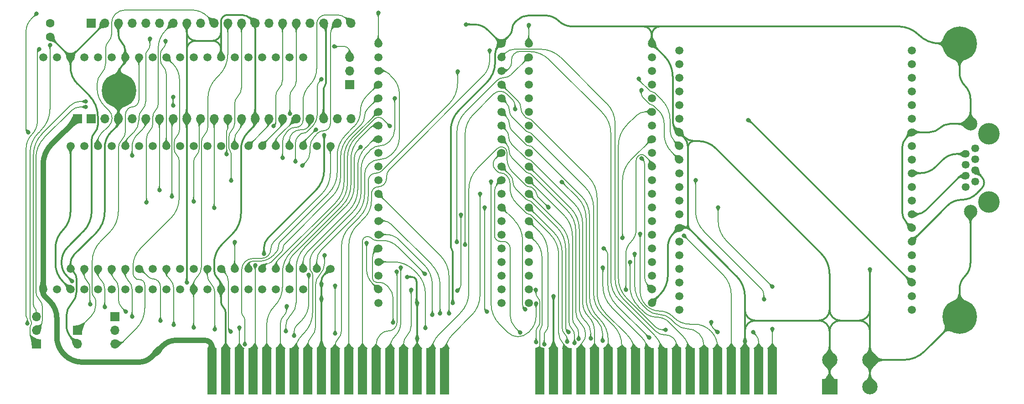
<source format=gbl>
%TF.GenerationSoftware,KiCad,Pcbnew,8.0.7*%
%TF.CreationDate,2025-04-28T18:39:29+02:00*%
%TF.ProjectId,GPIO Controller Board,4750494f-2043-46f6-9e74-726f6c6c6572,Pico GPIO Wide*%
%TF.SameCoordinates,Original*%
%TF.FileFunction,Copper,L2,Bot*%
%TF.FilePolarity,Positive*%
%FSLAX46Y46*%
G04 Gerber Fmt 4.6, Leading zero omitted, Abs format (unit mm)*
G04 Created by KiCad (PCBNEW 8.0.7) date 2025-04-28 18:39:29*
%MOMM*%
%LPD*%
G01*
G04 APERTURE LIST*
%TA.AperFunction,ComponentPad*%
%ADD10C,6.400000*%
%TD*%
%TA.AperFunction,ComponentPad*%
%ADD11O,1.700000X1.700000*%
%TD*%
%TA.AperFunction,ComponentPad*%
%ADD12R,1.700000X1.700000*%
%TD*%
%TA.AperFunction,ComponentPad*%
%ADD13C,1.600000*%
%TD*%
%TA.AperFunction,ComponentPad*%
%ADD14C,1.500000*%
%TD*%
%TA.AperFunction,ConnectorPad*%
%ADD15R,1.780000X8.620000*%
%TD*%
%TA.AperFunction,ComponentPad*%
%ADD16C,2.500000*%
%TD*%
%TA.AperFunction,ComponentPad*%
%ADD17C,1.470000*%
%TD*%
%TA.AperFunction,WasherPad*%
%ADD18C,4.000000*%
%TD*%
%TA.AperFunction,ComponentPad*%
%ADD19C,2.850000*%
%TD*%
%TA.AperFunction,ComponentPad*%
%ADD20R,2.850000X2.850000*%
%TD*%
%TA.AperFunction,ViaPad*%
%ADD21C,0.800000*%
%TD*%
%TA.AperFunction,ViaPad*%
%ADD22C,1.300000*%
%TD*%
%TA.AperFunction,Conductor*%
%ADD23C,0.380000*%
%TD*%
%TA.AperFunction,Conductor*%
%ADD24C,1.000000*%
%TD*%
%TA.AperFunction,Conductor*%
%ADD25C,0.200000*%
%TD*%
G04 APERTURE END LIST*
D10*
%TO.P,H2,1,1*%
%TO.N,/GND*%
X170180000Y48260000D03*
%TD*%
%TO.P,H3,1,1*%
%TO.N,/GND*%
X170180000Y-2540000D03*
%TD*%
D11*
%TO.P,J9,3,Pin_3*%
%TO.N,/18V*%
X13335000Y-7620000D03*
%TO.P,J9,2,Pin_2*%
%TO.N,unconnected-(J9-Pin_2-Pad2)*%
X13335000Y-5080000D03*
D12*
%TO.P,J9,1,Pin_1*%
%TO.N,/PWR_{SW}*%
X13335000Y-2540000D03*
%TD*%
D13*
%TO.P,C2,2*%
%TO.N,/GND*%
X1270000Y52030000D03*
%TO.P,C2,1*%
%TO.N,/5V*%
X1270000Y49530000D03*
%TD*%
D11*
%TO.P,J1,3,Pin_3*%
%TO.N,/SWDIO*%
X56896000Y45720000D03*
%TO.P,J1,2,Pin_2*%
%TO.N,/SWGND*%
X56896000Y43180000D03*
D12*
%TO.P,J1,1,Pin_1*%
%TO.N,/SWCLK*%
X56896000Y40640000D03*
%TD*%
D11*
%TO.P,J4,3,Pin_3*%
%TO.N,/SWCLK*%
X-1270000Y-2540000D03*
%TO.P,J4,2,Pin_2*%
%TO.N,/SWGND*%
X-1270000Y-5080000D03*
D12*
%TO.P,J4,1,Pin_1*%
%TO.N,/SWDIO*%
X-1270000Y-7620000D03*
%TD*%
D11*
%TO.P,J10,2,Pin_2*%
%TO.N,/GND*%
X6350000Y-7620000D03*
D12*
%TO.P,J10,1,Pin_1*%
%TO.N,/RES_{SW}*%
X6350000Y-5080000D03*
%TD*%
D14*
%TO.P,B2,40,GND*%
%TO.N,/GND*%
X53340000Y6350000D03*
%TO.P,B2,39,AA_Enable*%
%TO.N,/AA_{Enable}*%
X50800000Y6350000D03*
%TO.P,B2,38,AA0*%
%TO.N,/AA0*%
X48260000Y6350000D03*
%TO.P,B2,37,AA1*%
%TO.N,/AA1*%
X45720000Y6350000D03*
%TO.P,B2,36,AA2*%
%TO.N,/AA2*%
X43180000Y6350000D03*
%TO.P,B2,35,AA3*%
%TO.N,/AA3*%
X40640000Y6350000D03*
%TO.P,B2,34,AA4*%
%TO.N,/AA4*%
X38100000Y6350000D03*
%TO.P,B2,33,AA5*%
%TO.N,/AA5*%
X35560000Y6350000D03*
%TO.P,B2,32,RRead_GPIO*%
%TO.N,/WWrite GPIO _{ALL}*%
X33020000Y6350000D03*
%TO.P,B2,31,WWrite_GPIO*%
%TO.N,/RRead GPIO _{ALL}*%
X30480000Y6350000D03*
%TO.P,B2,30,~{A4}*%
%TO.N,unconnected-(B2-~{A4}-Pad30)*%
X27940000Y6350000D03*
%TO.P,B2,29,DD0*%
%TO.N,/DD0*%
X25400000Y6350000D03*
%TO.P,B2,28,DD1*%
%TO.N,/DD1*%
X22860000Y6350000D03*
%TO.P,B2,27,DD2*%
%TO.N,/DD2*%
X20320000Y6350000D03*
%TO.P,B2,26,DD3*%
%TO.N,/DD3*%
X17780000Y6350000D03*
%TO.P,B2,25,DD4*%
%TO.N,/DD4*%
X15240000Y6350000D03*
%TO.P,B2,24,DD5*%
%TO.N,/DD5*%
X12700000Y6350000D03*
%TO.P,B2,23,DD6*%
%TO.N,/DD6*%
X10160000Y6350000D03*
%TO.P,B2,22,DD7*%
%TO.N,/DD7*%
X7620000Y6350000D03*
%TO.P,B2,21,GND*%
%TO.N,/GND*%
X5080000Y6350000D03*
%TO.P,B2,20,3.3V*%
%TO.N,/3.3V*%
X5080000Y29210000D03*
%TO.P,B2,19,D7*%
%TO.N,/D7*%
X7620000Y29210000D03*
%TO.P,B2,18,D6*%
%TO.N,/D6*%
X10160000Y29210000D03*
%TO.P,B2,17,D5*%
%TO.N,/D5*%
X12700000Y29210000D03*
%TO.P,B2,16,D4*%
%TO.N,/D4*%
X15240000Y29210000D03*
%TO.P,B2,15,D3*%
%TO.N,/D3*%
X17780000Y29210000D03*
%TO.P,B2,14,D2*%
%TO.N,/D2*%
X20320000Y29210000D03*
%TO.P,B2,13,D1*%
%TO.N,/D1*%
X22860000Y29210000D03*
%TO.P,B2,12,D0*%
%TO.N,/D0*%
X25400000Y29210000D03*
%TO.P,B2,11,~{A5}*%
%TO.N,/~{A5}*%
X27940000Y29210000D03*
%TO.P,B2,10,Write_GPIO*%
%TO.N,/Write GPIO _{ALL}*%
X30480000Y29210000D03*
%TO.P,B2,9,Read_GPIO*%
%TO.N,/Read GPIO _{ALL}*%
X33020000Y29210000D03*
%TO.P,B2,8,A0*%
%TO.N,/A0*%
X35560000Y29210000D03*
%TO.P,B2,7,A1*%
%TO.N,/A1*%
X38100000Y29210000D03*
%TO.P,B2,6,A2*%
%TO.N,/A2*%
X40640000Y29210000D03*
%TO.P,B2,5,A3*%
%TO.N,/A3*%
X43180000Y29210000D03*
%TO.P,B2,4,A4*%
%TO.N,/A4*%
X45720000Y29210000D03*
%TO.P,B2,3,A5*%
%TO.N,/A5*%
X48260000Y29210000D03*
%TO.P,B2,2,A_Enable*%
%TO.N,/A_{Enable}*%
X50800000Y29210000D03*
%TO.P,B2,1,Write_Enable*%
%TO.N,/Write Enable*%
X53340000Y29210000D03*
%TD*%
%TO.P,B6,40,GND*%
%TO.N,/GND*%
X113030000Y48260000D03*
%TO.P,B6,39,Read_GD__{56..63}*%
%TO.N,/Read GD B0 _{56..63}*%
X113030000Y45720000D03*
%TO.P,B6,38,Read_GD__{48..55}*%
%TO.N,/Read GD B0 _{48..55}*%
X113030000Y43180000D03*
%TO.P,B6,37,Read_GD__{40..47}*%
%TO.N,/Read GD B0 _{40..47}*%
X113030000Y40640000D03*
%TO.P,B6,36,Read_GD__{32..39}*%
%TO.N,/Read GD B0 _{32..39}*%
X113030000Y38100000D03*
%TO.P,B6,35,Read_GD__{24..31}*%
%TO.N,/Read GD B0 _{24..31}*%
X113030000Y35560000D03*
%TO.P,B6,34,Read_GD__{16..23}*%
%TO.N,/Read GD B0 _{16..23}*%
X113030000Y33020000D03*
%TO.P,B6,33,Read_GD__{8..15}*%
%TO.N,/Read GD B0 _{8..15}*%
X113030000Y30480000D03*
%TO.P,B6,32,Read_GD__{0..7}*%
%TO.N,/Read GD B0 _{0..7}*%
X113030000Y27940000D03*
%TO.P,B6,31,Write_GD__{56..63}*%
%TO.N,/Write GD B0 _{56..63}*%
X113030000Y25400000D03*
%TO.P,B6,30,Write_GD__{48..55}*%
%TO.N,/Write GD B0 _{48..55}*%
X113030000Y22860000D03*
%TO.P,B6,29,Write_GD__{40..47}*%
%TO.N,/Write GD B0 _{40..47}*%
X113030000Y20320000D03*
%TO.P,B6,28,Write_GD__{32..39}*%
%TO.N,/Write GD B0 _{32..39}*%
X113030000Y17780000D03*
%TO.P,B6,27,Write_GD__{24..31}*%
%TO.N,/Write GD B0 _{24..31}*%
X113030000Y15240000D03*
%TO.P,B6,26,Write_GD__{16..23}*%
%TO.N,/Write GD B0 _{16..23}*%
X113030000Y12700000D03*
%TO.P,B6,25,Write_GD__{8..15}*%
%TO.N,/Write GD B0 _{8..15}*%
X113030000Y10160000D03*
%TO.P,B6,24,Write_GD__{0..7}*%
%TO.N,/Write GD B0 _{0..7}*%
X113030000Y7620000D03*
%TO.P,B6,23,N.C.*%
%TO.N,unconnected-(B6-N.C.-Pad23)*%
X113030000Y5080000D03*
%TO.P,B6,22,Write_Enable*%
%TO.N,/Write Enable*%
X113030000Y2540000D03*
%TO.P,B6,21,GND*%
%TO.N,/GND*%
X113030000Y0D03*
%TO.P,B6,20,3.3V*%
%TO.N,/3.3V*%
X90170000Y0D03*
%TO.P,B6,19,Enable*%
%TO.N,/Enable GPIO*%
X90170000Y2540000D03*
%TO.P,B6,18,N.C.*%
%TO.N,unconnected-(B6-N.C.-Pad18)*%
X90170000Y5080000D03*
%TO.P,B6,17,Write_OE__{0..7}*%
%TO.N,/Write OE B0 _{0..7}*%
X90170000Y7620000D03*
%TO.P,B6,16,Write_OE__{8..15}*%
%TO.N,/Write OE B0 _{8..15}*%
X90170000Y10160000D03*
%TO.P,B6,15,Write_OE__{16..23}*%
%TO.N,/Write OE B0 _{16..23}*%
X90170000Y12700000D03*
%TO.P,B6,14,Write_OE__{24..31}*%
%TO.N,/Write OE B0 _{24..31}*%
X90170000Y15240000D03*
%TO.P,B6,13,Write_OE__{32..39}*%
%TO.N,/Write OE B0 _{32..39}*%
X90170000Y17780000D03*
%TO.P,B6,12,Write_OE__{40..47}*%
%TO.N,/Write OE B0 _{40..47}*%
X90170000Y20320000D03*
%TO.P,B6,11,Write_OE__{48..55}*%
%TO.N,/Write OE B0 _{48..55}*%
X90170000Y22860000D03*
%TO.P,B6,10,Write_OE__{56..63}*%
%TO.N,/Write OE B0 _{56..63}*%
X90170000Y25400000D03*
%TO.P,B6,9,N.C.*%
%TO.N,unconnected-(B6-N.C.-Pad9)*%
X90170000Y27940000D03*
%TO.P,B6,8,A0*%
%TO.N,/AA0*%
X90170000Y30480000D03*
%TO.P,B6,7,A1*%
%TO.N,/AA1*%
X90170000Y33020000D03*
%TO.P,B6,6,A2*%
%TO.N,/AA2*%
X90170000Y35560000D03*
%TO.P,B6,5,A3*%
%TO.N,/AA3*%
X90170000Y38100000D03*
%TO.P,B6,4,A4*%
%TO.N,/AA4*%
X90170000Y40640000D03*
%TO.P,B6,3,A_{Enable}1*%
%TO.N,/AA_{Enable}*%
X90170000Y43180000D03*
%TO.P,B6,2,~{A_{Enable}2}*%
%TO.N,/AA5*%
X90170000Y45720000D03*
%TO.P,B6,1,~{Reset}*%
%TO.N,/~{Reset}*%
X90170000Y48260000D03*
%TD*%
D11*
%TO.P,J6,20,Pin_20*%
%TO.N,/Write GPIO _{ALL}*%
X57150000Y52070000D03*
%TO.P,J6,19,Pin_19*%
%TO.N,/D0*%
X54610000Y52070000D03*
%TO.P,J6,18,Pin_18*%
%TO.N,/GND*%
X52070000Y52070000D03*
%TO.P,J6,17,Pin_17*%
%TO.N,/D1*%
X49530001Y52070000D03*
%TO.P,J6,16,Pin_16*%
%TO.N,/D2*%
X46989999Y52070000D03*
%TO.P,J6,15,Pin_15*%
%TO.N,/D3*%
X44450000Y52070000D03*
%TO.P,J6,14,Pin_14*%
%TO.N,/D4*%
X41910000Y52070000D03*
%TO.P,J6,13,Pin_13*%
%TO.N,/GND*%
X39370000Y52070000D03*
%TO.P,J6,12,Pin_12*%
%TO.N,/D5*%
X36829999Y52070000D03*
%TO.P,J6,11,Pin_11*%
%TO.N,/~{Reset}*%
X34290000Y52070000D03*
%TO.P,J6,10,Pin_10*%
%TO.N,/D6*%
X31750000Y52070000D03*
%TO.P,J6,9,Pin_9*%
%TO.N,/D7*%
X29210000Y52070000D03*
%TO.P,J6,8,Pin_8*%
%TO.N,/GND*%
X26670001Y52070000D03*
%TO.P,J6,7,Pin_7*%
%TO.N,/Enable GPIO*%
X24130000Y52070000D03*
%TO.P,J6,6,Pin_6*%
%TO.N,unconnected-(J6-Pin_6-Pad6)*%
X21590000Y52070000D03*
%TO.P,J6,5,Pin_5*%
%TO.N,unconnected-(J6-Pin_5-Pad5)*%
X19050000Y52070000D03*
%TO.P,J6,4,Pin_4*%
%TO.N,unconnected-(J6-Pin_4-Pad4)*%
X16510000Y52070000D03*
%TO.P,J6,3,Pin_3*%
%TO.N,/GND*%
X13969999Y52070000D03*
%TO.P,J6,2,Pin_2*%
%TO.N,/5V*%
X11430000Y52070000D03*
D12*
%TO.P,J6,1,Pin_1*%
%TO.N,unconnected-(J6-Pin_1-Pad1)*%
X8890000Y52070000D03*
%TD*%
D15*
%TO.P,J3,36,36*%
%TO.N,/Write GD B1 _{40..47}*%
X135418148Y-12700000D03*
%TO.P,J3,34,34*%
%TO.N,/Write GD B1 _{32..39}*%
X132878148Y-12700000D03*
%TO.P,J3,32,32*%
%TO.N,/GND*%
X130338148Y-12700000D03*
%TO.P,J3,30,30*%
%TO.N,/Write GD B1 _{24..31}*%
X127798148Y-12700000D03*
%TO.P,J3,28,28*%
%TO.N,/Write GD B1 _{16..23}*%
X125258148Y-12700000D03*
%TO.P,J3,26,26*%
%TO.N,/Write GD B1 _{8..15}*%
X122718148Y-12700000D03*
%TO.P,J3,24,24*%
%TO.N,/Write GD B1 _{0..7}*%
X120178148Y-12700000D03*
%TO.P,J3,22,22*%
%TO.N,/Read GD B1 _{56..63}*%
X117638148Y-12700000D03*
%TO.P,J3,20,20*%
%TO.N,/Read GD B1 _{48..55}*%
X115098148Y-12700000D03*
%TO.P,J3,18,18*%
%TO.N,/Write OE B0 _{0..7}*%
X112558148Y-12700000D03*
%TO.P,J3,16,16*%
%TO.N,/Read GD B1 _{40..47}*%
X110018148Y-12700000D03*
%TO.P,J3,14,14*%
%TO.N,/Read GD B1 _{32..39}*%
X107478148Y-12700000D03*
%TO.P,J3,12,12*%
%TO.N,/Read GD B1 _{24..31}*%
X104938148Y-12700000D03*
%TO.P,J3,10,10*%
%TO.N,/Read GD B1 _{16..23}*%
X102398148Y-12700000D03*
%TO.P,J3,8,8*%
%TO.N,/Read GD B1 _{8..15}*%
X99858148Y-12700000D03*
%TO.P,J3,6,6*%
%TO.N,/Read GD B1 _{0..7}*%
X97318148Y-12700000D03*
%TO.P,J3,4,4*%
%TO.N,/GND*%
X94778148Y-12700000D03*
%TO.P,J3,2,2*%
%TO.N,/Write OE B0 _{16..23}*%
X92238148Y-12700000D03*
%TD*%
%TO.P,J2,36,36*%
%TO.N,/Write GD B0 _{40..47}*%
X74549048Y-12700000D03*
%TO.P,J2,34,34*%
%TO.N,/Write GD B0 _{32..39}*%
X72009048Y-12700000D03*
%TO.P,J2,32,32*%
%TO.N,/GND*%
X69469048Y-12700000D03*
%TO.P,J2,30,30*%
%TO.N,/Write GD B0 _{24..31}*%
X66929048Y-12700000D03*
%TO.P,J2,28,28*%
%TO.N,/Write GD B0 _{16..23}*%
X64389048Y-12700000D03*
%TO.P,J2,26,26*%
%TO.N,/Write GD B0 _{8..15}*%
X61849048Y-12700000D03*
%TO.P,J2,24,24*%
%TO.N,/Write GD B0 _{0..7}*%
X59309048Y-12700000D03*
%TO.P,J2,22,22*%
%TO.N,/Read GD B0 _{56..63}*%
X56769048Y-12700000D03*
%TO.P,J2,20,20*%
%TO.N,/Read GD B0 _{48..55}*%
X54229048Y-12700000D03*
%TO.P,J2,18,18*%
%TO.N,/GND*%
X51689048Y-12700000D03*
%TO.P,J2,16,16*%
%TO.N,/Read GD B0 _{40..47}*%
X49149048Y-12700000D03*
%TO.P,J2,14,14*%
%TO.N,/Read GD B0 _{32..39}*%
X46609048Y-12700000D03*
%TO.P,J2,12,12*%
%TO.N,/Read GD B0 _{24..31}*%
X44069048Y-12700000D03*
%TO.P,J2,10,10*%
%TO.N,/Read GD B0 _{16..23}*%
X41529048Y-12700000D03*
%TO.P,J2,8,8*%
%TO.N,/Read GD B0 _{8..15}*%
X38989048Y-12700000D03*
%TO.P,J2,6,6*%
%TO.N,/Read GD B0 _{0..7}*%
X36449048Y-12700000D03*
%TO.P,J2,4,4*%
%TO.N,/GND*%
X33909048Y-12700000D03*
%TO.P,J2,2,2*%
%TO.N,/12V*%
X31369048Y-12700000D03*
%TD*%
D12*
%TO.P,J11,1,Pin_1*%
%TO.N,/12V*%
X6350000Y34290000D03*
%TD*%
D16*
%TO.P,J7,MH2,MH2*%
%TO.N,/GND*%
X172211000Y17016000D03*
%TO.P,J7,MH1,MH1*%
X172211000Y33276000D03*
D17*
%TO.P,J7,8,8*%
%TO.N,/GND_{OUT1}*%
X171321000Y21586000D03*
%TO.P,J7,7,7*%
%TO.N,/GND_{OUT2}*%
X173101000Y22606000D03*
%TO.P,J7,6,6*%
%TO.N,/GND_{OUT3}*%
X171321000Y23626000D03*
%TO.P,J7,5,5*%
%TO.N,/GND_{OUT4}*%
X173101000Y24646000D03*
%TO.P,J7,4,4*%
%TO.N,/5V_{OUT1}*%
X171321000Y25666000D03*
%TO.P,J7,3,3*%
%TO.N,/5V_{OUT2}*%
X173101000Y26686000D03*
%TO.P,J7,2,2*%
%TO.N,/5V_{OUT3}*%
X171321000Y27706000D03*
%TO.P,J7,1,1*%
%TO.N,/12V_{OUT}*%
X173101000Y28726000D03*
D18*
%TO.P,J7,*%
%TO.N,*%
X175641000Y31496000D03*
X175641000Y18796000D03*
%TD*%
D11*
%TO.P,J5,20,Pin_20*%
%TO.N,/Read GPIO _{ALL}*%
X57150000Y34290000D03*
%TO.P,J5,19,Pin_19*%
%TO.N,/A5*%
X54610000Y34290000D03*
%TO.P,J5,18,Pin_18*%
%TO.N,/GND*%
X52070000Y34290000D03*
%TO.P,J5,17,Pin_17*%
%TO.N,/A4*%
X49530001Y34290000D03*
%TO.P,J5,16,Pin_16*%
%TO.N,/A3*%
X46989999Y34290000D03*
%TO.P,J5,15,Pin_15*%
%TO.N,/A2*%
X44450000Y34290000D03*
%TO.P,J5,14,Pin_14*%
%TO.N,/A1*%
X41910000Y34290000D03*
%TO.P,J5,13,Pin_13*%
%TO.N,/GND*%
X39370000Y34290000D03*
%TO.P,J5,12,Pin_12*%
%TO.N,/A0*%
X36829999Y34290000D03*
%TO.P,J5,11,Pin_11*%
%TO.N,/A_{Enable}*%
X34290000Y34290000D03*
%TO.P,J5,10,Pin_10*%
%TO.N,/GND_{D} EN*%
X31750000Y34290000D03*
%TO.P,J5,9,Pin_9*%
%TO.N,/GND_{C} EN*%
X29210000Y34290000D03*
%TO.P,J5,8,Pin_8*%
%TO.N,/GND*%
X26670001Y34290000D03*
%TO.P,J5,7,Pin_7*%
%TO.N,/GND_{B} EN*%
X24130000Y34290000D03*
%TO.P,J5,6,Pin_6*%
%TO.N,/GND_{A} EN*%
X21590000Y34290000D03*
%TO.P,J5,5,Pin_5*%
%TO.N,/5V_{C} EN*%
X19050000Y34290000D03*
%TO.P,J5,4,Pin_4*%
%TO.N,/5V_{B} EN*%
X16510000Y34290000D03*
%TO.P,J5,3,Pin_3*%
%TO.N,/GND*%
X13969999Y34290000D03*
%TO.P,J5,2,Pin_2*%
%TO.N,/5V_{A} EN*%
X11430000Y34290000D03*
D12*
%TO.P,J5,1,Pin_1*%
%TO.N,/12V EN*%
X8890000Y34290000D03*
%TD*%
D10*
%TO.P,H1,1,1*%
%TO.N,/GND*%
X14097000Y39497000D03*
%TD*%
D14*
%TO.P,B5,40,GND*%
%TO.N,/GND*%
X85090000Y48260000D03*
%TO.P,B5,39,Read_GD__{56..63}*%
%TO.N,/Read GD B1 _{56..63}*%
X85090000Y45720000D03*
%TO.P,B5,38,Read_GD__{48..55}*%
%TO.N,/Read GD B1 _{48..55}*%
X85090000Y43180000D03*
%TO.P,B5,37,Read_GD__{40..47}*%
%TO.N,/Read GD B1 _{40..47}*%
X85090000Y40640000D03*
%TO.P,B5,36,Read_GD__{32..39}*%
%TO.N,/Read GD B1 _{32..39}*%
X85090000Y38100000D03*
%TO.P,B5,35,Read_GD__{24..31}*%
%TO.N,/Read GD B1 _{24..31}*%
X85090000Y35560000D03*
%TO.P,B5,34,Read_GD__{16..23}*%
%TO.N,/Read GD B1 _{16..23}*%
X85090000Y33020000D03*
%TO.P,B5,33,Read_GD__{8..15}*%
%TO.N,/Read GD B1 _{8..15}*%
X85090000Y30480000D03*
%TO.P,B5,32,Read_GD__{0..7}*%
%TO.N,/Read GD B1 _{0..7}*%
X85090000Y27940000D03*
%TO.P,B5,31,Write_GD__{56..63}*%
%TO.N,/Write GD B1 _{56..63}*%
X85090000Y25400000D03*
%TO.P,B5,30,Write_GD__{48..55}*%
%TO.N,/Write GD B1 _{48..55}*%
X85090000Y22860000D03*
%TO.P,B5,29,Write_GD__{40..47}*%
%TO.N,/Write GD B1 _{40..47}*%
X85090000Y20320000D03*
%TO.P,B5,28,Write_GD__{32..39}*%
%TO.N,/Write GD B1 _{32..39}*%
X85090000Y17780000D03*
%TO.P,B5,27,Write_GD__{24..31}*%
%TO.N,/Write GD B1 _{24..31}*%
X85090000Y15240000D03*
%TO.P,B5,26,Write_GD__{16..23}*%
%TO.N,/Write GD B1 _{16..23}*%
X85090000Y12700000D03*
%TO.P,B5,25,Write_GD__{8..15}*%
%TO.N,/Write GD B1 _{8..15}*%
X85090000Y10160000D03*
%TO.P,B5,24,Write_GD__{0..7}*%
%TO.N,/Write GD B1 _{0..7}*%
X85090000Y7620000D03*
%TO.P,B5,23,N.C.*%
%TO.N,unconnected-(B5-N.C.-Pad23)*%
X85090000Y5080000D03*
%TO.P,B5,22,Write_Enable*%
%TO.N,unconnected-(B5-Write_Enable-Pad22)*%
X85090000Y2540000D03*
%TO.P,B5,21,GND*%
%TO.N,/GND*%
X85090000Y0D03*
%TO.P,B5,20,3.3V*%
%TO.N,/3.3V*%
X62230000Y0D03*
%TO.P,B5,19,Enable*%
%TO.N,/Enable GPIO*%
X62230000Y2540000D03*
%TO.P,B5,18,N.C.*%
%TO.N,unconnected-(B5-N.C.-Pad18)*%
X62230000Y5080000D03*
%TO.P,B5,17,Write_OE__{0..7}*%
%TO.N,/Write OE B1 _{0..7}*%
X62230000Y7620000D03*
%TO.P,B5,16,Write_OE__{8..15}*%
%TO.N,/Write OE B1 _{8..15}*%
X62230000Y10160000D03*
%TO.P,B5,15,Write_OE__{16..23}*%
%TO.N,/Write OE B1 _{16..23}*%
X62230000Y12700000D03*
%TO.P,B5,14,Write_OE__{24..31}*%
%TO.N,/Write OE B1 _{24..31}*%
X62230000Y15240000D03*
%TO.P,B5,13,Write_OE__{32..39}*%
%TO.N,/Write OE B1 _{32..39}*%
X62230000Y17780000D03*
%TO.P,B5,12,Write_OE__{40..47}*%
%TO.N,/Write OE B1 _{40..47}*%
X62230000Y20320000D03*
%TO.P,B5,11,Write_OE__{48..55}*%
%TO.N,/Write OE B1 _{48..55}*%
X62230000Y22860000D03*
%TO.P,B5,10,Write_OE__{56..63}*%
%TO.N,/Write OE B1 _{56..63}*%
X62230000Y25400000D03*
%TO.P,B5,9,N.C.*%
%TO.N,unconnected-(B5-N.C.-Pad9)*%
X62230000Y27940000D03*
%TO.P,B5,8,A0*%
%TO.N,/AA0*%
X62230000Y30480000D03*
%TO.P,B5,7,A1*%
%TO.N,/AA1*%
X62230000Y33020000D03*
%TO.P,B5,6,A2*%
%TO.N,/AA2*%
X62230000Y35560000D03*
%TO.P,B5,5,A3*%
%TO.N,/AA3*%
X62230000Y38100000D03*
%TO.P,B5,4,A4*%
%TO.N,/AA4*%
X62230000Y40640000D03*
%TO.P,B5,3,A_{Enable}1*%
%TO.N,/AA_{Enable}*%
X62230000Y43180000D03*
%TO.P,B5,2,~{A_{Enable}2}*%
%TO.N,/~{A5}*%
X62230000Y45720000D03*
%TO.P,B5,1,~{Reset}*%
%TO.N,/~{Reset}*%
X62230000Y48260000D03*
%TD*%
D19*
%TO.P,J8,4,4*%
%TO.N,/GND*%
X153550000Y-10621000D03*
%TO.P,J8,3,3*%
X146050000Y-10621000D03*
%TO.P,J8,2,2*%
X153550000Y-15621000D03*
D20*
%TO.P,J8,1,1*%
X146050000Y-15621000D03*
%TD*%
D14*
%TO.P,B1,40,12V*%
%TO.N,/12V*%
X161290000Y46990000D03*
%TO.P,B1,39,N.C.*%
%TO.N,unconnected-(B1-N.C.-Pad39)*%
X161290000Y44450000D03*
%TO.P,B1,38,N.C.*%
%TO.N,unconnected-(B1-N.C.-Pad38)*%
X161290000Y41910000D03*
%TO.P,B1,37,N.C.*%
%TO.N,unconnected-(B1-N.C.-Pad37)*%
X161290000Y39370000D03*
%TO.P,B1,36,N.C.*%
%TO.N,unconnected-(B1-N.C.-Pad36)*%
X161290000Y36830000D03*
%TO.P,B1,35,12_{OUT}*%
%TO.N,/12V_{OUT}*%
X161290000Y34290000D03*
%TO.P,B1,34,GND*%
%TO.N,/GND*%
X161290000Y31750000D03*
%TO.P,B1,33,5Vc_{OUT}*%
%TO.N,/5V_{OUT1}*%
X161290000Y29210000D03*
%TO.P,B1,32,5Vb_{OUT}*%
%TO.N,/5V_{OUT2}*%
X161290000Y26670000D03*
%TO.P,B1,31,5Va_{OUT}*%
%TO.N,/5V_{OUT3}*%
X161290000Y24130000D03*
%TO.P,B1,30,GNDd_{OUT}*%
%TO.N,/GND_{OUT1}*%
X161290000Y21590000D03*
%TO.P,B1,29,GNDc_{OUT}*%
%TO.N,/GND_{OUT2}*%
X161290000Y19050000D03*
%TO.P,B1,28,GNDb_{OUT}*%
%TO.N,/GND_{OUT3}*%
X161290000Y16510000D03*
%TO.P,B1,27,GND*%
%TO.N,/GND*%
X161290000Y13970000D03*
%TO.P,B1,26,GNDa_{OUT}*%
%TO.N,/GND_{OUT4}*%
X161290000Y11430000D03*
%TO.P,B1,25,N.C.*%
%TO.N,unconnected-(B1-N.C.-Pad25)*%
X161290000Y8890000D03*
%TO.P,B1,24,N.C.*%
%TO.N,unconnected-(B1-N.C.-Pad24)*%
X161290000Y6350000D03*
%TO.P,B1,23,5V*%
%TO.N,/5V*%
X161290000Y3810000D03*
%TO.P,B1,22,N.C.*%
%TO.N,unconnected-(B1-N.C.-Pad22)*%
X161290000Y1270000D03*
%TO.P,B1,21,N.C.*%
%TO.N,unconnected-(B1-N.C.-Pad21)*%
X161290000Y-1270000D03*
%TO.P,B1,20,N.C.*%
%TO.N,unconnected-(B1-N.C.-Pad20)*%
X118110000Y-1270000D03*
%TO.P,B1,19,N.C.*%
%TO.N,unconnected-(B1-N.C.-Pad19)*%
X118110000Y1270000D03*
%TO.P,B1,18,N.C.*%
%TO.N,unconnected-(B1-N.C.-Pad18)*%
X118110000Y3810000D03*
%TO.P,B1,17,N.C.*%
%TO.N,unconnected-(B1-N.C.-Pad17)*%
X118110000Y6350000D03*
%TO.P,B1,16,N.C.*%
%TO.N,unconnected-(B1-N.C.-Pad16)*%
X118110000Y8890000D03*
%TO.P,B1,15,GNDd_{EN}*%
%TO.N,/GND_{D} EN*%
X118110000Y11430000D03*
%TO.P,B1,14,GND*%
%TO.N,/GND*%
X118110000Y13970000D03*
%TO.P,B1,13,GNDc_{EN}*%
%TO.N,/GND_{C} EN*%
X118110000Y16510000D03*
%TO.P,B1,12,GNDb_{EN}*%
%TO.N,/GND_{B} EN*%
X118110000Y19050000D03*
%TO.P,B1,11,GNDa_{EN}*%
%TO.N,/GND_{A} EN*%
X118110000Y21590000D03*
%TO.P,B1,10,5Vc_{EN}*%
%TO.N,/5V_{C} EN*%
X118110000Y24130000D03*
%TO.P,B1,9,5Vb_{EN}*%
%TO.N,/5V_{B} EN*%
X118110000Y26670000D03*
%TO.P,B1,8,5Va_{EN}*%
%TO.N,/5V_{A} EN*%
X118110000Y29210000D03*
%TO.P,B1,7,GND*%
%TO.N,/GND*%
X118110000Y31750000D03*
%TO.P,B1,6,12V_{EN}*%
%TO.N,/12V EN*%
X118110000Y34290000D03*
%TO.P,B1,5,N.C.*%
%TO.N,unconnected-(B1-N.C.-Pad5)*%
X118110000Y36830000D03*
%TO.P,B1,4,N.C.*%
%TO.N,unconnected-(B1-N.C.-Pad4)*%
X118110000Y39370000D03*
%TO.P,B1,3,5V*%
%TO.N,/5V*%
X118110000Y41910000D03*
%TO.P,B1,2,N.C.*%
%TO.N,unconnected-(B1-N.C.-Pad2)*%
X118110000Y44450000D03*
%TO.P,B1,1,N.C.*%
%TO.N,unconnected-(B1-N.C.-Pad1)*%
X118110000Y46990000D03*
%TD*%
%TO.P,B7,40,12V*%
%TO.N,/12V*%
X0Y2540000D03*
%TO.P,B7,39,N.C.*%
%TO.N,unconnected-(B7-N.C.-Pad39)*%
X2540000Y2540000D03*
%TO.P,B7,38,3.3V*%
%TO.N,/3.3V*%
X5080000Y2540000D03*
%TO.P,B7,37,N.C.*%
%TO.N,unconnected-(B7-N.C.-Pad37)*%
X7620000Y2540000D03*
%TO.P,B7,36,N.C.*%
%TO.N,unconnected-(B7-N.C.-Pad36)*%
X10160000Y2540000D03*
%TO.P,B7,35,N.C.*%
%TO.N,unconnected-(B7-N.C.-Pad35)*%
X12700000Y2540000D03*
%TO.P,B7,34,GND*%
%TO.N,/GND*%
X15240000Y2540000D03*
%TO.P,B7,33,N.C.*%
%TO.N,unconnected-(B7-N.C.-Pad33)*%
X17780000Y2540000D03*
%TO.P,B7,32,~{RES}_{5V}*%
%TO.N,unconnected-(B7-~{RES}_{5V}-Pad32)*%
X20320000Y2540000D03*
%TO.P,B7,31,N.C.*%
%TO.N,unconnected-(B7-N.C.-Pad31)*%
X22860000Y2540000D03*
%TO.P,B7,30,N.C.*%
%TO.N,unconnected-(B7-N.C.-Pad30)*%
X25400000Y2540000D03*
%TO.P,B7,29,~{RES}_{3V}*%
%TO.N,/~{Reset}*%
X27940000Y2540000D03*
%TO.P,B7,28,N.C.*%
%TO.N,unconnected-(B7-N.C.-Pad28)*%
X30480000Y2540000D03*
%TO.P,B7,27,GND*%
%TO.N,/GND*%
X33020000Y2540000D03*
%TO.P,B7,26,N.C.*%
%TO.N,unconnected-(B7-N.C.-Pad26)*%
X35560000Y2540000D03*
%TO.P,B7,25,N.C.*%
%TO.N,unconnected-(B7-N.C.-Pad25)*%
X38100000Y2540000D03*
%TO.P,B7,24,N.C.*%
%TO.N,unconnected-(B7-N.C.-Pad24)*%
X40640000Y2540000D03*
%TO.P,B7,23,5V*%
%TO.N,/5V*%
X43180000Y2540000D03*
%TO.P,B7,22,N.C.*%
%TO.N,unconnected-(B7-N.C.-Pad22)*%
X45720000Y2540000D03*
%TO.P,B7,21,N.C.*%
%TO.N,unconnected-(B7-N.C.-Pad21)*%
X48260000Y2540000D03*
%TO.P,B7,20,N.C.*%
%TO.N,unconnected-(B7-N.C.-Pad20)*%
X48260000Y45720000D03*
%TO.P,B7,19,N.C.*%
%TO.N,unconnected-(B7-N.C.-Pad19)*%
X45720000Y45720000D03*
%TO.P,B7,18,N.C.*%
%TO.N,unconnected-(B7-N.C.-Pad18)*%
X43180000Y45720000D03*
%TO.P,B7,17,N.C.*%
%TO.N,unconnected-(B7-N.C.-Pad17)*%
X40640001Y45720000D03*
%TO.P,B7,16,N.C.*%
%TO.N,unconnected-(B7-N.C.-Pad16)*%
X38099999Y45720000D03*
%TO.P,B7,15,N.C.*%
%TO.N,unconnected-(B7-N.C.-Pad15)*%
X35560000Y45720000D03*
%TO.P,B7,14,GND*%
%TO.N,/GND*%
X33020000Y45720000D03*
%TO.P,B7,13,N.C.*%
%TO.N,unconnected-(B7-N.C.-Pad13)*%
X30480000Y45720000D03*
%TO.P,B7,12,N.C.*%
%TO.N,unconnected-(B7-N.C.-Pad12)*%
X27939999Y45720000D03*
%TO.P,B7,11,PWR_{SW}*%
%TO.N,/PWR_{SW}*%
X25400000Y45720000D03*
%TO.P,B7,10,18V*%
%TO.N,/18V*%
X22860000Y45720000D03*
%TO.P,B7,9,N.C.*%
%TO.N,unconnected-(B7-N.C.-Pad9)*%
X20320000Y45720000D03*
%TO.P,B7,8,RES_{SW}*%
%TO.N,/RES_{SW}*%
X17780001Y45720000D03*
%TO.P,B7,7,GND*%
%TO.N,/GND*%
X15240000Y45720000D03*
%TO.P,B7,6,N.C.*%
%TO.N,unconnected-(B7-N.C.-Pad6)*%
X12700000Y45720000D03*
%TO.P,B7,5,N.C.*%
%TO.N,unconnected-(B7-N.C.-Pad5)*%
X10160000Y45720000D03*
%TO.P,B7,4,N.C.*%
%TO.N,unconnected-(B7-N.C.-Pad4)*%
X7620000Y45720000D03*
%TO.P,B7,3,5V*%
%TO.N,/5V*%
X5079999Y45720000D03*
%TO.P,B7,2,N.C.*%
%TO.N,unconnected-(B7-N.C.-Pad2)*%
X2540000Y45720000D03*
%TO.P,B7,1,N.C.*%
%TO.N,unconnected-(B7-N.C.-Pad1)*%
X0Y45720000D03*
%TD*%
D21*
%TO.N,/5V*%
X5392900Y4014000D03*
X130937000Y34036000D03*
%TO.N,/GND*%
X67564000Y4826000D03*
X94778195Y1270000D03*
X153550000Y6223000D03*
X94778195Y-7783195D03*
X130338100Y-7112002D03*
X78486000Y51815996D03*
X69469000Y0D03*
X52197000Y31242000D03*
X76073000Y0D03*
X41021000Y9144000D03*
X51689000Y755000D03*
X51689000Y-7710000D03*
X26670000Y3730600D03*
X69469000Y-6604000D03*
X51689000Y3524300D03*
%TO.N,/Read GD B0 _{8..15}*%
X39370000Y6985000D03*
X107602700Y12065000D03*
%TO.N,/D7*%
X-1208500Y53814800D03*
X-2794000Y31750000D03*
%TO.N,/D5*%
X34925000Y22733000D03*
%TO.N,/D4*%
X19812000Y49137000D03*
%TO.N,/D3*%
X42764400Y32855300D03*
%TO.N,/~{Reset}*%
X62230000Y53981600D03*
X90170000Y51689000D03*
X27940000Y-4572000D03*
%TO.N,/Write Enable*%
X37465000Y-7770100D03*
X111148600Y26870300D03*
%TO.N,/D2*%
X45826200Y35208900D03*
%TO.N,/D1*%
X22733000Y48756000D03*
%TO.N,/D0*%
X48132994Y25527000D03*
%TO.N,/Write GPIO _{ALL}*%
X44450000Y26936000D03*
%TO.N,/Write GD B0 _{0..7}*%
X70866000Y5387500D03*
%TO.N,/Write GD B0 _{8..15}*%
X65659000Y5842000D03*
%TO.N,/Read GD B0 _{0..7}*%
X36449000Y-4572000D03*
X45085000Y-5322000D03*
X58976500Y28991700D03*
%TO.N,/Write OE B0 _{0..7}*%
X103964128Y6555128D03*
%TO.N,/Write OE B0 _{8..15}*%
X112522000Y-6477000D03*
X104128000Y10160000D03*
%TO.N,/Read GD B0 _{24..31}*%
X115633500Y-5016500D03*
X45214400Y-670600D03*
%TO.N,/Read GD B0 _{16..23}*%
X64389000Y32898899D03*
%TO.N,/Write GD B0 _{24..31}*%
X68326000Y2413000D03*
X76925900Y2286000D03*
X77597002Y16383002D03*
%TO.N,/Write OE B0 _{24..31}*%
X93048000Y-7758900D03*
%TO.N,/Write GD B0 _{16..23}*%
X66421000Y6604000D03*
%TO.N,/Write OE B0 _{32..39}*%
X97318100Y-7225000D03*
%TO.N,/Write GD B0 _{32..39}*%
X93853000Y17780000D03*
%TO.N,/Read GD B0 _{40..47}*%
X87630000Y36068000D03*
X78359000Y10786400D03*
X52245009Y8890009D03*
%TO.N,/Read GD B0 _{32..39}*%
X65278000Y38100000D03*
%TO.N,/Write GD B0 _{40..47}*%
X81144500Y20320000D03*
%TO.N,/Write OE B0 _{40..47}*%
X98694899Y-7477101D03*
%TO.N,/Read GD B0 _{48..55}*%
X76962000Y43053000D03*
%TO.N,/Read GD B0 _{56..63}*%
X82931004Y46990000D03*
%TO.N,/Write OE B0 _{48..55}*%
X99444899Y-6702739D03*
%TO.N,/Write OE B0 _{56..63}*%
X101682300Y-6626700D03*
%TO.N,/Write GD B0 _{48..55}*%
X96331100Y22515200D03*
X103893100Y-7031400D03*
%TO.N,/Write GD B0 _{56..63}*%
X91546100Y-7303400D03*
X108204000Y2412996D03*
X91513302Y2405670D03*
%TO.N,/A_{Enable}*%
X34036000Y27686000D03*
%TO.N,/Write GD B1 _{8..15}*%
X109853700Y9088800D03*
%TO.N,/Write OE B1 _{32..39}*%
X124079000Y-3556000D03*
X82423000Y-1678000D03*
X125222000Y-5461000D03*
X81995900Y17780000D03*
%TO.N,/Write GD B1 _{16..23}*%
X110871000Y12827000D03*
%TO.N,/Write OE B1 _{8..15}*%
X64999000Y-3646700D03*
%TO.N,/Write OE B1 _{24..31}*%
X73727700Y-1962800D03*
%TO.N,/Write GD B1 _{0..7}*%
X108970900Y7620002D03*
%TO.N,/Write GD B1 _{48..55}*%
X88625500Y-5555600D03*
%TO.N,/Write OE B1 _{48..55}*%
X83184998Y22597300D03*
X91542900Y-151700D03*
%TO.N,/Write GD B1 _{40..47}*%
X135418148Y3011852D03*
X135418148Y-4826000D03*
X125349000Y17780000D03*
%TO.N,/Write OE B1 _{56..63}*%
X121158000Y22860000D03*
X133858000Y635000D03*
%TO.N,/Write GD B1 _{24..31}*%
X119026900Y12481700D03*
%TO.N,/Enable GPIO*%
X60071000Y11176000D03*
X19216300Y18669000D03*
%TO.N,/~{A5}*%
X51708900Y41574400D03*
X46863000Y26289000D03*
%TO.N,/Write OE B1 _{16..23}*%
X72285400Y-2226800D03*
%TO.N,/Write OE B1 _{0..7}*%
X70993000Y-4699000D03*
%TO.N,/Write GD B1 _{56..63}*%
X97548000Y-5421600D03*
%TO.N,/Write GD B1 _{32..39}*%
X131826000Y-5461000D03*
X89548755Y-1198566D03*
%TO.N,/Write OE B1 _{40..47}*%
X75370900Y-1990700D03*
%TO.N,/A5*%
X50673000Y32258000D03*
%TO.N,/GND_{C} EN*%
X27940000Y18849200D03*
%TO.N,/GND_{B} EN*%
X23912000Y19812000D03*
%TO.N,/5V_{A} EN*%
X24130000Y36703000D03*
X24130000Y38354000D03*
X110617300Y41722800D03*
%TO.N,/5V_{B} EN*%
X111084200Y39570300D03*
%TO.N,/5V_{C} EN*%
X16510000Y27432000D03*
%TO.N,/GND_{D} EN*%
X31750002Y17653000D03*
%TO.N,/GND_{A} EN*%
X21590000Y20954998D03*
D22*
%TO.N,/12V*%
X21209000Y-9017000D03*
D21*
%TO.N,/AA5*%
X76835000Y11303000D03*
X35560000Y11303002D03*
%TO.N,/PWR_{SW}*%
X-2921000Y-3809988D03*
X-762000Y47244000D03*
%TO.N,/DD3*%
X21787900Y-3302000D03*
%TO.N,/DD1*%
X24257000Y-4064000D03*
%TO.N,/DD5*%
X15367000Y-1651000D03*
%TO.N,/DD6*%
X11430000Y-762000D03*
%TO.N,/DD2*%
X54229000Y3175000D03*
X54229000Y-5715000D03*
%TO.N,/DD4*%
X16510000Y-2540000D03*
%TO.N,/DD7*%
X8719384Y-297616D03*
%TO.N,/DD0*%
X46609000Y-6096000D03*
X49338500Y5172500D03*
%TO.N,/WWrite GPIO _{ALL}*%
X34856600Y-5334000D03*
%TO.N,/RRead GPIO _{ALL}*%
X31899466Y-4930526D03*
%TO.N,/SWDIO*%
X1270000Y48006000D03*
X54059100Y47700300D03*
%TO.N,/SWGND*%
X7874000Y36449000D03*
%TO.N,/SWCLK*%
X7874000Y37465000D03*
%TD*%
D23*
%TO.N,/3.3V*%
X3683000Y13534000D02*
G75*
G03*
X2285998Y10161343I3372660J-3372660D01*
G01*
X5080000Y16906656D02*
G75*
G02*
X3683000Y13534000I-4769658J1D01*
G01*
X2286000Y7309656D02*
G75*
G03*
X3682998Y3936998I4769650J-6D01*
G01*
%TO.N,/GND*%
X13970000Y49983525D02*
G75*
G03*
X14604998Y48450498I2168020J-5D01*
G01*
X82611636Y50738363D02*
G75*
G03*
X80010002Y51815988I-2601636J-2601663D01*
G01*
X84520000Y47690000D02*
G75*
G03*
X83950001Y46313898I1376100J-1376100D01*
G01*
X32526085Y4430914D02*
G75*
G02*
X33020008Y3238500I-1192385J-1192414D01*
G01*
X36756500Y16658463D02*
G75*
G02*
X35162704Y12810710I-5441550J7D01*
G01*
X5080000Y7157303D02*
G75*
G03*
X5650849Y5779149I1949000J-3D01*
G01*
X39370000Y33669150D02*
G75*
G02*
X38930974Y32609310I-1498900J50D01*
G01*
X4318000Y-4151159D02*
G75*
G03*
X5334000Y-6604000I3468840J-1D01*
G01*
X38063250Y31741550D02*
G75*
G03*
X36756510Y28586776I3154750J-3154750D01*
G01*
X34320815Y53594000D02*
G75*
G03*
X33400995Y53213005I-15J-1300800D01*
G01*
X170180000Y42837133D02*
G75*
G03*
X171195490Y40385490I3467100J-33D01*
G01*
X90157235Y53467000D02*
G75*
G03*
X88010989Y52578011I-35J-3035200D01*
G01*
X14605000Y48450500D02*
G75*
G02*
X15239989Y46917474I-1533000J-1533000D01*
G01*
X41784321Y12066321D02*
G75*
G03*
X41020987Y10223500I1842779J-1842821D01*
G01*
X33464524Y-825476D02*
G75*
G02*
X33909068Y-1898651I-1073224J-1073224D01*
G01*
X75882500Y9969500D02*
G75*
G02*
X76072997Y9509592I-459900J-459900D01*
G01*
X52069998Y36449000D02*
X52070000Y36448994D01*
X52069998Y36449002D02*
X52069998Y36449000D01*
X38608000Y52832000D02*
G75*
G02*
X39369987Y50992369I-1839600J-1839600D01*
G01*
X15240000Y45212000D02*
G75*
G02*
X14880785Y44344793I-1226400J0D01*
G01*
X171195500Y40385500D02*
G75*
G02*
X172210986Y37933866I-2451600J-2451600D01*
G01*
X52104319Y5114319D02*
G75*
G03*
X51689039Y4111650I1002681J-1002619D01*
G01*
X116019900Y5104078D02*
G75*
G02*
X114524944Y1494956I-5104100J22D01*
G01*
X95758000Y52451000D02*
G75*
G03*
X98210840Y51435017I2452800J2452800D01*
G01*
X132243101Y-3302000D02*
G75*
G03*
X130338100Y-5207001I-1J-1905000D01*
G01*
X130338100Y-1396999D02*
G75*
G03*
X132243101Y-3302000I1905000J-1D01*
G01*
X11430000Y16858963D02*
G75*
G02*
X9836207Y13011207I-5441554J2D01*
G01*
X124918038Y28751961D02*
G75*
G03*
X121666000Y30098993I-3252038J-3252061D01*
G01*
X31750000Y6105025D02*
G75*
G03*
X32384992Y4571992I2168000J-25D01*
G01*
X12699999Y31876999D02*
G75*
G03*
X11429998Y28810949I3066041J-3066049D01*
G01*
X5269850Y-169650D02*
G75*
G03*
X4318008Y-2467619I2297950J-2297950D01*
G01*
X87122000Y50990500D02*
G75*
G02*
X86628079Y49798091I-1686300J0D01*
G01*
X160401000Y30861000D02*
G75*
G03*
X159512015Y28714764I2146200J-2146200D01*
G01*
X52285299Y40297699D02*
G75*
G03*
X52069992Y39777916I519801J-519799D01*
G01*
X128744307Y4986692D02*
G75*
G02*
X130338110Y1138936I-3847807J-3847792D01*
G01*
X144456207Y9213792D02*
G75*
G02*
X146050010Y5366036I-3847807J-3847792D01*
G01*
X113030000Y49847500D02*
G75*
G03*
X111442500Y51435000I-1587500J0D01*
G01*
X114617500Y51435000D02*
G75*
G03*
X113030000Y49847500I0J-1587500D01*
G01*
X75692000Y10429407D02*
G75*
G03*
X75882498Y9969498I650400J-7D01*
G01*
X33231742Y10879742D02*
G75*
G03*
X31750005Y7302500I3577258J-3577242D01*
G01*
X69088000Y4572000D02*
G75*
G03*
X68474789Y4825996I-613200J-613200D01*
G01*
X119209650Y13970000D02*
G75*
G03*
X119761000Y14521350I50J551300D01*
G01*
X120150863Y13580136D02*
G75*
G03*
X119209650Y13970028I-941263J-941236D01*
G01*
X119761000Y14521350D02*
G75*
G03*
X120150834Y13580107I1331100J-50D01*
G01*
X151550001Y-3302000D02*
G75*
G03*
X153550000Y-1302001I-1J2000000D01*
G01*
X153550000Y-5301998D02*
G75*
G03*
X151550001Y-3302000I-2000000J-2D01*
G01*
X33401000Y53213000D02*
G75*
G03*
X33020006Y52293184I919800J-919800D01*
G01*
X166498000Y32513000D02*
G75*
G02*
X164655955Y31750019I-1842000J1842000D01*
G01*
X52197000Y24732963D02*
G75*
G02*
X50603204Y20885210I-5441550J7D01*
G01*
X87615914Y52182914D02*
G75*
G03*
X87121992Y50990500I1192386J-1192414D01*
G01*
X83950000Y44801963D02*
G75*
G02*
X82356199Y40954215I-5441600J37D01*
G01*
X95758000Y52451000D02*
G75*
G03*
X93305159Y53466983I-2452800J-2452800D01*
G01*
X77285792Y35883792D02*
G75*
G03*
X75691989Y32036036I3847808J-3847792D01*
G01*
X115330507Y45959492D02*
G75*
G02*
X116924310Y42111736I-3847807J-3847792D01*
G01*
X69088000Y4572000D02*
G75*
G02*
X69341996Y3958789I-613200J-613200D01*
G01*
X5650850Y5779150D02*
G75*
G02*
X6221698Y4400996I-1378150J-1378150D01*
G01*
X117064950Y12924950D02*
G75*
G03*
X116019910Y10401976I2522950J-2522950D01*
G01*
X162623500Y49847500D02*
G75*
G03*
X166456064Y48259985I3832600J3832600D01*
G01*
X168340044Y33276000D02*
G75*
G03*
X166497966Y32513034I-44J-2605100D01*
G01*
X116924300Y33774116D02*
G75*
G03*
X117517145Y32342845I2024100J-16D01*
G01*
X162623500Y49847500D02*
G75*
G03*
X158790935Y51435015I-3832600J-3832600D01*
G01*
X31496000Y48768000D02*
G75*
G03*
X33020000Y50292000I0J1524000D01*
G01*
X33020000Y47244000D02*
G75*
G03*
X31496000Y48768000I-1524000J0D01*
G01*
X69342000Y216802D02*
G75*
G03*
X69405500Y63499I216800J-2D01*
G01*
X52500600Y40817481D02*
G75*
G02*
X52285293Y40297705I-735100J19D01*
G01*
X38608000Y52832000D02*
G75*
G03*
X36768369Y53593987I-1839600J-1839600D01*
G01*
X28321000Y48768000D02*
G75*
G03*
X26670000Y47117000I0J-1651000D01*
G01*
X26670000Y50419000D02*
G75*
G03*
X28321000Y48768000I1651000J0D01*
G01*
X159512000Y17005235D02*
G75*
G03*
X160400989Y14858989I3035200J-35D01*
G01*
X171195500Y4952500D02*
G75*
G03*
X170180014Y2500866I2451600J-2451600D01*
G01*
X6221700Y2128319D02*
G75*
G02*
X5269850Y-169650I-3249820J1D01*
G01*
X52070000Y36448996D02*
X52069998Y36449000D01*
X52069998Y36449000D02*
X52069998Y36449001D01*
X33020000Y247699D02*
G75*
G03*
X33464524Y-825476I1517700J1D01*
G01*
X144050001Y-3302000D02*
G75*
G03*
X146050000Y-1302001I-1J2000000D01*
G01*
X146050000Y-5301998D02*
G75*
G03*
X144050001Y-3302000I-2000000J-2D01*
G01*
X148049998Y-3302000D02*
G75*
G03*
X146050000Y-5301998I2J-2000000D01*
G01*
X146050000Y-1302001D02*
G75*
G03*
X148049998Y-3302000I2000000J1D01*
G01*
X172211000Y7404133D02*
G75*
G02*
X171195510Y4952490I-3467100J-33D01*
G01*
X5753519Y8928519D02*
G75*
G03*
X5079989Y7302500I1625981J-1626019D01*
G01*
X119761000Y28931566D02*
G75*
G03*
X118935510Y30924510I-2818400J34D01*
G01*
X120928433Y30099000D02*
G75*
G03*
X119761000Y28931566I-33J-1167400D01*
G01*
X118935500Y30924500D02*
G75*
G03*
X120928433Y30099014I1992900J1992900D01*
G01*
X13969999Y33718499D02*
G75*
G02*
X13565882Y32742892I-1379699J1D01*
G01*
X14668500Y44132500D02*
G75*
G03*
X14097010Y42752776I1379700J-1379700D01*
G01*
X163692792Y-9027207D02*
G75*
G02*
X159845036Y-10621010I-3847792J3847807D01*
G01*
X52070000Y36448994D02*
X52069998Y36449002D01*
X130338100Y-5207001D02*
X130338100Y-1396999D01*
X111442500Y51435000D02*
X114617500Y51435000D01*
X153550000Y-1302001D02*
X153550000Y-5301998D01*
X33020000Y50292000D02*
X33020000Y47244000D01*
X26670000Y47117000D02*
X26670000Y50419000D01*
X52069998Y36449001D02*
X52070000Y36448996D01*
%TO.N,/5V*%
X8566207Y38550792D02*
G75*
G02*
X10160001Y34703036I-3847767J-3847762D01*
G01*
X3429000Y7366587D02*
G75*
G03*
X4410948Y4995948I3352580J-7D01*
G01*
X10160000Y33065303D02*
G75*
G02*
X9589151Y31687149I-1949000J-3D01*
G01*
X9018300Y17057163D02*
G75*
G02*
X7424507Y13209407I-5441554J2D01*
G01*
X5079999Y43878500D02*
G75*
G03*
X6382136Y40734865I4445771J0D01*
G01*
X4573098Y10357998D02*
G75*
G03*
X3429001Y7595900I2762102J-2762098D01*
G01*
X9589150Y31687150D02*
G75*
G03*
X9018302Y30308996I1378150J-1378150D01*
G01*
X131108901Y33991098D02*
G75*
G03*
X131000500Y34036000I-108401J-108398D01*
G01*
D24*
%TO.N,/12V*%
X24677840Y-6985000D02*
G75*
G03*
X22224988Y-8000988I-40J-3468800D01*
G01*
X1269999Y253999D02*
G75*
G02*
X2540000Y-2812051I-3066048J-3066051D01*
G01*
X2540000Y-6279343D02*
G75*
G03*
X3937000Y-9652000I4769656J-1D01*
G01*
X30988024Y-7366024D02*
G75*
G02*
X31369064Y-8285897I-919824J-919876D01*
G01*
X0Y2032000D02*
G75*
G03*
X359210Y1164789I1226416J-3D01*
G01*
X3937000Y-9652000D02*
G75*
G03*
X7309656Y-11049002I3372660J3372660D01*
G01*
X20193000Y-10033000D02*
G75*
G02*
X17740159Y-11048997I-2452840J2452850D01*
G01*
X1593792Y29533792D02*
G75*
G03*
X3Y25686036I3847758J-3847752D01*
G01*
X30988024Y-7366024D02*
G75*
G03*
X30068150Y-6985036I-919824J-919876D01*
G01*
D23*
%TO.N,/GND_{OUT3}*%
X163868519Y17183519D02*
G75*
G02*
X162242500Y16509989I-1626019J1625981D01*
G01*
X170816000Y23626000D02*
G75*
G03*
X169953906Y23268916I0J-1219200D01*
G01*
%TO.N,/GND_{OUT4}*%
X170624500Y19177000D02*
G75*
G03*
X167914460Y18054474I0J-3832600D01*
G01*
X174300158Y23446841D02*
G75*
G02*
X174751994Y22356000I-1090858J-1090841D01*
G01*
X173334532Y20299532D02*
G75*
G02*
X170624500Y19177011I-2710032J2710068D01*
G01*
X174752000Y22356000D02*
G75*
G02*
X174300162Y21265154I-1542700J0D01*
G01*
%TO.N,/5V_{OUT3}*%
X165759433Y25297433D02*
G75*
G02*
X162941000Y24130010I-2818433J2818467D01*
G01*
X169744500Y27706000D02*
G75*
G03*
X167053248Y26591244I0J-3806000D01*
G01*
D25*
%TO.N,/SWCLK*%
X-1782299Y-395450D02*
G75*
G03*
X-1526150Y-1013851I874554J0D01*
G01*
X-1526150Y-1013851D02*
G75*
G02*
X-1270000Y-1632251I-618395J-618398D01*
G01*
X6858000Y37465000D02*
G75*
G03*
X5123587Y36746571I0J-2452800D01*
G01*
X-188507Y31434492D02*
G75*
G03*
X-1782297Y27586736I3847757J-3847752D01*
G01*
%TO.N,/SWGND*%
X6912500Y36449000D02*
G75*
G03*
X5271109Y35769123I0J-2321300D01*
G01*
X-731750Y618250D02*
G75*
G02*
X-113499Y-874337I-1492578J-1492585D01*
G01*
X243792Y30741792D02*
G75*
G03*
X-1350001Y26894036I3847768J-3847762D01*
G01*
X-113499Y-3105731D02*
G75*
G02*
X-691750Y-4501750I-1974273J2D01*
G01*
X-1350000Y2110837D02*
G75*
G03*
X-731750Y618250I2110834J-1D01*
G01*
%TO.N,/SWDIO*%
X1270000Y36035963D02*
G75*
G02*
X-323792Y32188206I-5441563J4D01*
G01*
X-847707Y31664292D02*
G75*
G03*
X-2441501Y27816536I3847767J-3847762D01*
G01*
X-2306250Y-4255913D02*
G75*
G03*
X-2441500Y-4582435I326526J-326524D01*
G01*
X-2306250Y-3237089D02*
G75*
G02*
X-2171000Y-3563611I-326515J-326519D01*
G01*
X-2441500Y-5620124D02*
G75*
G03*
X-1855750Y-7034250I1999885J3D01*
G01*
X-2171000Y-3929390D02*
G75*
G02*
X-2306250Y-4255913I-461770J-2D01*
G01*
X56604349Y47408650D02*
G75*
G03*
X55900245Y47700318I-704149J-704150D01*
G01*
X-2441500Y-2910566D02*
G75*
G03*
X-2306250Y-3237089I461781J3D01*
G01*
X56604349Y47408650D02*
G75*
G02*
X56896018Y46704546I-704149J-704150D01*
G01*
%TO.N,/RRead GPIO _{ALL}*%
X31189733Y3560767D02*
G75*
G02*
X31899484Y1847319I-1713433J-1713467D01*
G01*
X30480000Y5274214D02*
G75*
G03*
X31189722Y3560756I2423200J-14D01*
G01*
%TO.N,/WWrite GPIO _{ALL}*%
X34399300Y-4553340D02*
G75*
G03*
X34627962Y-5105338I780700J40D01*
G01*
X33709650Y5660350D02*
G75*
G02*
X34399295Y3995387I-1664950J-1664950D01*
G01*
%TO.N,/DD0*%
X49338500Y-39452D02*
G75*
G02*
X47973749Y-3334249I-4659550J2D01*
G01*
X47102914Y-4205085D02*
G75*
G03*
X46608991Y-5397500I1192386J-1192415D01*
G01*
%TO.N,/DD7*%
X7620000Y5342746D02*
G75*
G03*
X8165000Y4027000I1860730J-6D01*
G01*
X8710000Y-281596D02*
G75*
G03*
X8714694Y-292922I16000J-4D01*
G01*
X8165000Y4027000D02*
G75*
G02*
X8710001Y2711253I-1315750J-1315750D01*
G01*
%TO.N,/DD4*%
X15874999Y4063999D02*
G75*
G02*
X16509988Y2530974I-1532999J-1532999D01*
G01*
X15240000Y5524500D02*
G75*
G03*
X15823723Y4115290I1992900J0D01*
G01*
%TO.N,/DD6*%
X10160000Y5588000D02*
G75*
G03*
X10698822Y4287191I1839600J0D01*
G01*
X10795000Y4191000D02*
G75*
G02*
X11429989Y2657974I-1533000J-1533000D01*
G01*
%TO.N,/DD5*%
X13334999Y4317999D02*
G75*
G02*
X13969988Y2784974I-1532999J-1532999D01*
G01*
X13970000Y733828D02*
G75*
G03*
X14668501Y-952499I2384830J2D01*
G01*
X12700000Y5651500D02*
G75*
G03*
X13193920Y4459091I1686300J0D01*
G01*
%TO.N,/DD1*%
X23558499Y4381499D02*
G75*
G02*
X24256987Y2695171I-1686299J-1686299D01*
G01*
X22860000Y5715000D02*
G75*
G03*
X23309018Y4630993I1533000J0D01*
G01*
%TO.N,/DD3*%
X21312265Y4087734D02*
G75*
G03*
X20449750Y4445029I-862565J-862534D01*
G01*
X21371450Y4028550D02*
G75*
G02*
X21787921Y3023150I-1005450J-1005450D01*
G01*
X19587234Y4802265D02*
G75*
G03*
X20449750Y4445040I862466J862535D01*
G01*
%TO.N,/RES_{SW}*%
X10703792Y11465792D02*
G75*
G03*
X9110003Y7618036I3847758J-3847752D01*
G01*
X16573500Y36449000D02*
G75*
G03*
X15814695Y36134687I0J-1073100D01*
G01*
X9444500Y1096500D02*
G75*
G02*
X9779019Y288945I-807600J-807600D01*
G01*
X17332308Y36763308D02*
G75*
G02*
X16573500Y36448995I-758808J758792D01*
G01*
X15300000Y31958852D02*
G75*
G02*
X14635001Y30353399I-2270450J-2D01*
G01*
X9779000Y-444500D02*
G75*
G02*
X8925876Y-2504125I-2912750J0D01*
G01*
X13970000Y16985963D02*
G75*
G02*
X12376204Y13138210I-5441550J7D01*
G01*
X17780000Y37749815D02*
G75*
G02*
X17399005Y36829995I-1300800J-15D01*
G01*
X9110000Y1904054D02*
G75*
G03*
X9444499Y1096499I1142050J-4D01*
G01*
X14635000Y30353400D02*
G75*
G03*
X13970022Y28747947I1605400J-1605400D01*
G01*
X15714500Y36034500D02*
G75*
G03*
X15299996Y35033808I1000700J-1000700D01*
G01*
%TO.N,/PWR_{SW}*%
X-906000Y47100000D02*
G75*
G03*
X-1050000Y46752353I347655J-347650D01*
G01*
X-3033200Y-2779200D02*
G75*
G02*
X-2921000Y-3050074I-270864J-270870D01*
G01*
X-3145400Y-2508325D02*
G75*
G03*
X-3033200Y-2779200I383079J2D01*
G01*
X-2097700Y31303300D02*
G75*
G03*
X-3145404Y28773928I2529380J-2529380D01*
G01*
X-1050000Y33832671D02*
G75*
G02*
X-2097700Y31303300I-3577065J-2D01*
G01*
%TO.N,/18V*%
X18881300Y-971436D02*
G75*
G02*
X17287506Y-4819191I-5441560J6D01*
G01*
X24801500Y27522500D02*
G75*
G02*
X25272999Y26384198I-1138300J-1138300D01*
G01*
X17394925Y4322075D02*
G75*
G03*
X17403075Y4322075I4075J4075D01*
G01*
X18019809Y10021509D02*
G75*
G03*
X16710000Y6859350I3162161J-3162159D01*
G01*
X24330000Y28660801D02*
G75*
G03*
X24801500Y27522500I1609800J-1D01*
G01*
X14893887Y-7212812D02*
G75*
G02*
X13910850Y-7620042I-983087J983012D01*
G01*
X25333100Y32205298D02*
G75*
G02*
X24831550Y30994450I-1712400J2D01*
G01*
X24096550Y44483450D02*
G75*
G02*
X25333052Y41498154I-2985350J-2985250D01*
G01*
X18588725Y4033575D02*
G75*
G03*
X17882386Y4326130I-706325J-706375D01*
G01*
X16710000Y5494196D02*
G75*
G03*
X17054501Y4662501I1176200J4D01*
G01*
X18588725Y4033575D02*
G75*
G02*
X18881330Y3327236I-706325J-706375D01*
G01*
X17412912Y4326150D02*
G75*
G03*
X17403061Y4322089I-12J-13950D01*
G01*
X25273000Y19528663D02*
G75*
G02*
X23679204Y15680910I-5441550J7D01*
G01*
X24831550Y30994450D02*
G75*
G03*
X24330000Y29783601I1210850J-1210850D01*
G01*
%TO.N,/AA5*%
X85598700Y41910000D02*
G75*
G03*
X84299067Y41371691I0J-1838000D01*
G01*
X78428792Y35501392D02*
G75*
G03*
X76834989Y31653636I3847808J-3847792D01*
G01*
X86898320Y42448320D02*
G75*
G02*
X85598700Y41909988I-1299620J1299580D01*
G01*
%TO.N,/AA_{Enable}*%
X64896999Y41909999D02*
G75*
G02*
X66167019Y38843948I-3066099J-3066099D01*
G01*
X64607124Y27523124D02*
G75*
G02*
X62547500Y26669986I-2059624J2059576D01*
G01*
X59690000Y20160963D02*
G75*
G02*
X58096204Y16313210I-5441550J7D01*
G01*
X66167000Y30789248D02*
G75*
G02*
X64960502Y27876498I-4119260J2D01*
G01*
X51742926Y9959926D02*
G75*
G03*
X50799984Y7683500I2276374J-2276426D01*
G01*
X64120914Y42686085D02*
G75*
G03*
X62928500Y43180008I-1192414J-1192385D01*
G01*
X62508433Y26670000D02*
G75*
G03*
X60515490Y25844510I-33J-2818400D01*
G01*
X60515500Y25844500D02*
G75*
G03*
X59690014Y23851566I1992900J-1992900D01*
G01*
%TO.N,/AA0*%
X61849000Y30480000D02*
G75*
G03*
X61198595Y30210589I0J-919800D01*
G01*
X49068223Y9444223D02*
G75*
G03*
X48259986Y7493000I1951177J-1951223D01*
G01*
X59944000Y28956000D02*
G75*
G03*
X58419984Y25276738I3679300J-3679300D01*
G01*
X58420000Y21049963D02*
G75*
G02*
X56826204Y17202210I-5441550J7D01*
G01*
%TO.N,/AA1*%
X46396418Y8939618D02*
G75*
G03*
X45719989Y7306600I1632982J-1633018D01*
G01*
X57150000Y21947163D02*
G75*
G02*
X55556204Y18099410I-5441550J7D01*
G01*
X61613300Y33020000D02*
G75*
G03*
X60931651Y32737653I0J-964000D01*
G01*
X58743792Y30549792D02*
G75*
G03*
X57149989Y26702036I3847808J-3847792D01*
G01*
%TO.N,/AA4*%
X38328550Y7518450D02*
G75*
G03*
X38100008Y6966681I551750J-551750D01*
G01*
X38880318Y7747000D02*
G75*
G03*
X38328545Y7518455I-18J-780300D01*
G01*
X54610000Y24224963D02*
G75*
G02*
X53016204Y20377210I-5441550J7D01*
G01*
X60121596Y38531596D02*
G75*
G03*
X58928002Y35650000I2881604J-2881596D01*
G01*
X44137012Y11498012D02*
G75*
G03*
X43687992Y10414000I1083988J-1084012D01*
G01*
X43688000Y10414000D02*
G75*
G02*
X43238982Y9329992I-1533000J0D01*
G01*
X58928000Y35650000D02*
G75*
G02*
X57734405Y32768401I-4075200J0D01*
G01*
X42672000Y8763000D02*
G75*
G02*
X40219159Y7747017I-2452800J2452800D01*
G01*
X56203792Y31237792D02*
G75*
G03*
X54609989Y27390036I3847808J-3847792D01*
G01*
%TO.N,/AA2*%
X55880000Y22446963D02*
G75*
G02*
X54286204Y18599210I-5441550J7D01*
G01*
X57473792Y30803792D02*
G75*
G03*
X55879989Y26956036I3847808J-3847792D01*
G01*
X43584111Y7897111D02*
G75*
G03*
X43179993Y6921500I975589J-975611D01*
G01*
%TO.N,/AA3*%
X44577000Y10223500D02*
G75*
G02*
X44262687Y9464695I-1073100J0D01*
G01*
X42324605Y7526605D02*
G75*
G02*
X41891000Y7346997I-433605J433595D01*
G01*
X56838792Y30930792D02*
G75*
G03*
X55244989Y27083036I3847808J-3847792D01*
G01*
X60318617Y36188617D02*
G75*
G03*
X59689989Y34671000I1517583J-1517617D01*
G01*
X59690000Y34671000D02*
G75*
G02*
X59061375Y33153389I-2146200J0D01*
G01*
X41891000Y7347000D02*
G75*
G03*
X41457396Y7167392I0J-613200D01*
G01*
X44891308Y10982308D02*
G75*
G03*
X44576995Y10223500I758792J-758808D01*
G01*
X55245000Y23589963D02*
G75*
G02*
X53651204Y19742210I-5441550J7D01*
G01*
%TO.N,/5V_{C} EN*%
X17542729Y31385729D02*
G75*
G03*
X16510012Y28892500I2493271J-2493229D01*
G01*
X19050000Y33591500D02*
G75*
G02*
X18556079Y32399091I-1686300J0D01*
G01*
%TO.N,/5V_{B} EN*%
X113430896Y36655203D02*
G75*
G03*
X113008900Y36829997I-421996J-422003D01*
G01*
X112586903Y37004796D02*
G75*
G03*
X113008900Y36830001I421997J422004D01*
G01*
X114293550Y35792550D02*
G75*
G02*
X115331010Y33287924I-2504650J-2504650D01*
G01*
X115331000Y31414049D02*
G75*
G03*
X116720485Y28059485I4744000J-49D01*
G01*
X111084200Y39038900D02*
G75*
G03*
X111459959Y38131746I1282900J0D01*
G01*
%TO.N,/5V_{A} EN*%
X116432600Y32073500D02*
G75*
G03*
X117271300Y30048700I2863500J0D01*
G01*
X110617300Y41597150D02*
G75*
G03*
X110706132Y41382637I303300J-50D01*
G01*
X114903399Y37741299D02*
G75*
G02*
X116432592Y34049484I-3691799J-3691799D01*
G01*
X113570740Y39073959D02*
G75*
G03*
X113096250Y39270544I-474540J-474459D01*
G01*
X112621759Y39467040D02*
G75*
G03*
X113096250Y39270526I474441J474460D01*
G01*
%TO.N,/GND_{C} EN*%
X28465000Y27412100D02*
G75*
G03*
X27939984Y26144637I1267500J-1267500D01*
G01*
X28990000Y28679562D02*
G75*
G02*
X28464989Y27412111I-1792500J38D01*
G01*
%TO.N,/Write OE B1 _{40..47}*%
X73777107Y8772892D02*
G75*
G02*
X75370910Y4925136I-3847807J-3847792D01*
G01*
%TO.N,/Write GD B1 _{32..39}*%
X132352050Y-5987050D02*
G75*
G02*
X132878081Y-7257047I-1269950J-1269950D01*
G01*
X87458407Y15411592D02*
G75*
G02*
X89052210Y11563836I-3847807J-3847792D01*
G01*
X89052200Y-350893D02*
G75*
G03*
X89300468Y-950297I847700J-7D01*
G01*
%TO.N,/Write GD B1 _{56..63}*%
X87266700Y22450350D02*
G75*
G03*
X87813227Y21130810I1866100J-50D01*
G01*
X95434207Y14036892D02*
G75*
G02*
X97028010Y10189136I-3847807J-3847792D01*
G01*
X86720141Y23769858D02*
G75*
G02*
X87266725Y22450350I-1319541J-1319558D01*
G01*
X89707777Y19236322D02*
G75*
G03*
X90157600Y19049986I449823J449778D01*
G01*
X97028000Y-4533904D02*
G75*
G03*
X97288001Y-5161599I887700J4D01*
G01*
X90607422Y18863677D02*
G75*
G03*
X90157600Y19050013I-449822J-449777D01*
G01*
%TO.N,/Write OE B1 _{0..7}*%
X68903792Y6026206D02*
G75*
G03*
X65056036Y7620010I-3847792J-3847806D01*
G01*
X69399207Y5530792D02*
G75*
G02*
X70993010Y1683036I-3847807J-3847792D01*
G01*
%TO.N,/Write OE B1 _{16..23}*%
X66183729Y11667270D02*
G75*
G03*
X63690500Y12699987I-2493229J-2493270D01*
G01*
X70691607Y7159392D02*
G75*
G02*
X72285410Y3311636I-3847807J-3847792D01*
G01*
%TO.N,/~{A5}*%
X48387000Y31585100D02*
G75*
G03*
X47671895Y31288889I0J-1011300D01*
G01*
X47415550Y31032550D02*
G75*
G03*
X46863010Y29698576I1333950J-1333950D01*
G01*
X49102107Y31881307D02*
G75*
G02*
X48387000Y31585096I-715107J715093D01*
G01*
X50920000Y35194094D02*
G75*
G02*
X49862948Y32642152I-3609000J6D01*
G01*
X51314450Y41179950D02*
G75*
G03*
X50920015Y40227663I952250J-952250D01*
G01*
%TO.N,/Enable GPIO*%
X60071000Y6225643D02*
G75*
G03*
X61150487Y3619487I3685600J-43D01*
G01*
X20380000Y33387460D02*
G75*
G02*
X19798150Y31982750I-1986560J0D01*
G01*
X22752650Y50692650D02*
G75*
G03*
X21375286Y47367432I3325250J-3325250D01*
G01*
X21375300Y37005083D02*
G75*
G02*
X20877645Y35803655I-1699100J17D01*
G01*
X20877650Y35803650D02*
G75*
G03*
X20379993Y34602216I1201450J-1201450D01*
G01*
X19798150Y31982750D02*
G75*
G03*
X19216283Y30578039I1404750J-1404750D01*
G01*
%TO.N,/Write GD B1 _{24..31}*%
X126204307Y5304292D02*
G75*
G02*
X127798110Y1456536I-3847807J-3847792D01*
G01*
%TO.N,/Read GD B1 _{32..39}*%
X105884307Y-4182707D02*
G75*
G02*
X107478111Y-8030463I-3847807J-3847793D01*
G01*
X86579800Y35830200D02*
G75*
G03*
X87131341Y34498654I1883100J0D01*
G01*
X86028256Y37161743D02*
G75*
G02*
X86579795Y35830200I-1331556J-1331543D01*
G01*
X90611730Y31558869D02*
G75*
G03*
X90150300Y31749988I-461430J-461469D01*
G01*
X89688869Y31941130D02*
G75*
G03*
X90150300Y31750010I461431J461470D01*
G01*
X100641207Y21529392D02*
G75*
G02*
X102235010Y17681636I-3847807J-3847792D01*
G01*
X102235000Y1720563D02*
G75*
G03*
X103828820Y-2127164I5441500J37D01*
G01*
%TO.N,/Write OE B1 _{56..63}*%
X133319184Y2697815D02*
G75*
G02*
X133858008Y1397000I-1300784J-1300815D01*
G01*
X121158000Y17112963D02*
G75*
G03*
X122751821Y13265236I5441500J37D01*
G01*
%TO.N,/Write GD B1 _{40..47}*%
X125349000Y15334963D02*
G75*
G03*
X126942821Y11487236I5441500J37D01*
G01*
%TO.N,/Write OE B1 _{48..55}*%
X83184998Y-159034D02*
G75*
G03*
X84778817Y-4006763I5441502J34D01*
G01*
X91542900Y-2512453D02*
G75*
G02*
X90428734Y-5202234I-3804000J53D01*
G01*
X90101680Y-5529319D02*
G75*
G02*
X88201500Y-6316388I-1900180J1900219D01*
G01*
X86301319Y-5529319D02*
G75*
G03*
X88201500Y-6316389I1900181J1900219D01*
G01*
%TO.N,/Write GD B1 _{48..55}*%
X86360000Y11049000D02*
G75*
G02*
X86740994Y10129184I-919800J-919800D01*
G01*
X83820000Y12514012D02*
G75*
G03*
X84137496Y11747496I1084000J-12D01*
G01*
X86360000Y11049000D02*
G75*
G03*
X85440184Y11429994I-919800J-919800D01*
G01*
X86741000Y-2338557D02*
G75*
G03*
X87683237Y-4613363I3217000J-43D01*
G01*
X84455000Y22225000D02*
G75*
G03*
X83820011Y20691974I1533000J-1533000D01*
G01*
X84137500Y11747500D02*
G75*
G03*
X84904012Y11430005I766500J766500D01*
G01*
%TO.N,/Read GD B1 _{56..63}*%
X87605421Y47193500D02*
G75*
G03*
X85826744Y46456756I-21J-2515400D01*
G01*
X113728479Y-5270479D02*
G75*
G03*
X115462900Y-5988912I1734421J1734379D01*
G01*
X106229100Y4482863D02*
G75*
G03*
X107822921Y635136I5441500J37D01*
G01*
X117058524Y-6568524D02*
G75*
G03*
X115659187Y-5988920I-1399324J-1399376D01*
G01*
X96189392Y45599707D02*
G75*
G03*
X92341636Y47193510I-3847792J-3847807D01*
G01*
X104635307Y37153792D02*
G75*
G02*
X106229110Y33306036I-3847807J-3847792D01*
G01*
X117058524Y-6568524D02*
G75*
G02*
X117638180Y-7967860I-1399324J-1399376D01*
G01*
%TO.N,/Read GD B1 _{24..31}*%
X86028292Y34621707D02*
G75*
G02*
X86579825Y33290250I-1331492J-1331507D01*
G01*
X101473000Y1103063D02*
G75*
G03*
X103066820Y-2744664I5441500J37D01*
G01*
X99879207Y19959392D02*
G75*
G02*
X101473010Y16111636I-3847807J-3847792D01*
G01*
X90893234Y28945365D02*
G75*
G03*
X90254350Y29210040I-638934J-638865D01*
G01*
X103344307Y-3022207D02*
G75*
G02*
X104938111Y-6869963I-3847807J-3847793D01*
G01*
X89615465Y29474634D02*
G75*
G03*
X90254350Y29210029I638835J638866D01*
G01*
X86579800Y33290250D02*
G75*
G03*
X87131275Y31958760I1883000J-50D01*
G01*
%TO.N,/Write GD B1 _{0..7}*%
X108970900Y3138063D02*
G75*
G03*
X110564720Y-709664I5441500J37D01*
G01*
X116303828Y-3654828D02*
G75*
G03*
X113919000Y-2667013I-2384828J-2384872D01*
G01*
X111534171Y-1679171D02*
G75*
G03*
X113919000Y-2666987I2384829J2384871D01*
G01*
X118584307Y-5935307D02*
G75*
G02*
X120178111Y-9783063I-3847807J-3847793D01*
G01*
%TO.N,/Read GD B1 _{8..15}*%
X89778371Y24292528D02*
G75*
G03*
X90170750Y24130033I392329J392372D01*
G01*
X97339207Y17191392D02*
G75*
G02*
X98933010Y13343636I-3847807J-3847792D01*
G01*
X86015288Y29554711D02*
G75*
G02*
X86545327Y28275150I-1279588J-1279611D01*
G01*
X98933000Y-1663764D02*
G75*
G03*
X99821989Y-3810011I3035200J-36D01*
G01*
X100284550Y-7157450D02*
G75*
G03*
X99858096Y-8186991I1029550J-1029550D01*
G01*
X100711000Y-6127908D02*
G75*
G02*
X100284547Y-7157447I-1456000J8D01*
G01*
X86545300Y28275150D02*
G75*
G03*
X87075281Y26995558I1809600J-50D01*
G01*
X90563128Y23967471D02*
G75*
G03*
X90170750Y24130037I-392428J-392371D01*
G01*
X99992579Y-3980579D02*
G75*
G02*
X100711012Y-5715000I-1734379J-1734421D01*
G01*
%TO.N,/Read GD B1 _{16..23}*%
X86467400Y30862650D02*
G75*
G03*
X87018876Y29531160I1883000J-50D01*
G01*
X90611695Y26478904D02*
G75*
G03*
X90150350Y26670047I-461395J-461304D01*
G01*
X85915892Y32194107D02*
G75*
G02*
X86467425Y30862650I-1331492J-1331507D01*
G01*
X101300550Y-2583050D02*
G75*
G02*
X102398112Y-5232770I-2649750J-2649750D01*
G01*
X100203000Y66670D02*
G75*
G03*
X101300559Y-2583041I3747300J30D01*
G01*
X89689004Y26861095D02*
G75*
G03*
X90150350Y26670023I461296J461305D01*
G01*
X98609207Y18481392D02*
G75*
G02*
X100203010Y14633636I-3847807J-3847792D01*
G01*
%TO.N,/Write OE B1 _{24..31}*%
X64636617Y14611382D02*
G75*
G03*
X63119000Y15240010I-1517617J-1517582D01*
G01*
X72133907Y7114092D02*
G75*
G02*
X73727710Y3266336I-3847807J-3847792D01*
G01*
%TO.N,/Write OE B1 _{8..15}*%
X61695400Y9625400D02*
G75*
G03*
X61160816Y8334761I1290600J-1290600D01*
G01*
X63829716Y3226283D02*
G75*
G03*
X62420500Y3810009I-1409216J-1409183D01*
G01*
X64122500Y2933500D02*
G75*
G02*
X64999017Y817441I-2116100J-2116100D01*
G01*
X61160800Y4551225D02*
G75*
G03*
X61377892Y4027092I741200J-25D01*
G01*
X61377900Y4027100D02*
G75*
G03*
X61902025Y3810011I524100J524100D01*
G01*
%TO.N,/Write GD B1 _{16..23}*%
X110871000Y2132271D02*
G75*
G03*
X111945094Y-460756I3667100J29D01*
G01*
X123991900Y-5246900D02*
G75*
G02*
X125258109Y-8303777I-3056900J-3056900D01*
G01*
X123991900Y-5246900D02*
G75*
G03*
X120935022Y-3980691I-3056900J-3056900D01*
G01*
X116943101Y-2559801D02*
G75*
G03*
X114468650Y-1534899I-2474401J-2474499D01*
G01*
X111994198Y-509898D02*
G75*
G03*
X114468650Y-1534871I2474502J2474498D01*
G01*
X117141075Y-2757775D02*
G75*
G03*
X120093477Y-3980724I2952425J2952375D01*
G01*
%TO.N,/Write OE B1 _{32..39}*%
X124079000Y-3937000D02*
G75*
G03*
X124348410Y-4587404I919800J0D01*
G01*
X81995900Y-948894D02*
G75*
G03*
X82209448Y-1464452I729100J-6D01*
G01*
%TO.N,/Read GD B1 _{40..47}*%
X89727266Y34452533D02*
G75*
G03*
X90167700Y34270109I440434J440467D01*
G01*
X88182121Y37547878D02*
G75*
G02*
X88730187Y36224700I-1323221J-1323178D01*
G01*
X88730200Y36224700D02*
G75*
G03*
X89278290Y34901533I1871200J0D01*
G01*
X90608133Y34087666D02*
G75*
G03*
X90167700Y34270090I-440433J-440466D01*
G01*
X102870000Y1887963D02*
G75*
G03*
X104463820Y-1959764I5441500J37D01*
G01*
X108424307Y-5920307D02*
G75*
G02*
X110018111Y-9768063I-3847807J-3847793D01*
G01*
X101276207Y23419592D02*
G75*
G02*
X102870010Y19571836I-3847807J-3847792D01*
G01*
%TO.N,/Write GD B1 _{8..15}*%
X121811050Y-5733050D02*
G75*
G02*
X122718116Y-7922862I-2189850J-2189850D01*
G01*
X116625077Y-3087077D02*
G75*
G03*
X114384500Y-2159013I-2240577J-2240623D01*
G01*
X121802025Y-5724025D02*
G75*
G03*
X119634000Y-4826014I-2168025J-2168075D01*
G01*
X117465974Y-3927974D02*
G75*
G03*
X119634000Y-4825986I2168026J2168074D01*
G01*
X109853700Y3313263D02*
G75*
G03*
X111447520Y-534464I5441500J37D01*
G01*
X112143922Y-1230922D02*
G75*
G03*
X114384500Y-2158987I2240578J2240622D01*
G01*
%TO.N,/A_{Enable}*%
X34110000Y27812325D02*
G75*
G02*
X34073008Y27722992I-126300J-25D01*
G01*
X34200000Y32221000D02*
G75*
G03*
X34109991Y32003720I217300J-217300D01*
G01*
X34290000Y32438279D02*
G75*
G02*
X34199994Y32221006I-307300J21D01*
G01*
%TO.N,/A4*%
X49530000Y33603716D02*
G75*
G02*
X49117255Y32607245I-1409200J-16D01*
G01*
X47779624Y32194500D02*
G75*
G03*
X46323243Y31591257I-24J-2059600D01*
G01*
X46323250Y31591250D02*
G75*
G03*
X45720010Y30134875I1456350J-1456350D01*
G01*
X49117250Y32607250D02*
G75*
G02*
X48120783Y32194507I-996450J996450D01*
G01*
%TO.N,/A3*%
X43629013Y30929014D02*
G75*
G03*
X43179992Y29845000I1083987J-1084014D01*
G01*
%TO.N,/A2*%
X44450000Y33714150D02*
G75*
G02*
X44042782Y32731142I-1390200J50D01*
G01*
%TO.N,/A1*%
X41910000Y33655000D02*
G75*
G02*
X41460982Y32570992I-1533000J0D01*
G01*
%TO.N,/A0*%
X36195000Y31935300D02*
G75*
G03*
X35560011Y30402274I1533000J-1533000D01*
G01*
X36830000Y33430150D02*
G75*
G02*
X36221996Y31962292I-2075870J0D01*
G01*
%TO.N,/Read GD B1 _{48..55}*%
X113504307Y-6004107D02*
G75*
G02*
X115098111Y-9851863I-3847807J-3847793D01*
G01*
X94049792Y45181607D02*
G75*
G03*
X90202036Y46775410I-3847792J-3847807D01*
G01*
X87459200Y46311200D02*
G75*
G03*
X86994991Y45190522I1120700J-1120700D01*
G01*
X103830007Y35401392D02*
G75*
G02*
X105423810Y31553636I-3847807J-3847792D01*
G01*
X88579877Y46775400D02*
G75*
G03*
X87459206Y46311194I23J-1584900D01*
G01*
X86995000Y44697617D02*
G75*
G02*
X86550505Y43624495I-1517600J-17D01*
G01*
X86465210Y43539210D02*
G75*
G02*
X85598000Y43179994I-867210J867190D01*
G01*
X105423800Y4330363D02*
G75*
G03*
X107017621Y482636I5441500J37D01*
G01*
%TO.N,/Read GD B1 _{0..7}*%
X89771699Y16673200D02*
G75*
G03*
X90165700Y16509999I394001J394000D01*
G01*
X86158599Y23576599D02*
G75*
G02*
X86711988Y22240574I-1335999J-1335999D01*
G01*
X90559700Y16346799D02*
G75*
G03*
X90165700Y16509999I-394000J-393999D01*
G01*
X83993251Y26843251D02*
G75*
G03*
X83566009Y25811775I1031449J-1031451D01*
G01*
X84303555Y24469994D02*
G75*
G03*
X85124375Y24129977I820845J820806D01*
G01*
X96532073Y-7505073D02*
G75*
G02*
X97318124Y-9402822I-1897773J-1897727D01*
G01*
X83566000Y25811775D02*
G75*
G03*
X83993270Y24780317I1458700J25D01*
G01*
X94152207Y12754292D02*
G75*
G02*
X95746010Y8906536I-3847807J-3847792D01*
G01*
X86712000Y21378050D02*
G75*
G03*
X87875280Y18569587I3971700J-50D01*
G01*
X95746000Y-5607324D02*
G75*
G03*
X96532090Y-7505056I2683800J24D01*
G01*
X85945194Y23790005D02*
G75*
G03*
X85124375Y24129986I-820794J-820805D01*
G01*
%TO.N,/Write GD B0 _{56..63}*%
X91513302Y1840803D02*
G75*
G03*
X91878950Y958048I1248398J-3D01*
G01*
X110459950Y27259250D02*
G75*
G03*
X110140612Y26488270I770950J-770950D01*
G01*
X91895350Y-4474750D02*
G75*
G03*
X91546106Y-5317914I843150J-843150D01*
G01*
X111146950Y27578600D02*
G75*
G03*
X110519354Y27318610I50J-887600D01*
G01*
X112795523Y26297676D02*
G75*
G02*
X113029986Y25731600I-566123J-566076D01*
G01*
X111774567Y27318632D02*
G75*
G03*
X111146950Y27578630I-627667J-627632D01*
G01*
X92244600Y-3631585D02*
G75*
G02*
X91895354Y-4474754I-1192400J-15D01*
G01*
X109172300Y11336500D02*
G75*
G03*
X108203993Y8998817I2337700J-2337700D01*
G01*
X91878951Y958049D02*
G75*
G02*
X92244597Y75294I-882751J-882749D01*
G01*
X110140600Y13674182D02*
G75*
G02*
X109172295Y11336505I-3306000J18D01*
G01*
%TO.N,/Write GD B0 _{48..55}*%
X102958516Y-3453416D02*
G75*
G02*
X103893090Y-5709700I-2256316J-2256284D01*
G01*
X100838000Y827381D02*
G75*
G03*
X102365555Y-2860445I5215400J19D01*
G01*
X99244207Y19602092D02*
G75*
G02*
X100838010Y15754336I-3847807J-3847792D01*
G01*
%TO.N,/Write OE B0 _{56..63}*%
X100895148Y-3613148D02*
G75*
G02*
X101682301Y-5513500I-1900348J-1900352D01*
G01*
X97974207Y17595792D02*
G75*
G02*
X99568010Y13748036I-3847807J-3847792D01*
G01*
X99568000Y-790964D02*
G75*
G03*
X100625139Y-3343161I3609300J-36D01*
G01*
%TO.N,/Write OE B0 _{48..55}*%
X98871449Y-4256449D02*
G75*
G02*
X99444908Y-5640879I-1384449J-1384451D01*
G01*
X96704207Y16325792D02*
G75*
G02*
X98298010Y12478036I-3847807J-3847792D01*
G01*
X98298000Y-2872019D02*
G75*
G03*
X98871455Y-4256443I1957900J19D01*
G01*
%TO.N,/Read GD B0 _{56..63}*%
X62251269Y21590000D02*
G75*
G03*
X61347759Y21215741I31J-1277800D01*
G01*
X61347750Y21215750D02*
G75*
G03*
X60973487Y20312230I903550J-903550D01*
G01*
X63269111Y21994111D02*
G75*
G02*
X62293500Y21589993I-975611J975589D01*
G01*
X82931004Y45212002D02*
G75*
G02*
X81673778Y42176760I-4292504J-2D01*
G01*
X64382617Y24885617D02*
G75*
G03*
X63753989Y23368000I1517583J-1517617D01*
G01*
X58362792Y14478692D02*
G75*
G03*
X56768989Y10630936I3847808J-3847792D01*
G01*
X63754000Y23107617D02*
G75*
G02*
X63309505Y22034495I-1517600J-17D01*
G01*
X60973500Y18965450D02*
G75*
G02*
X59646931Y15762833I-4529180J0D01*
G01*
%TO.N,/Read GD B0 _{48..55}*%
X56995092Y14207342D02*
G75*
G03*
X55401324Y10359586I3847808J-3847742D01*
G01*
X76962000Y40830500D02*
G75*
G02*
X75390457Y37036453I-5365600J0D01*
G01*
X62933012Y24579012D02*
G75*
G02*
X61849000Y24129992I-1084012J1083988D01*
G01*
X61807616Y24130000D02*
G75*
G03*
X60794245Y23710255I-16J-1433100D01*
G01*
X55401300Y-5237758D02*
G75*
G02*
X54815183Y-6652883I-2001300J-42D01*
G01*
X54815150Y-6652850D02*
G75*
G03*
X54229017Y-8067941I1415050J-1415050D01*
G01*
X60794250Y23710250D02*
G75*
G03*
X60374507Y22696883I1013350J-1013350D01*
G01*
X60374500Y19840713D02*
G75*
G02*
X58780724Y15992940I-5441600J-13D01*
G01*
%TO.N,/Write OE B0 _{40..47}*%
X96069207Y14420792D02*
G75*
G02*
X97663010Y10573036I-3847807J-3847792D01*
G01*
X97663000Y-3588337D02*
G75*
G03*
X98178960Y-4833938I1761600J37D01*
G01*
X98178949Y-4833949D02*
G75*
G02*
X98694915Y-6079561I-1245649J-1245651D01*
G01*
%TO.N,/Write GD B0 _{40..47}*%
X76142792Y-5772207D02*
G75*
G03*
X74548959Y-9619963I3847708J-3847793D01*
G01*
X81144500Y1483463D02*
G75*
G02*
X79550700Y-2364285I-5441600J37D01*
G01*
%TO.N,/Read GD B0 _{32..39}*%
X48202840Y-5899158D02*
G75*
G03*
X46609058Y-9746915I3847760J-3847742D01*
G01*
X49787800Y5835800D02*
G75*
G02*
X50045607Y5213415I-622400J-622400D01*
G01*
X59055000Y20684463D02*
G75*
G02*
X57461204Y16836710I-5441550J7D01*
G01*
X49530000Y6458184D02*
G75*
G03*
X49787805Y5835805I880200J16D01*
G01*
X60325000Y27940000D02*
G75*
G03*
X59054980Y24873948I3066100J-3066100D01*
G01*
X50524156Y9899656D02*
G75*
G03*
X49530046Y7499550I2400144J-2400056D01*
G01*
X65278000Y32245235D02*
G75*
G02*
X64389011Y30098989I-3035200J-35D01*
G01*
X62547500Y29210000D02*
G75*
G03*
X60921488Y28536472I0J-2299500D01*
G01*
X50045600Y-1802436D02*
G75*
G02*
X48451806Y-5650191I-5441560J6D01*
G01*
X64173519Y29883519D02*
G75*
G02*
X62547500Y29209989I-1626019J1625981D01*
G01*
%TO.N,/Read GD B0 _{40..47}*%
X51410404Y5294404D02*
G75*
G03*
X50575801Y3279490I2014896J-2014904D01*
G01*
X79952792Y35121792D02*
G75*
G03*
X78358989Y31274036I3847808J-3847792D01*
G01*
X49862400Y-6264200D02*
G75*
G03*
X49149000Y-7986499I1722300J-1722300D01*
G01*
X50575800Y-4541900D02*
G75*
G02*
X49862400Y-6264200I-2435700J0D01*
G01*
X86091913Y38876085D02*
G75*
G03*
X84899500Y39370007I-1192413J-1192385D01*
G01*
X52245009Y7309318D02*
G75*
G02*
X51410411Y5294397I-2849509J-18D01*
G01*
X87180987Y37787012D02*
G75*
G02*
X87630007Y36703000I-1083987J-1084012D01*
G01*
X84899500Y39370000D02*
G75*
G03*
X83707091Y38876079I0J-1686300D01*
G01*
%TO.N,/Write GD B0 _{32..39}*%
X80658292Y25003892D02*
G75*
G03*
X79064489Y21156136I3847808J-3847792D01*
G01*
X86143600Y26871500D02*
G75*
G03*
X87226882Y24256207I3698600J0D01*
G01*
X85837899Y28709199D02*
G75*
G02*
X86143588Y27971174I-737999J-737999D01*
G01*
X90955503Y21312495D02*
G75*
G03*
X90285550Y21590022I-670003J-669995D01*
G01*
X85837281Y28709818D02*
G75*
G03*
X85100750Y29014938I-736581J-736518D01*
G01*
X79064500Y1943463D02*
G75*
G02*
X77470700Y-1904285I-5441600J37D01*
G01*
X91630500Y20320000D02*
G75*
G03*
X91855009Y19777996I766500J0D01*
G01*
X85100750Y29014900D02*
G75*
G03*
X84364246Y28709790I50J-1041600D01*
G01*
X91405993Y20862006D02*
G75*
G02*
X91630503Y20320000I-541993J-542006D01*
G01*
X73602792Y-5772207D02*
G75*
G03*
X72008959Y-9619963I3847708J-3847793D01*
G01*
X89615595Y21867504D02*
G75*
G03*
X90285550Y21590018I669905J669896D01*
G01*
%TO.N,/Write OE B0 _{32..39}*%
X96976602Y-5917602D02*
G75*
G02*
X97318119Y-6742050I-824502J-824498D01*
G01*
X96393000Y-4679855D02*
G75*
G03*
X96855537Y-5796563I1579200J-45D01*
G01*
X94799207Y13150792D02*
G75*
G02*
X96393010Y9303036I-3847807J-3847792D01*
G01*
%TO.N,/Write GD B0 _{16..23}*%
X66421000Y-3692659D02*
G75*
G02*
X65405012Y-6145512I-3468800J-41D01*
G01*
X65405000Y-6145500D02*
G75*
G03*
X64389017Y-8598340I2452800J-2452800D01*
G01*
%TO.N,/Write OE B0 _{24..31}*%
X93726000Y-4430581D02*
G75*
G02*
X93387005Y-5249005I-1157400J-19D01*
G01*
X92132207Y13277792D02*
G75*
G02*
X93726010Y9430036I-3847807J-3847792D01*
G01*
X93387000Y-5249000D02*
G75*
G03*
X93048008Y-6067418I818400J-818400D01*
G01*
%TO.N,/Write GD B0 _{24..31}*%
X77597002Y3431642D02*
G75*
G02*
X77261464Y2621538I-1145602J-42D01*
G01*
X68326000Y-4346171D02*
G75*
G02*
X67627508Y-6032508I-2384800J-29D01*
G01*
X67627500Y-6032500D02*
G75*
G03*
X66929012Y-7718828I1686300J-1686300D01*
G01*
%TO.N,/Read GD B0 _{16..23}*%
X44450000Y2929858D02*
G75*
G02*
X42989500Y-596100I-4986460J2D01*
G01*
X46043792Y9467792D02*
G75*
G03*
X44449989Y5620036I3847808J-3847792D01*
G01*
X63118335Y34169563D02*
G75*
G03*
X62296449Y34510041I-821935J-821863D01*
G01*
X56515000Y22192963D02*
G75*
G02*
X54921204Y18345210I-5441550J7D01*
G01*
X62296449Y34510000D02*
G75*
G03*
X61474543Y34169583I-49J-1162300D01*
G01*
X58108792Y30803792D02*
G75*
G03*
X56514989Y26956036I3847808J-3847792D01*
G01*
X42989500Y-596100D02*
G75*
G03*
X41528954Y-4122058I3525900J-3526000D01*
G01*
%TO.N,/Write OE B0 _{16..23}*%
X92244450Y-8082050D02*
G75*
G03*
X92238216Y-8097138I15050J-15050D01*
G01*
X92646300Y-4211968D02*
G75*
G02*
X92448509Y-4689509I-675300J-32D01*
G01*
X92250700Y-8066961D02*
G75*
G02*
X92244461Y-8082061I-21300J-39D01*
G01*
X91408150Y11461850D02*
G75*
G02*
X92646296Y8472691I-2989150J-2989150D01*
G01*
X92448500Y-4689500D02*
G75*
G03*
X92250713Y-5167031I477500J-477500D01*
G01*
%TO.N,/Read GD B0 _{24..31}*%
X44641699Y-2475299D02*
G75*
G03*
X44069007Y-3857920I1382601J-1382601D01*
G01*
X108424592Y33113592D02*
G75*
G03*
X106830789Y29265836I3847808J-3847792D01*
G01*
X111950500Y35560000D02*
G75*
G03*
X110107687Y34796669I0J-2606100D01*
G01*
X106830800Y4643163D02*
G75*
G03*
X108424621Y795436I5441500J37D01*
G01*
X113742585Y-4522585D02*
G75*
G03*
X114935000Y-5016508I1192415J1192385D01*
G01*
X45214400Y-1286600D02*
G75*
G02*
X44778832Y-2338187I-1487200J0D01*
G01*
%TO.N,/Write OE B0 _{8..15}*%
X104878000Y3420963D02*
G75*
G03*
X106471820Y-426764I5441500J37D01*
G01*
X104503000Y9785000D02*
G75*
G02*
X104877988Y8879669I-905300J-905300D01*
G01*
%TO.N,/Write OE B0 _{0..7}*%
X103964128Y3064835D02*
G75*
G03*
X105557898Y-782942I5441572J-35D01*
G01*
X110964307Y-6189307D02*
G75*
G02*
X112558111Y-10037063I-3847807J-3847793D01*
G01*
%TO.N,/Read GD B0 _{0..7}*%
X57785000Y21731863D02*
G75*
G02*
X56191204Y17884110I-5441550J7D01*
G01*
X48583792Y10276692D02*
G75*
G03*
X46989989Y6428936I3847808J-3847792D01*
G01*
X36449024Y-4572024D02*
X36449031Y-4572026D01*
X36449037Y-4572029D01*
X36449043Y-4572033D01*
X36449049Y-4572037D01*
X36449054Y-4572041D01*
X36449059Y-4572046D01*
X36449063Y-4572052D01*
X36449067Y-4572057D01*
X36449071Y-4572063D01*
X36449074Y-4572070D01*
X36449074Y-4572071D01*
X45844079Y-2415920D02*
G75*
G03*
X45085012Y-4248500I1832621J-1832580D01*
G01*
X46990000Y77038D02*
G75*
G02*
X46037502Y-2222502I-3252050J2D01*
G01*
X58380750Y28395950D02*
G75*
G03*
X57785007Y26957682I1438250J-1438250D01*
G01*
%TO.N,/Write GD B0 _{8..15}*%
X65718200Y-3672306D02*
G75*
G02*
X65259605Y-4779429I-1565700J6D01*
G01*
X62595511Y-5984487D02*
G75*
G03*
X61849044Y-7786611I1802089J-1802113D01*
G01*
X64071500Y-5238024D02*
G75*
G03*
X62826135Y-5753886I0J-1761176D01*
G01*
X65688600Y5812400D02*
G75*
G02*
X65718216Y5740939I-71500J-71500D01*
G01*
X65259612Y-4779436D02*
G75*
G02*
X64152482Y-5238010I-1107112J1107136D01*
G01*
%TO.N,/Write GD B0 _{0..7}*%
X61066899Y11958099D02*
G75*
G03*
X61938189Y11597194I871301J871301D01*
G01*
X61020308Y12004691D02*
G75*
G03*
X60261500Y12319005I-758808J-758791D01*
G01*
X59563000Y12065000D02*
G75*
G03*
X59309004Y11451789I613200J-613200D01*
G01*
X65797747Y10455752D02*
G75*
G03*
X63042050Y11597248I-2755747J-2755652D01*
G01*
X60176210Y12319000D02*
G75*
G03*
X59562997Y12065003I-10J-867200D01*
G01*
%TO.N,/Write GPIO _{ALL}*%
X46799500Y32639000D02*
G75*
G03*
X45607091Y32145079I0J-1686300D01*
G01*
X47879000Y33020000D02*
G75*
G02*
X46959184Y32639006I-919800J919800D01*
G01*
X52534420Y53594000D02*
G75*
G03*
X51307994Y53086006I-20J-1734400D01*
G01*
X50800000Y43586051D02*
G75*
G02*
X49530002Y40519998I-4336060J-1D01*
G01*
X45275500Y31813500D02*
G75*
G03*
X44450014Y29820566I1992900J-1992900D01*
G01*
X51308000Y53086000D02*
G75*
G03*
X50800008Y51859579I1226400J-1226400D01*
G01*
X49530000Y40520000D02*
G75*
G03*
X48259980Y37453948I3066100J-3066100D01*
G01*
X56388000Y52832000D02*
G75*
G03*
X54548369Y53593987I-1839600J-1839600D01*
G01*
X48260000Y33939815D02*
G75*
G02*
X47879005Y33019995I-1300800J-15D01*
G01*
%TO.N,/D0*%
X52959000Y32385000D02*
G75*
G02*
X52039184Y32004006I-919800J919800D01*
G01*
X49530000Y27911838D02*
G75*
G02*
X48831508Y26225492I-2384800J-38D01*
G01*
X52006500Y32004000D02*
G75*
G03*
X51030893Y31599883I0J-1379700D01*
G01*
X53340000Y33304815D02*
G75*
G02*
X52959005Y32384995I-1300800J-15D01*
G01*
X50482500Y31051500D02*
G75*
G03*
X49530016Y28751961I2299500J-2299500D01*
G01*
X53975000Y51435000D02*
G75*
G03*
X53340011Y49901974I1533000J-1533000D01*
G01*
%TO.N,/D1*%
X22320300Y43960200D02*
G75*
G02*
X22860020Y42657248I-1303000J-1303000D01*
G01*
X22256800Y47339200D02*
G75*
G03*
X21780620Y46189551I1149600J-1149600D01*
G01*
X22733000Y48285700D02*
G75*
G02*
X22400446Y47482848I-1135400J0D01*
G01*
X21780600Y45263151D02*
G75*
G03*
X22320300Y43960200I1842650J-1D01*
G01*
%TO.N,/D2*%
X46408100Y39804100D02*
G75*
G03*
X45826213Y38399269I1404800J-1404800D01*
G01*
X46990000Y41208930D02*
G75*
G02*
X46408109Y39804091I-1986700J-30D01*
G01*
%TO.N,/Write Enable*%
X111673400Y4855861D02*
G75*
G03*
X112351711Y3218311I2315900J39D01*
G01*
X37173850Y-2502850D02*
G75*
G02*
X37465021Y-3205748I-702950J-702950D01*
G01*
X36882700Y-1799951D02*
G75*
G03*
X37173836Y-2502864I994000J-49D01*
G01*
X38960761Y8249735D02*
G75*
G03*
X37491375Y7641060I39J-2078035D01*
G01*
X53340000Y24097963D02*
G75*
G02*
X51746204Y20250210I-5441550J7D01*
G01*
X42829815Y11333815D02*
G75*
G03*
X42290991Y10033000I1300785J-1300815D01*
G01*
X42291000Y9993143D02*
G75*
G02*
X41780387Y8760347I-1743400J-43D01*
G01*
X41780367Y8760367D02*
G75*
G02*
X40547591Y8249728I-1232767J1232733D01*
G01*
X111411000Y26607900D02*
G75*
G02*
X111673404Y25974410I-633500J-633500D01*
G01*
X37491350Y7641085D02*
G75*
G03*
X36882730Y6171673I1469450J-1469385D01*
G01*
%TO.N,/~{Reset}*%
X28504978Y4702978D02*
G75*
G03*
X27939983Y3339000I1363922J-1363978D01*
G01*
X32193792Y41845792D02*
G75*
G03*
X30599989Y37998036I3847808J-3847792D01*
G01*
X34290000Y46195963D02*
G75*
G02*
X32696204Y42348210I-5441550J7D01*
G01*
X29390000Y6613304D02*
G75*
G02*
X28665001Y4862999I-2475300J-4D01*
G01*
X29995000Y31265000D02*
G75*
G03*
X29390000Y29804400I1460600J-1460600D01*
G01*
X30600000Y32725599D02*
G75*
G02*
X29995000Y31265000I-2065600J1D01*
G01*
%TO.N,/D3*%
X43815000Y39885400D02*
G75*
G03*
X43180011Y38352374I1533000J-1533000D01*
G01*
X44450000Y41418425D02*
G75*
G02*
X43815008Y39885392I-2168000J-25D01*
G01*
X43180000Y33564773D02*
G75*
G02*
X42972192Y33063108I-709500J27D01*
G01*
%TO.N,/D4*%
X17780000Y33972500D02*
G75*
G02*
X16837083Y31696063I-3219400J0D01*
G01*
X19812000Y47909815D02*
G75*
G02*
X19431005Y46989995I-1300800J-15D01*
G01*
X15554308Y30413308D02*
G75*
G03*
X15239995Y29654500I758792J-758808D01*
G01*
X18415000Y35941000D02*
G75*
G03*
X17780011Y34407974I1533000J-1533000D01*
G01*
X19431000Y46990000D02*
G75*
G03*
X19050006Y46070184I919800J-919800D01*
G01*
X19050000Y37474025D02*
G75*
G02*
X18414999Y35941001I-2168030J5D01*
G01*
%TO.N,/D5*%
X36195000Y38481000D02*
G75*
G03*
X35560011Y36947974I1533000J-1533000D01*
G01*
X35035000Y32114000D02*
G75*
G03*
X34509984Y30846537I1267500J-1267500D01*
G01*
X35560000Y33381462D02*
G75*
G02*
X35034989Y32114011I-1792500J38D01*
G01*
X34717500Y28274500D02*
G75*
G02*
X34925021Y27773550I-501000J-501000D01*
G01*
X34510000Y28775449D02*
G75*
G03*
X34717486Y28274486I708400J-49D01*
G01*
X36830000Y40014025D02*
G75*
G02*
X36195008Y38480992I-2168000J-25D01*
G01*
%TO.N,/D6*%
X13430250Y53752750D02*
G75*
G03*
X12700012Y51989770I1762950J-1762950D01*
G01*
X10033000Y39915950D02*
G75*
G03*
X11406874Y36599128I4690690J0D01*
G01*
X10820550Y42646450D02*
G75*
G03*
X10032985Y40745136I1901350J-1901350D01*
G01*
X30543500Y53276500D02*
G75*
G03*
X27630751Y54483021I-2912800J-2912800D01*
G01*
X15193229Y54483000D02*
G75*
G03*
X13430241Y53752759I-29J-2493200D01*
G01*
X12700000Y49951089D02*
G75*
G02*
X12154047Y48633053I-1864000J11D01*
G01*
X12154050Y48633050D02*
G75*
G03*
X11608096Y47315010I1318050J-1318050D01*
G01*
X10743716Y31444716D02*
G75*
G03*
X10159990Y30035500I1409184J-1409216D01*
G01*
X12819999Y34353500D02*
G75*
G02*
X12231324Y32932338I-2009799J0D01*
G01*
X11608100Y44547763D02*
G75*
G02*
X10820551Y42646449I-2688860J-3D01*
G01*
X12231331Y35774668D02*
G75*
G02*
X12820009Y34353500I-1421131J-1421168D01*
G01*
%TO.N,/D7*%
X-2189600Y52833700D02*
G75*
G03*
X-3170702Y50465115I2368590J-2368590D01*
G01*
X-3170700Y32393067D02*
G75*
G03*
X-2982350Y31938350I643067J0D01*
G01*
%TO.N,/Read GD B0 _{8..15}*%
X109196492Y26646492D02*
G75*
G03*
X107602689Y22798736I3847808J-3847792D01*
G01*
%TO.N,/Write GD B0 _{40..47}*%
X81144500Y20320000D02*
X81144500Y1483463D01*
X76142792Y-5772207D02*
X79550707Y-2364292D01*
%TO.N,/Write GD B0 _{32..39}*%
X93853000Y17780000D02*
X91855006Y19777993D01*
X90955503Y21312495D02*
X91405993Y20862006D01*
X86143600Y26871500D02*
X86143600Y27971174D01*
X85837899Y28709199D02*
X85837281Y28709818D01*
X79064500Y21156136D02*
X79064500Y1943463D01*
X77470707Y-1904292D02*
X73602792Y-5772207D01*
X80658292Y25003892D02*
X84364218Y28709818D01*
X87226887Y24256212D02*
X89615595Y21867504D01*
%TO.N,/DD2*%
X54229000Y3175000D02*
X54229000Y-5715000D01*
%TO.N,/Read GD B0 _{48..55}*%
X76962000Y40830500D02*
X76962000Y43053000D01*
X75390455Y37036455D02*
X62933012Y24579012D01*
X60374500Y22696883D02*
X60374500Y19840713D01*
X56995092Y14207342D02*
X58780707Y15992957D01*
X54229000Y-8067941D02*
X54229000Y-12700000D01*
X55401300Y10359586D02*
X55401300Y-5237758D01*
X61849000Y24130000D02*
X61807616Y24130000D01*
D23*
%TO.N,/3.3V*%
X3683000Y3937000D02*
X5080000Y2540000D01*
X5080000Y16906656D02*
X5080000Y29210000D01*
X2286000Y10161343D02*
X2286000Y7309656D01*
D25*
%TO.N,/Write GD B1 _{16..23}*%
X110871000Y2132271D02*
X110871000Y12827000D01*
X111945075Y-460775D02*
X111994198Y-509898D01*
X116943101Y-2559801D02*
X117141075Y-2757775D01*
X120935022Y-3980700D02*
X120093477Y-3980700D01*
X125258100Y-8303777D02*
X125258100Y-12700000D01*
%TO.N,/Read GD B0 _{8..15}*%
X109196492Y26646492D02*
X113030000Y30480000D01*
X107602700Y22798736D02*
X107602700Y12065000D01*
%TO.N,/PWR_{SW}*%
X-2921000Y-3050074D02*
X-2921000Y-3809988D01*
X-3145400Y-2508325D02*
X-3145400Y28773928D01*
X-1050000Y46752353D02*
X-1050000Y33832671D01*
X-906000Y47100000D02*
X-762000Y47244000D01*
%TO.N,/SWDIO*%
X-2441500Y27816536D02*
X-2441500Y-2910566D01*
X-323792Y32188206D02*
X-847707Y31664292D01*
X-2171000Y-3563611D02*
X-2171000Y-3929390D01*
X1270000Y36035963D02*
X1270000Y48006000D01*
X-2441500Y-4582435D02*
X-2441500Y-5620124D01*
%TO.N,/SWCLK*%
X-1270000Y-1632251D02*
X-1270000Y-2540000D01*
%TO.N,/SWGND*%
X6912500Y36449000D02*
X7874000Y36449000D01*
X5271116Y35769116D02*
X243792Y30741792D01*
X-1349999Y26894036D02*
X-1350000Y2110837D01*
X-113499Y-874337D02*
X-113499Y-3105731D01*
X-691750Y-4501750D02*
X-1270000Y-5080000D01*
D23*
%TO.N,/GND*%
X170180000Y42837133D02*
X170180000Y48260000D01*
X172211000Y37933866D02*
X172211000Y33276000D01*
X170180000Y-2540000D02*
X163692792Y-9027207D01*
X153550000Y-10621000D02*
X159845036Y-10621000D01*
X172211000Y7404133D02*
X172211000Y17016000D01*
X170180000Y-2540000D02*
X170180000Y2500866D01*
%TO.N,/5V*%
X3429000Y7366587D02*
X3429000Y7595900D01*
X5079999Y43878500D02*
X5079999Y45720000D01*
X4410950Y4995950D02*
X5392900Y4014000D01*
X5079999Y45720000D02*
X11429999Y52070000D01*
X130937000Y34036000D02*
X131000500Y34036000D01*
X10160000Y34703036D02*
X10160000Y33065303D01*
X131108901Y33991098D02*
X161290000Y3810000D01*
X8566207Y38550792D02*
X6382135Y40734864D01*
X7424507Y13209407D02*
X4573098Y10357998D01*
X9018300Y17057163D02*
X9018300Y30308996D01*
X5079999Y45720001D02*
X1270000Y49530000D01*
%TO.N,/GND*%
X33020000Y47244000D02*
X33020000Y45720000D01*
X15240000Y46917474D02*
X15240000Y46228000D01*
X98210840Y51435000D02*
X111442500Y51435000D01*
X41784321Y12066321D02*
X50603207Y20885207D01*
X153550000Y-1302001D02*
X153550000Y6223000D01*
X118110000Y31750000D02*
X118935500Y30924500D01*
X82356207Y40954207D02*
X77285792Y35883792D01*
X6221700Y4400996D02*
X6221700Y2128319D01*
X146050000Y-10621000D02*
X146050000Y-15621000D01*
X13969999Y34861500D02*
X13969999Y39369999D01*
X52197000Y24732963D02*
X52197000Y31242000D01*
X11430000Y16858963D02*
X11430000Y28810949D01*
X69342000Y3958789D02*
X69342000Y216802D01*
X52070000Y36448994D02*
X52070000Y34290000D01*
X159512000Y28714764D02*
X159512000Y17005235D01*
X113030000Y48260000D02*
X115330507Y45959492D01*
X36756500Y16658463D02*
X36756500Y28586776D01*
X34320815Y53594000D02*
X36768369Y53594000D01*
X31496000Y48768000D02*
X28321000Y48768000D01*
X124918038Y28751961D02*
X144456207Y9213792D01*
X69469000Y-6604000D02*
X69469000Y0D01*
X94778195Y1270000D02*
X94778195Y-7783195D01*
X114524950Y1494950D02*
X113030000Y0D01*
X51689000Y-7710000D02*
X51689000Y755000D01*
X26670000Y47117000D02*
X26670000Y34290000D01*
X76073000Y9509592D02*
X76073000Y0D01*
X88011000Y52578000D02*
X87615914Y52182914D01*
X132243101Y-3302000D02*
X144050001Y-3302000D01*
X114617500Y51435000D02*
X158790935Y51435000D01*
X9836207Y13011207D02*
X5753519Y8928519D01*
X117064950Y12924950D02*
X118110000Y13970000D01*
X35162707Y12810707D02*
X33231742Y10879742D01*
X117517150Y32342850D02*
X118110000Y31750000D01*
X14097000Y42752776D02*
X14097000Y39497000D01*
X67564000Y4826000D02*
X68474789Y4826000D01*
X83950000Y46313898D02*
X83950000Y44801963D01*
X160401000Y30861000D02*
X161290000Y31750000D01*
X26670000Y50419000D02*
X26670000Y52070000D01*
X84520000Y47690000D02*
X85090000Y48260000D01*
X69469000Y-6604000D02*
X69469000Y-12700000D01*
X80010002Y51815996D02*
X78486000Y51815996D01*
X33020000Y3238500D02*
X33020000Y2540000D01*
X153550000Y-10621000D02*
X153550000Y-15621000D01*
X121666000Y30099000D02*
X120928433Y30099000D01*
X31750000Y6105025D02*
X31750000Y7302500D01*
X51689000Y-7710000D02*
X51689000Y-12700000D01*
X146050000Y5366036D02*
X146050000Y-1302001D01*
X4318000Y-4151159D02*
X4318000Y-2467619D01*
X86628085Y49798085D02*
X85090000Y48260000D01*
X94778200Y-7783200D02*
X94778195Y-7783195D01*
X26670001Y3730601D02*
X26670000Y3730600D01*
X90157235Y53467000D02*
X93305159Y53467000D01*
X119761000Y14521350D02*
X119761000Y28931566D01*
X33020000Y52293184D02*
X33020000Y50292000D01*
X130338100Y-5207001D02*
X130338100Y-7112002D01*
X151550001Y-3302000D02*
X148049998Y-3302000D01*
X82611636Y50738363D02*
X85090000Y48260000D01*
X119209650Y13970000D02*
X118658300Y13970000D01*
X116019900Y5104078D02*
X116019900Y10401976D01*
X153550000Y-10621000D02*
X153550000Y-5301998D01*
X52069998Y36449002D02*
X52069998Y39777916D01*
X51689000Y3524300D02*
X51689000Y755000D01*
X12699999Y31876999D02*
X13565887Y32742887D01*
X33020000Y2540000D02*
X33020000Y247699D01*
X32526085Y4430914D02*
X32385000Y4572000D01*
X41021000Y10223500D02*
X41021000Y9144000D01*
X14880789Y44344789D02*
X14668500Y44132500D01*
X52500600Y40817481D02*
X52500600Y51639400D01*
X51689000Y4111650D02*
X51689000Y3524300D01*
X38930992Y32609292D02*
X38063250Y31741550D01*
X170180000Y48260000D02*
X166456064Y48260000D01*
X113030000Y48260000D02*
X113030000Y49847500D01*
X164655955Y31750000D02*
X161290000Y31750000D01*
X130338100Y-7112002D02*
X130338100Y-12700000D01*
X69469000Y0D02*
X69405500Y63499D01*
X94778200Y-7783200D02*
X94778200Y-12700000D01*
X26670001Y3730601D02*
X26670001Y34290000D01*
X5334000Y-6604000D02*
X6350000Y-7620000D01*
X160401000Y14859000D02*
X161290000Y13970000D01*
X39370000Y50992369D02*
X39370000Y34290000D01*
X146050000Y-10621000D02*
X146050000Y-5301998D01*
X33909048Y-1898651D02*
X33909048Y-12700000D01*
X130338100Y-1396999D02*
X130338100Y1138936D01*
X116924300Y42111736D02*
X116924300Y33774116D01*
X52104319Y5114319D02*
X53340000Y6350000D01*
X75692000Y10429407D02*
X75692000Y32036036D01*
X5080000Y7157303D02*
X5080000Y7302500D01*
X13970000Y49983525D02*
X13970000Y52070000D01*
X128744307Y4986692D02*
X120150863Y13580136D01*
X172211000Y33276000D02*
X168340044Y33276000D01*
D25*
%TO.N,/Read GD B0 _{8..15}*%
X39370000Y6985000D02*
X39370000Y-12319048D01*
%TO.N,/D7*%
X-3170700Y50465115D02*
X-3170700Y32393067D01*
X-2982350Y31938350D02*
X-2794000Y31750000D01*
X-2189600Y52833700D02*
X-1208500Y53814800D01*
%TO.N,/D6*%
X11406872Y36599126D02*
X12231331Y35774668D01*
X11608100Y47315010D02*
X11608100Y44547763D01*
X10160000Y30035500D02*
X10160000Y29210000D01*
X10033000Y39915950D02*
X10033000Y40745136D01*
X12700000Y51989770D02*
X12700000Y49951089D01*
X27630751Y54483000D02*
X15193229Y54483000D01*
X30543500Y53276500D02*
X31750000Y52070000D01*
X10743716Y31444716D02*
X12231331Y32932331D01*
%TO.N,/D5*%
X34510000Y30846537D02*
X34510000Y28775449D01*
X34925000Y22733000D02*
X34925000Y27773550D01*
X35560000Y36947974D02*
X35560000Y33381462D01*
X36830000Y40014025D02*
X36830000Y52070000D01*
%TO.N,/D4*%
X16837073Y31696073D02*
X15554308Y30413308D01*
X19050000Y46070184D02*
X19050000Y37474025D01*
X19812000Y47909815D02*
X19812000Y49137000D01*
X17780000Y33972500D02*
X17780000Y34407974D01*
%TO.N,/D3*%
X44450000Y41418425D02*
X44450000Y52070000D01*
X43180000Y38352374D02*
X43180000Y33564773D01*
X42764400Y32855300D02*
X42972200Y33063100D01*
%TO.N,/~{Reset}*%
X27940000Y2540000D02*
X27940000Y3339000D01*
X62230000Y53981600D02*
X62230000Y48260000D01*
X90170000Y51689000D02*
X90170000Y48260000D01*
X29390000Y6613304D02*
X29390000Y29804400D01*
X32193792Y41845792D02*
X32696207Y42348207D01*
X34290000Y46195963D02*
X34290000Y52070000D01*
X28504978Y4702978D02*
X28665000Y4863000D01*
X27940000Y2540000D02*
X27940000Y-4572000D01*
X30600000Y37998036D02*
X30600000Y32725599D01*
%TO.N,/Write Enable*%
X112351700Y3218300D02*
X113030000Y2540000D01*
X37465000Y-7770100D02*
X37465000Y-3205748D01*
X42291000Y10033000D02*
X42291000Y9993143D01*
X111673400Y4855861D02*
X111673400Y25974410D01*
X51746207Y20250207D02*
X42829815Y11333815D01*
X111148600Y26870300D02*
X111411000Y26607900D01*
X38960761Y8249735D02*
X40547591Y8249735D01*
X36882700Y-1799951D02*
X36882700Y6171673D01*
X53340000Y24097963D02*
X53340000Y29210000D01*
%TO.N,/D2*%
X46990000Y41208930D02*
X46990000Y52070000D01*
X45826200Y35208900D02*
X45826200Y38399269D01*
%TO.N,/D1*%
X22256800Y47339200D02*
X22400447Y47482847D01*
X21780600Y46189551D02*
X21780600Y45263151D01*
X22860000Y42657248D02*
X22860000Y29210000D01*
X22733000Y48756000D02*
X22733000Y48285700D01*
%TO.N,/D0*%
X53340000Y33304815D02*
X53340000Y49901974D01*
X48831497Y26225503D02*
X48132994Y25527000D01*
X52039184Y32004000D02*
X52006500Y32004000D01*
X51030888Y31599888D02*
X50482500Y31051500D01*
X53975000Y51435000D02*
X54610000Y52070000D01*
X49530000Y27911838D02*
X49530000Y28751961D01*
%TO.N,/Write GPIO _{ALL}*%
X45607085Y32145085D02*
X45275500Y31813500D01*
X46799500Y32639000D02*
X46959184Y32639000D01*
X52534420Y53594000D02*
X54548369Y53594000D01*
X44450000Y26936000D02*
X44450000Y29820566D01*
X56388000Y52832000D02*
X57150000Y52070000D01*
X50800000Y43586051D02*
X50800000Y51859579D01*
X48260000Y37453948D02*
X48260000Y33939815D01*
%TO.N,/Write GD B0 _{0..7}*%
X61938189Y11597200D02*
X63042050Y11597200D01*
X61066899Y11958099D02*
X61020308Y12004691D01*
X60261500Y12319000D02*
X60176210Y12319000D01*
X70866000Y5387500D02*
X65797747Y10455752D01*
X59309000Y11451789D02*
X59309000Y-12700000D01*
%TO.N,/Write GD B0 _{8..15}*%
X65688600Y5812400D02*
X65659000Y5842000D01*
X64071500Y-5238024D02*
X64152482Y-5238024D01*
X61849048Y-7786611D02*
X61849048Y-12700000D01*
X65718200Y-3672306D02*
X65718200Y5740939D01*
X62595511Y-5984487D02*
X62826124Y-5753875D01*
%TO.N,/Read GD B0 _{0..7}*%
X58976500Y28991700D02*
X58380750Y28395950D01*
X57785000Y21731863D02*
X57785000Y26957682D01*
X36449024Y-4572024D02*
X36449000Y-4572000D01*
X46990000Y6428936D02*
X46990000Y77038D01*
X45085000Y-5322000D02*
X45085000Y-4248500D01*
X36449048Y-4572081D02*
X36449048Y-12700000D01*
X56191207Y17884107D02*
X48583792Y10276692D01*
X45844079Y-2415920D02*
X46037500Y-2222500D01*
%TO.N,/Write OE B0 _{0..7}*%
X103964128Y3064835D02*
X103964128Y6555128D01*
X105557920Y-782920D02*
X110964307Y-6189307D01*
%TO.N,/Write OE B0 _{8..15}*%
X104878000Y3420963D02*
X104878000Y8879669D01*
X112522000Y-6477000D02*
X106471792Y-426792D01*
X104128000Y10160000D02*
X104503000Y9785000D01*
%TO.N,/Read GD B0 _{24..31}*%
X108424592Y33113592D02*
X110107678Y34796678D01*
X44641699Y-2475299D02*
X44778822Y-2338177D01*
X106830800Y29265836D02*
X106830800Y4643163D01*
X111950500Y35560000D02*
X113030000Y35560000D01*
X44069000Y-3857920D02*
X44069000Y-12700000D01*
X45214400Y-670600D02*
X45214400Y-1286600D01*
X108424592Y795407D02*
X113742585Y-4522585D01*
X115633500Y-5016500D02*
X114935000Y-5016500D01*
%TO.N,/Write OE B0 _{16..23}*%
X92646300Y-4211968D02*
X92646300Y8472691D01*
X92250700Y-8066961D02*
X92250700Y-5167031D01*
X92238200Y-8097138D02*
X92238200Y-12700000D01*
X91408150Y11461850D02*
X90170000Y12700000D01*
%TO.N,/Read GD B0 _{16..23}*%
X56515000Y22192963D02*
X56515000Y26956036D01*
X41529000Y-4122058D02*
X41529000Y-12700000D01*
X46043792Y9467792D02*
X54921207Y18345207D01*
X44450000Y2929858D02*
X44450000Y5620036D01*
X61474563Y34169563D02*
X58108792Y30803792D01*
X63118335Y34169563D02*
X64389000Y32898899D01*
%TO.N,/Write GD B0 _{24..31}*%
X77597002Y3431642D02*
X77597002Y16383002D01*
X66929000Y-7718828D02*
X66929000Y-12700000D01*
X68326000Y2413000D02*
X68326000Y-4346171D01*
X77261451Y2621551D02*
X76925900Y2286000D01*
%TO.N,/Write OE B0 _{24..31}*%
X92132207Y13277792D02*
X90170000Y15240000D01*
X93048000Y-6067418D02*
X93048000Y-7758900D01*
X93726000Y-4430581D02*
X93726000Y9430036D01*
%TO.N,/Write GD B0 _{16..23}*%
X66421000Y6604000D02*
X66421000Y-3692659D01*
%TO.N,/Write OE B0 _{32..39}*%
X97318100Y-6742050D02*
X97318100Y-7225000D01*
X96393000Y-4679855D02*
X96393000Y9303036D01*
X96976602Y-5917602D02*
X96855550Y-5796550D01*
X94799207Y13150792D02*
X90170000Y17780000D01*
%TO.N,/Read GD B0 _{40..47}*%
X78359000Y31274036D02*
X78359000Y10786400D01*
X79952792Y35121792D02*
X83707085Y38876085D01*
X86091913Y38876085D02*
X87180987Y37787012D01*
X50575800Y3279490D02*
X50575800Y-4541900D01*
X52245009Y7309318D02*
X52245009Y8890009D01*
X49149000Y-7986499D02*
X49149000Y-12700000D01*
X87630000Y36068000D02*
X87630000Y36703000D01*
%TO.N,/Read GD B0 _{32..39}*%
X65278000Y38100000D02*
X65278000Y32245235D01*
X48202840Y-5899158D02*
X48451807Y-5650192D01*
X64389000Y30099000D02*
X64173519Y29883519D01*
X57461207Y16836707D02*
X50524156Y9899656D01*
X50045600Y5213415D02*
X50045600Y-1802436D01*
X49530000Y6458184D02*
X49530000Y7499550D01*
X60325000Y27940000D02*
X60921480Y28536480D01*
X59055000Y20684463D02*
X59055000Y24873948D01*
%TO.N,/Write OE B0 _{40..47}*%
X97663000Y10573036D02*
X97663000Y-3588337D01*
X96069207Y14420792D02*
X90170000Y20320000D01*
X98694899Y-7477101D02*
X98694899Y-6079561D01*
%TO.N,/Read GD B0 _{56..63}*%
X82931004Y45212002D02*
X82931004Y46990000D01*
X56769000Y10630936D02*
X56769000Y-12700000D01*
X62251269Y21590000D02*
X62293500Y21590000D01*
X58362792Y14478692D02*
X59646932Y15762832D01*
X60973500Y20312230D02*
X60973500Y18965450D01*
X63754000Y23368000D02*
X63754000Y23107617D01*
X63269111Y21994111D02*
X63309500Y22034500D01*
X81673769Y42176769D02*
X64382617Y24885617D01*
%TO.N,/Write OE B0 _{48..55}*%
X99444899Y-5640879D02*
X99444899Y-6702739D01*
X98298000Y12478036D02*
X98298000Y-2872019D01*
X96704207Y16325792D02*
X90170000Y22860000D01*
%TO.N,/Write OE B0 _{56..63}*%
X97974207Y17595792D02*
X90170000Y25400000D01*
X99568000Y13748036D02*
X99568000Y-790964D01*
X101682300Y-6626700D02*
X101682300Y-5513500D01*
X100895148Y-3613148D02*
X100625150Y-3343150D01*
%TO.N,/Write GD B0 _{48..55}*%
X102958516Y-3453416D02*
X102365550Y-2860450D01*
X100838000Y827381D02*
X100838000Y15754336D01*
X103893100Y-5709700D02*
X103893100Y-7031400D01*
X96331100Y22515200D02*
X99244207Y19602092D01*
%TO.N,/Write GD B0 _{56..63}*%
X91513302Y1840803D02*
X91513302Y2405670D01*
X110459950Y27259250D02*
X110519332Y27318632D01*
X92244600Y-3631585D02*
X92244600Y75294D01*
X108204000Y2412996D02*
X108204000Y8998817D01*
X110140600Y26488270D02*
X110140600Y13674182D01*
X91546100Y-7303400D02*
X91546100Y-5317914D01*
X112795523Y26297676D02*
X111774567Y27318632D01*
%TO.N,/Read GD B1 _{0..7}*%
X89771699Y16673200D02*
X87875296Y18569603D01*
X83993251Y26843251D02*
X85090000Y27940000D01*
X86712000Y22240574D02*
X86712000Y21378050D01*
X90559700Y16346799D02*
X94152207Y12754292D01*
X86158599Y23576599D02*
X85945194Y23790005D01*
X95746000Y8906536D02*
X95746000Y-5607324D01*
X84303555Y24469994D02*
X83993251Y24780298D01*
%TO.N,/Read GD B1 _{48..55}*%
X86550500Y43624500D02*
X86465210Y43539210D01*
X86995000Y45190522D02*
X86995000Y44697617D01*
X105423800Y31553636D02*
X105423800Y4330363D01*
X90202036Y46775400D02*
X88579877Y46775400D01*
X94049792Y45181607D02*
X103830007Y35401392D01*
X113504307Y-6004107D02*
X107017592Y482607D01*
%TO.N,/A0*%
X35560000Y30402274D02*
X35560000Y29210000D01*
X36830000Y33430150D02*
X36830000Y34290000D01*
X36195000Y31935300D02*
X36221994Y31962294D01*
%TO.N,/A1*%
X41460987Y32570987D02*
X38100000Y29210000D01*
%TO.N,/A2*%
X44042812Y32731112D02*
X40640000Y29328300D01*
%TO.N,/A3*%
X43629013Y30929014D02*
X46989999Y34290000D01*
%TO.N,/A4*%
X47779624Y32194500D02*
X48120783Y32194500D01*
X45720000Y30134875D02*
X45720000Y29210000D01*
%TO.N,/A_{Enable}*%
X34073000Y27723000D02*
X34036000Y27686000D01*
X34110000Y27812325D02*
X34110000Y32003720D01*
X34290000Y32438279D02*
X34290000Y34290000D01*
%TO.N,/Write GD B1 _{8..15}*%
X111447492Y-534492D02*
X112143922Y-1230922D01*
X122718100Y-7922862D02*
X122718100Y-12700000D01*
X116625077Y-3087077D02*
X117465974Y-3927974D01*
X109853700Y9088800D02*
X109853700Y3313263D01*
X121811050Y-5733050D02*
X121802025Y-5724025D01*
%TO.N,/Read GD B1 _{40..47}*%
X102870000Y1887963D02*
X102870000Y19571836D01*
X89727266Y34452533D02*
X89278278Y34901521D01*
X104463792Y-1959792D02*
X108424307Y-5920307D01*
X90608133Y34087666D02*
X101276207Y23419592D01*
X88182121Y37547878D02*
X85090000Y40640000D01*
%TO.N,/Write OE B1 _{32..39}*%
X124079000Y-3937000D02*
X124079000Y-3556000D01*
X82423000Y-1678000D02*
X82209450Y-1464450D01*
X124348407Y-4587407D02*
X125222000Y-5461000D01*
X81995900Y17780000D02*
X81995900Y-948894D01*
%TO.N,/Write OE B1 _{8..15}*%
X63829716Y3226283D02*
X64122500Y2933500D01*
X62420500Y3810000D02*
X61902025Y3810000D01*
X61695400Y9625400D02*
X62230000Y10160000D01*
X64999000Y817441D02*
X64999000Y-3646700D01*
X61160800Y8334761D02*
X61160800Y4551225D01*
%TO.N,/Write OE B1 _{24..31}*%
X73727700Y-1962800D02*
X73727700Y3266336D01*
X63119000Y15240000D02*
X62230000Y15240000D01*
X64636617Y14611382D02*
X72133907Y7114092D01*
%TO.N,/Read GD B1 _{16..23}*%
X85915892Y32194107D02*
X85090000Y33020000D01*
X102398100Y-5232770D02*
X102398100Y-12700000D01*
X90611695Y26478904D02*
X98609207Y18481392D01*
X100203000Y66670D02*
X100203000Y14633636D01*
X87018907Y29531191D02*
X89689004Y26861095D01*
%TO.N,/Read GD B1 _{8..15}*%
X86015288Y29554711D02*
X85090000Y30480000D01*
X89778371Y24292528D02*
X87075311Y26995588D01*
X99858100Y-8186991D02*
X99858100Y-12700000D01*
X99822000Y-3810000D02*
X99992579Y-3980579D01*
X98933000Y13343636D02*
X98933000Y-1663764D01*
X100711000Y-6127908D02*
X100711000Y-5715000D01*
X97339207Y17191392D02*
X90563128Y23967471D01*
%TO.N,/Write GD B1 _{0..7}*%
X116303828Y-3654828D02*
X118584307Y-5935307D01*
X110564692Y-709692D02*
X111534171Y-1679171D01*
X108970900Y3138063D02*
X108970900Y7620002D01*
%TO.N,/Read GD B1 _{24..31}*%
X86028292Y34621707D02*
X85090000Y35560000D01*
X89615465Y29474634D02*
X87131307Y31958792D01*
X104938100Y-6869963D02*
X104938100Y-12700000D01*
X99879207Y19959392D02*
X90893234Y28945365D01*
X103066792Y-2744692D02*
X103344307Y-3022207D01*
X101473000Y1103063D02*
X101473000Y16111636D01*
%TO.N,/Read GD B1 _{56..63}*%
X115462900Y-5988900D02*
X115659187Y-5988900D01*
X117638148Y-7967860D02*
X117638148Y-12700000D01*
X96189392Y45599707D02*
X104635307Y37153792D01*
X106229100Y4482863D02*
X106229100Y33306036D01*
X87605421Y47193500D02*
X92341636Y47193500D01*
X85826750Y46456750D02*
X85090000Y45720000D01*
X113728479Y-5270479D02*
X107822892Y635107D01*
%TO.N,/Write GD B1 _{48..55}*%
X83820000Y12514012D02*
X83820000Y20691974D01*
X86741000Y10129184D02*
X86741000Y-2338557D01*
X85440184Y11430000D02*
X84904012Y11430000D01*
X88625500Y-5555600D02*
X87683250Y-4613350D01*
X84455000Y22225000D02*
X85090000Y22860000D01*
%TO.N,/Write OE B1 _{48..55}*%
X83184998Y22597300D02*
X83184998Y-159034D01*
X91542900Y-2512453D02*
X91542900Y-151700D01*
X84778790Y-4006790D02*
X86301319Y-5529319D01*
X90428749Y-5202249D02*
X90101680Y-5529319D01*
%TO.N,/Write GD B1 _{40..47}*%
X126942792Y11487207D02*
X135418148Y3011852D01*
X125349000Y15334963D02*
X125349000Y17780000D01*
X135418148Y-4826000D02*
X135418148Y-12700000D01*
%TO.N,/Write OE B1 _{56..63}*%
X133858000Y1397000D02*
X133858000Y635000D01*
X133319184Y2697815D02*
X122751792Y13265207D01*
X121158000Y22860000D02*
X121158000Y17112963D01*
%TO.N,/Read GD B1 _{32..39}*%
X107478100Y-8030463D02*
X107478100Y-12700000D01*
X90611730Y31558869D02*
X100641207Y21529392D01*
X102235000Y17681636D02*
X102235000Y1720563D01*
X87131343Y34498656D02*
X89688869Y31941130D01*
X86028256Y37161743D02*
X85090000Y38100000D01*
X105884307Y-4182707D02*
X103828792Y-2127192D01*
%TO.N,/Write GD B1 _{24..31}*%
X126204307Y5304292D02*
X119026900Y12481700D01*
X127798100Y1456536D02*
X127798100Y-12700000D01*
%TO.N,/Enable GPIO*%
X20380000Y33387460D02*
X20380000Y34602216D01*
X21375300Y47367432D02*
X21375300Y37005083D01*
X61150500Y3619500D02*
X62230000Y2540000D01*
X60071000Y6225643D02*
X60071000Y11176000D01*
X22752650Y50692650D02*
X24130000Y52070000D01*
X19216300Y18669000D02*
X19216300Y30578039D01*
%TO.N,/~{A5}*%
X50920000Y35194094D02*
X50920000Y40227663D01*
X46863000Y29698576D02*
X46863000Y26289000D01*
X47671892Y31288892D02*
X47415550Y31032550D01*
X51708900Y41574400D02*
X51314450Y41179950D01*
X49102107Y31881307D02*
X49862950Y32642150D01*
%TO.N,/Write OE B1 _{16..23}*%
X72285400Y-2226800D02*
X72285400Y3311636D01*
X63690500Y12700000D02*
X62230000Y12700000D01*
X66183729Y11667270D02*
X70691607Y7159392D01*
%TO.N,/Write OE B1 _{0..7}*%
X70993000Y1683036D02*
X70993000Y-4699000D01*
X65056036Y7620000D02*
X62230000Y7620000D01*
X68903792Y6026206D02*
X69399207Y5530792D01*
%TO.N,/Write GD B1 _{56..63}*%
X87813258Y21130841D02*
X89707777Y19236322D01*
X86720141Y23769858D02*
X85090000Y25400000D01*
X97028000Y10189136D02*
X97028000Y-4533904D01*
X97288000Y-5161600D02*
X97548000Y-5421600D01*
X95434207Y14036892D02*
X90607422Y18863677D01*
%TO.N,/Write GD B1 _{32..39}*%
X89300477Y-950288D02*
X89548755Y-1198566D01*
X89052200Y11563836D02*
X89052200Y-350893D01*
X132352050Y-5987050D02*
X131826000Y-5461000D01*
X132878100Y-7257047D02*
X132878100Y-12700000D01*
X87458407Y15411592D02*
X85090000Y17780000D01*
%TO.N,/Write OE B1 _{40..47}*%
X75370900Y-1990700D02*
X75370900Y4925136D01*
X73777107Y8772892D02*
X62230000Y20320000D01*
%TO.N,/A5*%
X50673000Y32258000D02*
X48260000Y29845000D01*
%TO.N,/GND_{C} EN*%
X28990000Y28679562D02*
X28990000Y34070000D01*
X27940000Y26144637D02*
X27940000Y18849200D01*
%TO.N,/GND_{B} EN*%
X23912000Y19812000D02*
X23912000Y34072000D01*
%TO.N,/5V_{A} EN*%
X117271300Y30048700D02*
X118110000Y29210000D01*
X116432600Y32073500D02*
X116432600Y34049484D01*
X24130000Y36703000D02*
X24130000Y38354000D01*
X114903399Y37741299D02*
X113570740Y39073959D01*
X110617300Y41597150D02*
X110617300Y41722800D01*
X110706147Y41382652D02*
X112621759Y39467040D01*
%TO.N,/5V_{B} EN*%
X116720500Y28059500D02*
X118110000Y26670000D01*
X115331000Y33287924D02*
X115331000Y31414049D01*
X113430896Y36655203D02*
X114293550Y35792550D01*
X112586903Y37004796D02*
X111459956Y38131743D01*
X111084200Y39570300D02*
X111084200Y39038900D01*
%TO.N,/5V_{C} EN*%
X17542729Y31385729D02*
X18556085Y32399085D01*
X16510000Y28892500D02*
X16510000Y27432000D01*
%TO.N,/GND_{D} EN*%
X31750000Y17653002D02*
X31750002Y17653000D01*
X31750000Y17653002D02*
X31750000Y34290000D01*
%TO.N,/GND_{A} EN*%
X21590000Y20954998D02*
X21590000Y34290000D01*
D24*
%TO.N,/12V*%
X31369048Y-8285897D02*
X31369048Y-12700000D01*
X22225000Y-8001000D02*
X21209000Y-9017000D01*
X1593792Y29533792D02*
X6350000Y34290000D01*
X2540000Y-2812051D02*
X2540000Y-6279343D01*
X1269999Y253999D02*
X359210Y1164789D01*
X24677840Y-6985000D02*
X30068150Y-6985000D01*
X0Y2032000D02*
X0Y2540000D01*
X21209000Y-9017000D02*
X20193000Y-10033000D01*
X7309656Y-11049000D02*
X17740159Y-11049000D01*
X0Y25686036D02*
X0Y2540000D01*
D25*
%TO.N,/AA3*%
X41457394Y7167394D02*
X40640000Y6350000D01*
X44891308Y10982308D02*
X53651207Y19742207D01*
X44262691Y9464691D02*
X42324605Y7526605D01*
X60318617Y36188617D02*
X62230000Y38100000D01*
X55245000Y27083036D02*
X55245000Y23589963D01*
X56838792Y30930792D02*
X59061382Y33153382D01*
%TO.N,/AA2*%
X57473792Y30803792D02*
X62230000Y35560000D01*
X54286207Y18599207D02*
X43584111Y7897111D01*
X55880000Y22446963D02*
X55880000Y26956036D01*
%TO.N,/AA4*%
X57734403Y32768403D02*
X56203792Y31237792D01*
X38880318Y7747000D02*
X40219159Y7747000D01*
X43238987Y9329987D02*
X42672000Y8763000D01*
X53016207Y20377207D02*
X44137012Y11498012D01*
X60121596Y38531596D02*
X62230000Y40640000D01*
X54610000Y24224963D02*
X54610000Y27390036D01*
%TO.N,/AA1*%
X57150000Y21947163D02*
X57150000Y26702036D01*
X46396418Y8939618D02*
X55556207Y18099407D01*
X60931652Y32737652D02*
X58743792Y30549792D01*
X45720000Y7306600D02*
X45720000Y6350000D01*
%TO.N,/AA0*%
X61198592Y30210592D02*
X59944000Y28956000D01*
X49068223Y9444223D02*
X56826207Y17202207D01*
X58420000Y25276738D02*
X58420000Y21049963D01*
X48260000Y7493000D02*
X48260000Y6350000D01*
%TO.N,/AA_{Enable}*%
X64896999Y41909999D02*
X64120914Y42686085D01*
X62547500Y26670000D02*
X62508433Y26670000D01*
X64607124Y27523124D02*
X64960500Y27876500D01*
X62928500Y43180000D02*
X62230000Y43180000D01*
X66167000Y38843948D02*
X66167000Y30789248D01*
X50800000Y7683500D02*
X50800000Y6350000D01*
X58096207Y16313207D02*
X51742926Y9959926D01*
X59690000Y20160963D02*
X59690000Y23851566D01*
%TO.N,/AA5*%
X76835000Y11303000D02*
X76835000Y31653636D01*
X35560000Y11303002D02*
X35560000Y6350000D01*
X86898320Y42448320D02*
X90170000Y45720000D01*
X84299079Y41371679D02*
X78428792Y35501392D01*
%TO.N,/18V*%
X17394925Y4322075D02*
X17054500Y4662500D01*
X16710000Y6859350D02*
X16710000Y5494196D01*
X17882386Y4326150D02*
X17412912Y4326150D01*
X18881300Y-971436D02*
X18881300Y3327236D01*
X24096550Y44483450D02*
X22860000Y45720000D01*
X18019809Y10021509D02*
X23679207Y15680907D01*
X25333100Y32205298D02*
X25333100Y41498154D01*
X25273000Y26384198D02*
X25273000Y19528663D01*
X24330000Y28660801D02*
X24330000Y29783601D01*
X17287507Y-4819192D02*
X14893887Y-7212812D01*
%TO.N,/RES_{SW}*%
X15300000Y31958852D02*
X15300000Y35033808D01*
X13970000Y16985963D02*
X13970000Y28747947D01*
X9110000Y7618036D02*
X9110000Y1904054D01*
X10703792Y11465792D02*
X12376207Y13138207D01*
X17332308Y36763308D02*
X17399000Y36830000D01*
X8925875Y-2504124D02*
X6350000Y-5080000D01*
X15814691Y36134691D02*
X15714500Y36034500D01*
X9779000Y288945D02*
X9779000Y-444500D01*
X17780000Y37749815D02*
X17780000Y45720000D01*
%TO.N,/DD3*%
X19587234Y4802265D02*
X18039500Y6350000D01*
X21787900Y-3302000D02*
X21787900Y3023150D01*
X21312265Y4087734D02*
X21371450Y4028550D01*
%TO.N,/DD1*%
X24257000Y-4064000D02*
X24257000Y2695171D01*
X23558499Y4381499D02*
X23309012Y4630987D01*
%TO.N,/DD5*%
X12700000Y5651500D02*
X12700000Y6350000D01*
X14668500Y-952500D02*
X15367000Y-1651000D01*
X13970000Y2784974D02*
X13970000Y733828D01*
X13334999Y4317999D02*
X13193914Y4459085D01*
%TO.N,/DD6*%
X10160000Y5588000D02*
X10160000Y6350000D01*
X11430000Y-762000D02*
X11430000Y2657974D01*
X10698815Y4287184D02*
X10795000Y4191000D01*
%TO.N,/DD4*%
X16510000Y2530974D02*
X16510000Y-2540000D01*
X15874999Y4063999D02*
X15823716Y4115283D01*
X15240000Y5524500D02*
X15240000Y6350000D01*
%TO.N,/DD7*%
X8710000Y-281596D02*
X8710000Y2711253D01*
X7620000Y5342746D02*
X7620000Y6350000D01*
X8714692Y-292924D02*
X8719384Y-297616D01*
%TO.N,/DD0*%
X49338500Y-39452D02*
X49338500Y5172500D01*
X47973749Y-3334249D02*
X47102914Y-4205085D01*
X46609000Y-6096000D02*
X46609000Y-5397500D01*
%TO.N,/WWrite GPIO _{ALL}*%
X34399300Y-4553340D02*
X34399300Y3995387D01*
X33709650Y5660350D02*
X33020000Y6350000D01*
X34627950Y-5105350D02*
X34856600Y-5334000D01*
%TO.N,/RRead GPIO _{ALL}*%
X31899466Y-4930526D02*
X31899466Y1847319D01*
X30480000Y5274214D02*
X30480000Y6350000D01*
%TO.N,/SWDIO*%
X54059100Y47700300D02*
X55900245Y47700300D01*
X56895999Y46704546D02*
X56895999Y45719999D01*
%TO.N,/SWCLK*%
X-1782299Y-395450D02*
X-1782299Y27586736D01*
X6858000Y37465000D02*
X7874000Y37465000D01*
X5123579Y36746579D02*
X-188507Y31434492D01*
D23*
%TO.N,/5V_{OUT3}*%
X162941000Y24130000D02*
X161290000Y24130000D01*
X169744500Y27706000D02*
X171321000Y27706000D01*
X165759433Y25297433D02*
X167053246Y26591246D01*
%TO.N,/GND_{OUT4}*%
X174300158Y23446841D02*
X173101000Y24646000D01*
X173334532Y20299532D02*
X174300158Y21265158D01*
X167914467Y18054467D02*
X161290000Y11430000D01*
%TO.N,/GND_{OUT3}*%
X163868519Y17183519D02*
X169953911Y23268911D01*
X162242500Y16510000D02*
X161290000Y16510000D01*
%TD*%
%TA.AperFunction,Conductor*%
%TO.N,/GND*%
G36*
X33004781Y4087775D02*
G01*
X33173791Y3780866D01*
X33313087Y3563849D01*
X33436309Y3378473D01*
X33436733Y3377785D01*
X33563115Y3155802D01*
X33563595Y3154862D01*
X33707896Y2838021D01*
X33708206Y2829072D01*
X33702097Y2822524D01*
X33701740Y2822369D01*
X33024941Y2540974D01*
X33015988Y2540963D01*
X32339014Y2822061D01*
X32332690Y2828398D01*
X32332697Y2837353D01*
X32333191Y2838394D01*
X32470771Y3095056D01*
X32471579Y3096351D01*
X32614426Y3295329D01*
X32614432Y3295338D01*
X32614434Y3295341D01*
X32614438Y3295347D01*
X32719090Y3470429D01*
X32747164Y3665523D01*
X32663914Y3915632D01*
X32664552Y3924562D01*
X32669703Y3929750D01*
X32688009Y3939077D01*
X32989220Y4092556D01*
X32998147Y4093258D01*
X33004781Y4087775D01*
G37*
%TD.AperFunction*%
%TD*%
%TA.AperFunction,Conductor*%
%TO.N,/GND*%
G36*
X5268006Y7299073D02*
G01*
X5271334Y7292321D01*
X5286988Y7172884D01*
X5334581Y7091980D01*
X5334582Y7091979D01*
X5407702Y7033675D01*
X5500752Y6972198D01*
X5501824Y6971398D01*
X5600560Y6888529D01*
X5604694Y6880585D01*
X5602000Y6872045D01*
X5601319Y6871302D01*
X5088279Y6357295D01*
X5080011Y6353861D01*
X5071735Y6357279D01*
X4558679Y6871303D01*
X4555261Y6879578D01*
X4558696Y6887848D01*
X4559439Y6888529D01*
X4658170Y6971395D01*
X4659242Y6972195D01*
X4718688Y7011471D01*
X4752288Y7033670D01*
X4752290Y7033672D01*
X4752295Y7033675D01*
X4825415Y7091979D01*
X4825418Y7091981D01*
X4873010Y7172884D01*
X4888666Y7292321D01*
X4893139Y7300078D01*
X4900267Y7302500D01*
X5259733Y7302500D01*
X5268006Y7299073D01*
G37*
%TD.AperFunction*%
%TD*%
%TA.AperFunction,Conductor*%
%TO.N,/GND*%
G36*
X39376225Y34285174D02*
G01*
X39963273Y33696744D01*
X39966690Y33688467D01*
X39963750Y33680725D01*
X39957532Y33673702D01*
X39752999Y33442701D01*
X39737988Y33425748D01*
X39600197Y33215393D01*
X39495077Y33022355D01*
X39494662Y33021652D01*
X39359648Y32810271D01*
X39358677Y32808961D01*
X39138452Y32551665D01*
X39130469Y32547608D01*
X39121955Y32550384D01*
X39121443Y32550849D01*
X38864024Y32799498D01*
X38860457Y32807708D01*
X38862373Y32814330D01*
X39009337Y33038279D01*
X39009338Y33038282D01*
X39005357Y33240579D01*
X38898001Y33442700D01*
X38740496Y33673717D01*
X38739866Y33674757D01*
X38590791Y33953338D01*
X38589910Y33962248D01*
X38595588Y33969173D01*
X38596626Y33969664D01*
X39363460Y34287718D01*
X39372414Y34287722D01*
X39376225Y34285174D01*
G37*
%TD.AperFunction*%
%TD*%
%TA.AperFunction,Conductor*%
%TO.N,/GND*%
G36*
X38385870Y53271787D02*
G01*
X38677147Y53117032D01*
X38677150Y53117031D01*
X38909598Y53045664D01*
X38909595Y53045664D01*
X39123284Y53012104D01*
X39123651Y53012041D01*
X39367958Y52965674D01*
X39369518Y52965264D01*
X39683438Y52859295D01*
X39690181Y52853403D01*
X39690781Y52844468D01*
X39690511Y52843745D01*
X39372700Y52073960D01*
X39366375Y52067621D01*
X38597057Y51749823D01*
X38588104Y51749832D01*
X38581778Y51756170D01*
X38581284Y51757632D01*
X38500364Y52063431D01*
X38499984Y52065993D01*
X38490359Y52327928D01*
X38490359Y52327932D01*
X38481959Y52552231D01*
X38401111Y52755372D01*
X38181566Y52948562D01*
X38177621Y52956598D01*
X38179390Y52963569D01*
X38370474Y53267680D01*
X38377777Y53272862D01*
X38385870Y53271787D01*
G37*
%TD.AperFunction*%
%TD*%
%TA.AperFunction,Conductor*%
%TO.N,/GND*%
G36*
X15244121Y45717283D02*
G01*
X15244140Y45717264D01*
X15762499Y45197521D01*
X15765915Y45189243D01*
X15762910Y45181430D01*
X15559532Y44955572D01*
X15430671Y44771151D01*
X15329311Y44603603D01*
X15328891Y44602958D01*
X15200663Y44419442D01*
X15199767Y44418314D01*
X14997702Y44193914D01*
X14989621Y44190060D01*
X14981180Y44193049D01*
X14980756Y44193451D01*
X14727291Y44446916D01*
X14723865Y44455188D01*
X14725603Y44461324D01*
X14871537Y44698161D01*
X14836158Y44910523D01*
X14702419Y45127010D01*
X14702200Y45127382D01*
X14558592Y45383191D01*
X14557328Y45386599D01*
X14492827Y45705999D01*
X14494548Y45714785D01*
X14501979Y45719781D01*
X14504284Y45720013D01*
X15235845Y45720702D01*
X15244121Y45717283D01*
G37*
%TD.AperFunction*%
%TD*%
%TA.AperFunction,Conductor*%
%TO.N,/GND*%
G36*
X13974121Y34287282D02*
G01*
X13974138Y34287265D01*
X14563135Y33696881D01*
X14566552Y33688604D01*
X14563475Y33680710D01*
X14329928Y33426047D01*
X14329925Y33426043D01*
X14329924Y33426042D01*
X14178028Y33222166D01*
X14178022Y33222157D01*
X14178016Y33222149D01*
X14110379Y33120163D01*
X14056004Y33038175D01*
X14055635Y33037652D01*
X13904283Y32834506D01*
X13903524Y32833588D01*
X13671071Y32580117D01*
X13662955Y32576337D01*
X13654541Y32579403D01*
X13654200Y32579729D01*
X13400637Y32833292D01*
X13397211Y32841564D01*
X13398936Y32847679D01*
X13418867Y32880191D01*
X13565976Y33120162D01*
X13523042Y33363171D01*
X13366873Y33610853D01*
X13366658Y33611212D01*
X13199521Y33904290D01*
X13198226Y33907729D01*
X13122870Y34275967D01*
X13124568Y34284758D01*
X13131986Y34289773D01*
X13134322Y34290011D01*
X13965845Y34290702D01*
X13974121Y34287282D01*
G37*
%TD.AperFunction*%
%TD*%
%TA.AperFunction,Conductor*%
%TO.N,/12V*%
G36*
X736641Y2540012D02*
G01*
X744911Y2536577D01*
X748330Y2528301D01*
X748226Y2526759D01*
X713396Y2266714D01*
X712856Y2264440D01*
X639259Y2051800D01*
X582487Y1870537D01*
X582487Y1870534D01*
X597368Y1693588D01*
X732697Y1500803D01*
X734646Y1492063D01*
X731394Y1485808D01*
X40032Y794447D01*
X31759Y791020D01*
X23486Y794447D01*
X23014Y794948D01*
X-235440Y1087024D01*
X-236723Y1088778D01*
X-382815Y1333388D01*
X-383796Y1335473D01*
X-469250Y1576235D01*
X-469464Y1576901D01*
X-552902Y1865646D01*
X-552908Y1865667D01*
X-689115Y2242489D01*
X-688705Y2251434D01*
X-682603Y2257270D01*
X-2868Y2539808D01*
X1634Y2540704D01*
X736641Y2540012D01*
G37*
%TD.AperFunction*%
%TD*%
%TA.AperFunction,Conductor*%
%TO.N,/GND_{OUT3}*%
G36*
X170809091Y24137929D02*
G01*
X171318264Y23630140D01*
X171321702Y23621872D01*
X171321702Y23621845D01*
X171321013Y22905310D01*
X171317578Y22897040D01*
X171309302Y22893621D01*
X171306983Y22893856D01*
X170993444Y22957750D01*
X170990016Y22959035D01*
X170738875Y23101544D01*
X170738468Y23101787D01*
X170526019Y23234880D01*
X170317541Y23271046D01*
X170084986Y23128250D01*
X170076145Y23126842D01*
X170070595Y23129946D01*
X169817179Y23383362D01*
X169813753Y23391634D01*
X169817180Y23399907D01*
X169817665Y23400366D01*
X170038012Y23596892D01*
X170039252Y23597856D01*
X170221016Y23720612D01*
X170221725Y23721055D01*
X170388331Y23816994D01*
X170571093Y23940424D01*
X170571094Y23940425D01*
X170571100Y23940429D01*
X170745093Y24095613D01*
X170793041Y24138377D01*
X170801496Y24141326D01*
X170809091Y24137929D01*
G37*
%TD.AperFunction*%
%TD*%
%TA.AperFunction,Conductor*%
%TO.N,/SWGND*%
G36*
X-307118Y-3725375D02*
G01*
X-141592Y-3793939D01*
X-135262Y-3800270D01*
X-134960Y-3808412D01*
X-252162Y-4163561D01*
X-258962Y-4184166D01*
X-301202Y-4473281D01*
X-301202Y-4473286D01*
X-315025Y-4729560D01*
X-315131Y-4730621D01*
X-357147Y-5018203D01*
X-357613Y-5020179D01*
X-480758Y-5393330D01*
X-486605Y-5400112D01*
X-495536Y-5400774D01*
X-496334Y-5400478D01*
X-1265890Y-5082777D01*
X-1272229Y-5076452D01*
X-1272238Y-5076430D01*
X-1590257Y-4306857D01*
X-1590250Y-4297903D01*
X-1583912Y-4291576D01*
X-1582629Y-4291131D01*
X-1240376Y-4194543D01*
X-1238409Y-4194166D01*
X-942641Y-4163561D01*
X-695914Y-4125754D01*
X-490165Y-4004027D01*
X-490164Y-4004026D01*
X-490163Y-4004025D01*
X-321558Y-3730053D01*
X-314304Y-3724803D01*
X-307118Y-3725375D01*
G37*
%TD.AperFunction*%
%TD*%
%TA.AperFunction,Conductor*%
%TO.N,/SWDIO*%
G36*
X-2305597Y-5977858D02*
G01*
X-2305218Y-5978162D01*
X-2012702Y-6223894D01*
X-1716264Y-6427920D01*
X-1419825Y-6586947D01*
X-1123387Y-6700973D01*
X-841634Y-6766580D01*
X-834356Y-6771793D01*
X-832895Y-6780627D01*
X-833912Y-6783376D01*
X-1267628Y-7616684D01*
X-1274487Y-7622440D01*
X-1274502Y-7622445D01*
X-2107155Y-7883801D01*
X-2116075Y-7883009D01*
X-2121822Y-7876142D01*
X-2122201Y-7874552D01*
X-2197480Y-7420483D01*
X-2274970Y-6998090D01*
X-2352460Y-6620694D01*
X-2429934Y-6288371D01*
X-2503949Y-6013874D01*
X-2502794Y-6004994D01*
X-2495698Y-5999531D01*
X-2494189Y-5999230D01*
X-2314246Y-5975540D01*
X-2305597Y-5977858D01*
G37*
%TD.AperFunction*%
%TD*%
%TA.AperFunction,Conductor*%
%TO.N,/WWrite GPIO _{ALL}*%
G36*
X34509565Y-4672390D02*
G01*
X34514036Y-4678054D01*
X34558482Y-4798043D01*
X34558483Y-4798045D01*
X34633519Y-4863731D01*
X34633520Y-4863732D01*
X34633521Y-4863732D01*
X34633522Y-4863733D01*
X34734515Y-4894323D01*
X34849471Y-4916305D01*
X34859661Y-4918254D01*
X34860911Y-4918566D01*
X34997411Y-4960666D01*
X35004307Y-4966379D01*
X35005143Y-4975294D01*
X35004779Y-4976308D01*
X34858653Y-5330475D01*
X34852329Y-5336816D01*
X34852288Y-5336833D01*
X34498228Y-5482473D01*
X34489273Y-5482451D01*
X34482957Y-5476104D01*
X34482817Y-5475747D01*
X34430922Y-5336816D01*
X34418130Y-5302569D01*
X34417767Y-5301418D01*
X34382883Y-5166780D01*
X34382638Y-5165574D01*
X34364851Y-5045058D01*
X34364817Y-5044801D01*
X34356342Y-4975294D01*
X34347612Y-4903690D01*
X34316314Y-4718928D01*
X34318311Y-4710202D01*
X34325565Y-4705502D01*
X34500782Y-4670643D01*
X34509565Y-4672390D01*
G37*
%TD.AperFunction*%
%TD*%
%TA.AperFunction,Conductor*%
%TO.N,/DD5*%
G36*
X12704035Y6349027D02*
G01*
X13380735Y6068042D01*
X13387061Y6061704D01*
X13387054Y6052749D01*
X13386444Y6051498D01*
X13234924Y5782260D01*
X13233821Y5780636D01*
X13067921Y5575738D01*
X13067889Y5575696D01*
X12939231Y5396923D01*
X12939229Y5396920D01*
X12939229Y5396919D01*
X12894357Y5196012D01*
X12894357Y5196010D01*
X12894357Y5196009D01*
X12976280Y4933417D01*
X12975473Y4924499D01*
X12970423Y4919508D01*
X12878500Y4872669D01*
X12810858Y4838203D01*
X12801932Y4837502D01*
X12795449Y4842721D01*
X12617745Y5146593D01*
X12458678Y5353056D01*
X12312230Y5525355D01*
X12311528Y5526269D01*
X12165808Y5737317D01*
X12164928Y5738824D01*
X12012522Y6051829D01*
X12011982Y6060765D01*
X12017920Y6067468D01*
X12018542Y6067748D01*
X12695056Y6349024D01*
X12704011Y6349036D01*
X12704035Y6349027D01*
G37*
%TD.AperFunction*%
%TD*%
%TA.AperFunction,Conductor*%
%TO.N,/DD1*%
G36*
X22866649Y6347805D02*
G01*
X23540686Y6068060D01*
X23547014Y6061724D01*
X23547007Y6052769D01*
X23546376Y6051478D01*
X23410090Y5811423D01*
X23395240Y5785267D01*
X23394192Y5783723D01*
X23225404Y5573408D01*
X23124322Y5428245D01*
X23097869Y5390256D01*
X23097867Y5390252D01*
X23065253Y5195399D01*
X23065253Y5195397D01*
X23176536Y4957989D01*
X23176944Y4949043D01*
X23172819Y4943558D01*
X23028671Y4838826D01*
X23019964Y4836735D01*
X23012329Y4841414D01*
X23012073Y4841781D01*
X22852347Y5080289D01*
X22851897Y5081015D01*
X22745966Y5267296D01*
X22654281Y5428245D01*
X22530899Y5600154D01*
X22337228Y5811424D01*
X22334165Y5819837D01*
X22337570Y5827591D01*
X22853880Y6345261D01*
X22862149Y6348699D01*
X22866649Y6347805D01*
G37*
%TD.AperFunction*%
%TD*%
%TA.AperFunction,Conductor*%
%TO.N,/PWR_{SW}*%
G36*
X-758594Y47241581D02*
G01*
X-758558Y47241546D01*
X-488765Y46970799D01*
X-485353Y46962519D01*
X-488794Y46954252D01*
X-490126Y46953111D01*
X-612383Y46863444D01*
X-614753Y46862100D01*
X-693858Y46828794D01*
X-740891Y46808993D01*
X-740928Y46808977D01*
X-848286Y46762910D01*
X-922373Y46687154D01*
X-942179Y46584835D01*
X-948166Y46553909D01*
X-953103Y46546438D01*
X-959653Y46544433D01*
X-1138384Y46544433D01*
X-1146657Y46547860D01*
X-1150084Y46556049D01*
X-1151248Y46717932D01*
X-1153448Y46808977D01*
X-1154223Y46841056D01*
X-1154225Y46841110D01*
X-1154224Y46841110D01*
X-1157772Y46947267D01*
X-1157776Y46947375D01*
X-1160749Y47070399D01*
X-1160752Y47070598D01*
X-1161915Y47232245D01*
X-1158547Y47240542D01*
X-1150299Y47244029D01*
X-1150244Y47244029D01*
X-766875Y47244987D01*
X-758594Y47241581D01*
G37*
%TD.AperFunction*%
%TD*%
%TA.AperFunction,Conductor*%
%TO.N,/18V*%
G36*
X13670622Y-6840306D02*
G01*
X13671660Y-6840797D01*
X13959252Y-6994843D01*
X13960295Y-6995476D01*
X14199416Y-7158519D01*
X14408466Y-7269540D01*
X14616250Y-7272870D01*
X14616250Y-7272869D01*
X14616253Y-7272870D01*
X14844089Y-7118604D01*
X14852861Y-7116804D01*
X14858922Y-7120020D01*
X14985080Y-7246178D01*
X14988507Y-7254451D01*
X14985080Y-7262724D01*
X14984923Y-7262879D01*
X14737843Y-7500813D01*
X14737460Y-7501165D01*
X14548454Y-7667631D01*
X14548240Y-7667815D01*
X14381202Y-7807923D01*
X14191894Y-7974654D01*
X13944301Y-8213086D01*
X13935964Y-8216356D01*
X13927922Y-8212941D01*
X13339837Y-7626238D01*
X13336400Y-7617969D01*
X13337293Y-7613473D01*
X13383872Y-7501165D01*
X13655333Y-6846630D01*
X13661667Y-6840302D01*
X13670622Y-6840306D01*
G37*
%TD.AperFunction*%
%TD*%
%TA.AperFunction,Conductor*%
%TO.N,/AA_{Enable}*%
G36*
X62527542Y43867760D02*
G01*
X62528172Y43867476D01*
X62841163Y43715075D01*
X62842689Y43714184D01*
X63053720Y43568475D01*
X63054649Y43567762D01*
X63226944Y43421319D01*
X63226951Y43421313D01*
X63433402Y43262254D01*
X63737276Y43084552D01*
X63742688Y43077417D01*
X63741795Y43069140D01*
X63660491Y42909575D01*
X63653681Y42903760D01*
X63646585Y42903718D01*
X63383986Y42985642D01*
X63183079Y42940769D01*
X63183075Y42940766D01*
X63183074Y42940766D01*
X63127510Y42900778D01*
X63004284Y42812096D01*
X63004269Y42812083D01*
X63004260Y42812077D01*
X62799361Y42646176D01*
X62797741Y42645076D01*
X62528501Y42493555D01*
X62519611Y42492484D01*
X62512567Y42498013D01*
X62511963Y42499250D01*
X62230971Y43175966D01*
X62230965Y43184916D01*
X62512248Y43861450D01*
X62518587Y43867772D01*
X62527542Y43867760D01*
G37*
%TD.AperFunction*%
%TD*%
%TA.AperFunction,Conductor*%
%TO.N,/AA0*%
G36*
X61707954Y31002058D02*
G01*
X61708241Y31001781D01*
X62227264Y30484140D01*
X62230702Y30475872D01*
X62230702Y30475845D01*
X62230013Y29743864D01*
X62226578Y29735594D01*
X62218302Y29732175D01*
X62216340Y29732342D01*
X61905518Y29785646D01*
X61902583Y29786560D01*
X61651211Y29902953D01*
X61437446Y30005114D01*
X61228486Y30016369D01*
X61054882Y29902993D01*
X60998071Y29865891D01*
X60989270Y29864236D01*
X60983402Y29867412D01*
X60856681Y29994133D01*
X60853255Y30002405D01*
X60856394Y30010380D01*
X61071536Y30241309D01*
X61215405Y30424172D01*
X61332810Y30588063D01*
X61333126Y30588483D01*
X61476523Y30770747D01*
X61477157Y30771488D01*
X61691418Y31001472D01*
X61699565Y31005190D01*
X61707954Y31002058D01*
G37*
%TD.AperFunction*%
%TD*%
%TA.AperFunction,Conductor*%
%TO.N,/AA1*%
G36*
X61707756Y33542265D02*
G01*
X62225160Y33026238D01*
X62228598Y33017970D01*
X62227705Y33013471D01*
X61947937Y32339024D01*
X61941602Y32332695D01*
X61932647Y32332700D01*
X61931617Y32333187D01*
X61682952Y32466551D01*
X61681906Y32467188D01*
X61474005Y32609380D01*
X61292215Y32706429D01*
X61111506Y32709703D01*
X60914338Y32576329D01*
X60905568Y32574533D01*
X60899514Y32577746D01*
X60773383Y32703877D01*
X60769957Y32712149D01*
X60773384Y32720422D01*
X60773575Y32720609D01*
X60989736Y32927104D01*
X60990184Y32927510D01*
X61157751Y33071128D01*
X61158014Y33071346D01*
X61306707Y33191429D01*
X61306712Y33191433D01*
X61306724Y33191443D01*
X61474628Y33335351D01*
X61619652Y33473890D01*
X61691412Y33542441D01*
X61699762Y33545678D01*
X61707756Y33542265D01*
G37*
%TD.AperFunction*%
%TD*%
%TA.AperFunction,Conductor*%
%TO.N,/AA4*%
G36*
X38477600Y7738389D02*
G01*
X38477991Y7737541D01*
X38546237Y7572776D01*
X38546237Y7563821D01*
X38542542Y7559010D01*
X38387277Y7440090D01*
X38387277Y7440089D01*
X38391113Y7286314D01*
X38500466Y7101994D01*
X38654259Y6886472D01*
X38654963Y6885357D01*
X38786539Y6648482D01*
X38787561Y6639586D01*
X38781992Y6632573D01*
X38780788Y6631992D01*
X38106308Y6352613D01*
X38097355Y6352613D01*
X38093550Y6355157D01*
X37577403Y6872577D01*
X37573987Y6880853D01*
X37576895Y6888559D01*
X37778223Y7117854D01*
X37912286Y7308435D01*
X37912515Y7308748D01*
X38031833Y7466393D01*
X38033579Y7468242D01*
X38198329Y7608441D01*
X38200587Y7609949D01*
X38461857Y7743482D01*
X38470784Y7744196D01*
X38477600Y7738389D01*
G37*
%TD.AperFunction*%
%TD*%
%TA.AperFunction,Conductor*%
%TO.N,/AA2*%
G36*
X43411025Y7834838D02*
G01*
X43411171Y7834733D01*
X43555425Y7729924D01*
X43560104Y7722289D01*
X43559067Y7715337D01*
X43447223Y7485645D01*
X43447223Y7485644D01*
X43466518Y7294336D01*
X43574837Y7113576D01*
X43725318Y6907309D01*
X43726137Y6906017D01*
X43866677Y6648435D01*
X43867631Y6639531D01*
X43862010Y6632560D01*
X43860891Y6632025D01*
X43449721Y6461377D01*
X43192779Y6354738D01*
X43186649Y6352194D01*
X43177694Y6352187D01*
X43173881Y6354736D01*
X42657750Y6872227D01*
X42654336Y6880502D01*
X42657594Y6888588D01*
X42675558Y6907309D01*
X42859130Y7098618D01*
X42937354Y7191568D01*
X42997439Y7262962D01*
X43106213Y7414310D01*
X43226976Y7593474D01*
X43227108Y7593666D01*
X43259953Y7640368D01*
X43394724Y7831999D01*
X43402286Y7836794D01*
X43411025Y7834838D01*
G37*
%TD.AperFunction*%
%TD*%
%TA.AperFunction,Conductor*%
%TO.N,/5V_{C} EN*%
G36*
X19056119Y34285264D02*
G01*
X19643052Y33696966D01*
X19646469Y33688688D01*
X19643307Y33680703D01*
X19419169Y33441452D01*
X19419166Y33441448D01*
X19419163Y33441445D01*
X19271661Y33251064D01*
X19158824Y33074143D01*
X19158796Y33074097D01*
X19158779Y33074071D01*
X19031088Y32867250D01*
X19030783Y32866781D01*
X18845093Y32595905D01*
X18837589Y32591018D01*
X18828828Y32592870D01*
X18828602Y32593028D01*
X18684329Y32697853D01*
X18679651Y32705487D01*
X18680623Y32712304D01*
X18807763Y32981950D01*
X18773094Y33202812D01*
X18631611Y33410589D01*
X18442997Y33649031D01*
X18441996Y33650520D01*
X18271188Y33953223D01*
X18270108Y33962110D01*
X18275629Y33969161D01*
X18276895Y33969778D01*
X19043352Y34287807D01*
X19052307Y34287812D01*
X19056119Y34285264D01*
G37*
%TD.AperFunction*%
%TD*%
%TA.AperFunction,Conductor*%
%TO.N,/Write GD B1 _{32..39}*%
G36*
X89176907Y-547575D02*
G01*
X89181327Y-553104D01*
X89197153Y-594261D01*
X89228178Y-674940D01*
X89308021Y-737773D01*
X89415073Y-763599D01*
X89546314Y-783496D01*
X89547842Y-783834D01*
X89689344Y-825351D01*
X89696318Y-830969D01*
X89697277Y-839872D01*
X89696866Y-841040D01*
X89550808Y-1195041D01*
X89544484Y-1201382D01*
X89544443Y-1201399D01*
X89190228Y-1347103D01*
X89181273Y-1347081D01*
X89174957Y-1340734D01*
X89174875Y-1340530D01*
X89107922Y-1168657D01*
X89107649Y-1167877D01*
X89107492Y-1167372D01*
X89066498Y-1035244D01*
X89066238Y-1034252D01*
X89040931Y-916287D01*
X89040838Y-915798D01*
X89017329Y-777138D01*
X89014841Y-763599D01*
X88983717Y-594260D01*
X88985592Y-585505D01*
X88992940Y-580671D01*
X89168125Y-545828D01*
X89176907Y-547575D01*
G37*
%TD.AperFunction*%
%TD*%
%TA.AperFunction,Conductor*%
%TO.N,/Write GD B1 _{56..63}*%
G36*
X97162765Y-4766059D02*
G01*
X97232162Y-4886162D01*
X97317777Y-4950284D01*
X97420471Y-4979402D01*
X97420476Y-4979403D01*
X97420475Y-4979403D01*
X97452495Y-4985505D01*
X97545581Y-5003245D01*
X97546878Y-5003572D01*
X97688904Y-5048222D01*
X97695769Y-5053972D01*
X97696556Y-5062892D01*
X97696212Y-5063841D01*
X97550240Y-5418014D01*
X97543919Y-5424357D01*
X97543873Y-5424377D01*
X97189807Y-5570000D01*
X97180853Y-5569977D01*
X97174536Y-5563629D01*
X97174340Y-5563116D01*
X97114924Y-5395965D01*
X97114539Y-5394633D01*
X97084975Y-5263067D01*
X97084838Y-5262357D01*
X97066413Y-5145683D01*
X97048022Y-5063841D01*
X97036617Y-5013085D01*
X97036615Y-5013076D01*
X96976583Y-4844191D01*
X96977041Y-4835248D01*
X96983128Y-4829464D01*
X97148162Y-4761104D01*
X97157113Y-4761104D01*
X97162765Y-4766059D01*
G37*
%TD.AperFunction*%
%TD*%
%TA.AperFunction,Conductor*%
%TO.N,/Write GD B1 _{0..7}*%
G36*
X119793677Y-7517658D02*
G01*
X119931317Y-7713465D01*
X119964355Y-7760464D01*
X120140668Y-7973912D01*
X120140674Y-7973919D01*
X120315813Y-8148818D01*
X120316981Y-8149984D01*
X120493294Y-8288680D01*
X120662941Y-8386169D01*
X120668407Y-8393262D01*
X120668737Y-8397637D01*
X120186851Y-12628202D01*
X120182510Y-12636034D01*
X120173902Y-12638503D01*
X120166070Y-12634162D01*
X120163768Y-12629245D01*
X119289063Y-8394430D01*
X119290451Y-8386106D01*
X119351874Y-8282267D01*
X119415601Y-8148818D01*
X119479328Y-7989651D01*
X119543055Y-7804766D01*
X119605268Y-7599167D01*
X119610944Y-7592243D01*
X119611488Y-7591970D01*
X119779161Y-7513781D01*
X119788107Y-7513392D01*
X119793677Y-7517658D01*
G37*
%TD.AperFunction*%
%TD*%
%TA.AperFunction,Conductor*%
%TO.N,/Write OE B1 _{32..39}*%
G36*
X124436726Y-3704150D02*
G01*
X124443046Y-3710492D01*
X124443030Y-3719446D01*
X124442580Y-3720404D01*
X124372689Y-3853037D01*
X124371933Y-3854279D01*
X124298321Y-3959764D01*
X124298320Y-3959765D01*
X124244082Y-4052977D01*
X124227206Y-4159048D01*
X124227206Y-4159052D01*
X124262691Y-4293781D01*
X124261484Y-4302654D01*
X124255854Y-4307570D01*
X124090829Y-4375927D01*
X124081875Y-4375927D01*
X124075766Y-4370100D01*
X123999667Y-4208381D01*
X123999657Y-4208364D01*
X123928768Y-4092947D01*
X123861394Y-3996609D01*
X123861012Y-3996027D01*
X123838739Y-3959764D01*
X123790636Y-3881444D01*
X123790021Y-3880306D01*
X123714656Y-3720141D01*
X123714235Y-3711197D01*
X123720262Y-3704573D01*
X123720696Y-3704380D01*
X124074120Y-3556952D01*
X124083069Y-3556930D01*
X124436726Y-3704150D01*
G37*
%TD.AperFunction*%
%TD*%
%TA.AperFunction,Conductor*%
%TO.N,/Write OE B1 _{32..39}*%
G36*
X82095930Y-1021605D02*
G01*
X82099263Y-1027607D01*
X82124297Y-1145544D01*
X82124297Y-1145545D01*
X82124298Y-1145546D01*
X82193641Y-1210404D01*
X82297345Y-1240595D01*
X82297355Y-1240596D01*
X82297360Y-1240598D01*
X82368008Y-1253297D01*
X82426818Y-1263870D01*
X82428094Y-1264174D01*
X82563670Y-1304737D01*
X82570613Y-1310391D01*
X82571525Y-1319300D01*
X82571130Y-1320413D01*
X82426014Y-1671746D01*
X82419688Y-1678084D01*
X82415171Y-1678979D01*
X82033820Y-1678027D01*
X82025555Y-1674579D01*
X82022182Y-1667212D01*
X82010546Y-1513591D01*
X81980610Y-1398984D01*
X81944507Y-1301462D01*
X81944197Y-1300500D01*
X81934216Y-1264175D01*
X81913112Y-1187366D01*
X81912749Y-1185387D01*
X81898482Y-1034569D01*
X81901114Y-1026012D01*
X81909028Y-1021821D01*
X81909893Y-1021771D01*
X82087593Y-1018338D01*
X82095930Y-1021605D01*
G37*
%TD.AperFunction*%
%TD*%
%TA.AperFunction,Conductor*%
%TO.N,/Read GD B1 _{40..47}*%
G36*
X109640228Y-7516724D02*
G01*
X109810676Y-7759684D01*
X109810702Y-7759718D01*
X109902410Y-7870976D01*
X109986781Y-7973334D01*
X109986797Y-7973350D01*
X110162872Y-8149594D01*
X110162875Y-8149596D01*
X110338966Y-8288483D01*
X110338975Y-8288490D01*
X110457695Y-8356929D01*
X110508401Y-8386161D01*
X110513857Y-8393260D01*
X110514181Y-8397635D01*
X110026908Y-12628503D01*
X110022557Y-12636329D01*
X110013946Y-12638787D01*
X110006120Y-12634436D01*
X110003827Y-12629531D01*
X109129075Y-8394489D01*
X109130516Y-8386076D01*
X109193185Y-8282278D01*
X109258222Y-8148739D01*
X109323260Y-7989382D01*
X109388297Y-7804208D01*
X109451805Y-7598179D01*
X109457517Y-7591283D01*
X109458023Y-7591030D01*
X109625706Y-7512838D01*
X109634652Y-7512449D01*
X109640228Y-7516724D01*
G37*
%TD.AperFunction*%
%TD*%
%TA.AperFunction,Conductor*%
%TO.N,/A4*%
G36*
X49536226Y34285174D02*
G01*
X50123116Y33696903D01*
X50126533Y33688626D01*
X50123435Y33680709D01*
X49895255Y33433239D01*
X49745865Y33235690D01*
X49626103Y33057074D01*
X49625798Y33056641D01*
X49478937Y32857724D01*
X49478255Y32856885D01*
X49255040Y32606629D01*
X49246976Y32602736D01*
X49238521Y32605686D01*
X49238205Y32605978D01*
X49109975Y32729904D01*
X49106409Y32738116D01*
X49108224Y32744579D01*
X49260058Y32984160D01*
X49239512Y33197356D01*
X49104655Y33409555D01*
X48919146Y33653557D01*
X48918265Y33654902D01*
X48751134Y33953238D01*
X48750081Y33962128D01*
X48755624Y33969161D01*
X48756860Y33969761D01*
X49523461Y34287718D01*
X49532415Y34287722D01*
X49536226Y34285174D01*
G37*
%TD.AperFunction*%
%TD*%
%TA.AperFunction,Conductor*%
%TO.N,/A3*%
G36*
X43348304Y30721428D02*
G01*
X43348671Y30721172D01*
X43492819Y30616440D01*
X43497498Y30608805D01*
X43496536Y30602009D01*
X43385254Y30364599D01*
X43385254Y30364598D01*
X43417868Y30169745D01*
X43417870Y30169741D01*
X43545405Y29986589D01*
X43714191Y29776277D01*
X43715241Y29774730D01*
X43866376Y29508521D01*
X43867480Y29499635D01*
X43861977Y29492570D01*
X43860695Y29491943D01*
X43186649Y29212194D01*
X43177694Y29212187D01*
X43173881Y29214736D01*
X42657569Y29732410D01*
X42654154Y29740685D01*
X42657229Y29748576D01*
X42850895Y29959842D01*
X42850898Y29959845D01*
X42974281Y30131753D01*
X43065965Y30292702D01*
X43106851Y30364599D01*
X43171898Y30478982D01*
X43172347Y30479708D01*
X43332073Y30718217D01*
X43339523Y30723185D01*
X43348304Y30721428D01*
G37*
%TD.AperFunction*%
%TD*%
%TA.AperFunction,Conductor*%
%TO.N,/A2*%
G36*
X44456238Y34285162D02*
G01*
X45042941Y33697077D01*
X45046358Y33688800D01*
X45043086Y33680698D01*
X44804661Y33433111D01*
X44804654Y33433103D01*
X44804652Y33433101D01*
X44637919Y33243792D01*
X44497811Y33076753D01*
X44497631Y33076544D01*
X44437914Y33008740D01*
X44331160Y32887531D01*
X44330815Y32887156D01*
X44092869Y32640066D01*
X44084664Y32636485D01*
X44076327Y32639755D01*
X44076248Y32639832D01*
X43950011Y32766069D01*
X43946585Y32774341D01*
X43948597Y32780901D01*
X44102863Y33008737D01*
X44102864Y33008738D01*
X44099536Y33216527D01*
X43988517Y33425579D01*
X43825479Y33664694D01*
X43824837Y33665755D01*
X43816833Y33680698D01*
X43670798Y33953336D01*
X43669914Y33962246D01*
X43675589Y33969173D01*
X43676631Y33969666D01*
X44443473Y34287706D01*
X44452428Y34287710D01*
X44456238Y34285162D01*
G37*
%TD.AperFunction*%
%TD*%
%TA.AperFunction,Conductor*%
%TO.N,/A1*%
G36*
X41916119Y34285264D02*
G01*
X42502890Y33697128D01*
X42506307Y33688850D01*
X42502984Y33680696D01*
X42270784Y33442541D01*
X42270759Y33442515D01*
X42108379Y33259774D01*
X41978615Y33092645D01*
X41978605Y33092632D01*
X41913151Y33000909D01*
X41836105Y32892942D01*
X41836097Y32892931D01*
X41642410Y32622147D01*
X41634810Y32617412D01*
X41626089Y32619437D01*
X41481691Y32724350D01*
X41477014Y32731983D01*
X41478053Y32738939D01*
X41605811Y33000909D01*
X41584480Y33218208D01*
X41462214Y33423573D01*
X41291914Y33657944D01*
X41291107Y33659222D01*
X41279410Y33680696D01*
X41130921Y33953300D01*
X41129974Y33962203D01*
X41135600Y33969170D01*
X41136713Y33969702D01*
X41903352Y34287807D01*
X41912307Y34287812D01*
X41916119Y34285264D01*
G37*
%TD.AperFunction*%
%TD*%
%TA.AperFunction,Conductor*%
%TO.N,/Read GD B1 _{48..55}*%
G36*
X114683641Y-7521962D02*
G01*
X114855304Y-7763970D01*
X114855307Y-7763973D01*
X114855315Y-7763984D01*
X115032634Y-7976574D01*
X115209954Y-8151773D01*
X115387273Y-8289582D01*
X115557899Y-8386209D01*
X115563410Y-8393268D01*
X115563766Y-8397647D01*
X115106581Y-12626795D01*
X115102285Y-12634652D01*
X115093692Y-12637170D01*
X115085835Y-12632874D01*
X115083492Y-12627907D01*
X114209006Y-8394153D01*
X114210150Y-8386262D01*
X114265865Y-8282252D01*
X114323582Y-8149230D01*
X114381299Y-7990936D01*
X114439016Y-7807368D01*
X114495295Y-7603732D01*
X114500802Y-7596672D01*
X114501619Y-7596249D01*
X114669154Y-7518126D01*
X114678100Y-7517737D01*
X114683641Y-7521962D01*
G37*
%TD.AperFunction*%
%TD*%
%TA.AperFunction,Conductor*%
%TO.N,/Read GD B1 _{48..55}*%
G36*
X85387365Y43867331D02*
G01*
X85388384Y43866849D01*
X85638429Y43733600D01*
X85639462Y43732980D01*
X85848770Y43592025D01*
X85848781Y43592019D01*
X86020625Y43502677D01*
X86031935Y43496797D01*
X86213917Y43495412D01*
X86213918Y43495412D01*
X86412208Y43630193D01*
X86420976Y43632010D01*
X86427058Y43628790D01*
X86553171Y43502677D01*
X86556598Y43494404D01*
X86553171Y43486131D01*
X86552981Y43485945D01*
X86335193Y43277825D01*
X86334729Y43277405D01*
X86166049Y43132668D01*
X86165788Y43132450D01*
X86108541Y43086143D01*
X86016053Y43011333D01*
X85847000Y42866276D01*
X85846989Y42866267D01*
X85628587Y42657560D01*
X85620238Y42654322D01*
X85612244Y42657733D01*
X85094838Y43173762D01*
X85091401Y43182029D01*
X85092294Y43186528D01*
X85130165Y43277825D01*
X85372075Y43861007D01*
X85378410Y43867336D01*
X85387365Y43867331D01*
G37*
%TD.AperFunction*%
%TD*%
%TA.AperFunction,Conductor*%
%TO.N,/Read GD B1 _{0..7}*%
G36*
X96740222Y-7582125D02*
G01*
X96740325Y-7582256D01*
X96827447Y-7694761D01*
X96916729Y-7810054D01*
X96916740Y-7810067D01*
X97100383Y-8010341D01*
X97100391Y-8010349D01*
X97100398Y-8010356D01*
X97284068Y-8173781D01*
X97467738Y-8300329D01*
X97644264Y-8386512D01*
X97650195Y-8393221D01*
X97650796Y-8397926D01*
X97325141Y-12618227D01*
X97321088Y-12626212D01*
X97312576Y-12628992D01*
X97304591Y-12624939D01*
X97302018Y-12619694D01*
X97301715Y-12618227D01*
X96428757Y-8392947D01*
X96429038Y-8387123D01*
X96429227Y-8386512D01*
X96457856Y-8294004D01*
X96487565Y-8176763D01*
X96517273Y-8038277D01*
X96546982Y-7878546D01*
X96575961Y-7702012D01*
X96580208Y-7694764D01*
X96723781Y-7580271D01*
X96732384Y-7577794D01*
X96740222Y-7582125D01*
G37*
%TD.AperFunction*%
%TD*%
%TA.AperFunction,Conductor*%
%TO.N,/Write GD B0 _{56..63}*%
G36*
X112494338Y26741163D02*
G01*
X112735307Y26525939D01*
X112932969Y26391774D01*
X113113092Y26287290D01*
X113113792Y26286850D01*
X113310470Y26153353D01*
X113311693Y26152398D01*
X113551110Y25938564D01*
X113554997Y25930497D01*
X113552042Y25922044D01*
X113551612Y25921589D01*
X113043079Y25411698D01*
X113034140Y25402735D01*
X113025873Y25399297D01*
X112293582Y25399987D01*
X112285313Y25403422D01*
X112281894Y25411698D01*
X112282024Y25413419D01*
X112327553Y25715276D01*
X112328251Y25717855D01*
X112425873Y25962977D01*
X112499298Y26152919D01*
X112506537Y26171646D01*
X112502060Y26375475D01*
X112350107Y26599104D01*
X112348292Y26607871D01*
X112351512Y26613951D01*
X112478271Y26740710D01*
X112486544Y26744137D01*
X112494338Y26741163D01*
G37*
%TD.AperFunction*%
%TD*%
%TA.AperFunction,Conductor*%
%TO.N,/Write GD B0 _{40..47}*%
G36*
X74873022Y-7511514D02*
G01*
X75047306Y-7574950D01*
X75053907Y-7580998D01*
X75054322Y-7582011D01*
X75129785Y-7793481D01*
X75207101Y-7983128D01*
X75284413Y-8145756D01*
X75284430Y-8145788D01*
X75361720Y-8281368D01*
X75361735Y-8281391D01*
X75436090Y-8385844D01*
X75438096Y-8394571D01*
X75438016Y-8394995D01*
X74562889Y-12632261D01*
X74557860Y-12639671D01*
X74549065Y-12641353D01*
X74541655Y-12636324D01*
X74539826Y-12631380D01*
X73999357Y-8397641D01*
X74001709Y-8389003D01*
X74005015Y-8386087D01*
X74171612Y-8287837D01*
X74344843Y-8148598D01*
X74518074Y-7972284D01*
X74691305Y-7758893D01*
X74859399Y-7515853D01*
X74866923Y-7510999D01*
X74873022Y-7511514D01*
G37*
%TD.AperFunction*%
%TD*%
%TA.AperFunction,Conductor*%
%TO.N,/Read GD B0 _{32..39}*%
G36*
X46992116Y-7511498D02*
G01*
X47159818Y-7589699D01*
X47165867Y-7596301D01*
X47166028Y-7596775D01*
X47231392Y-7803426D01*
X47298296Y-7988988D01*
X47298313Y-7989032D01*
X47365214Y-8148622D01*
X47365220Y-8148636D01*
X47432134Y-8282299D01*
X47496583Y-8386033D01*
X47498103Y-8394573D01*
X46623284Y-12629936D01*
X46618255Y-12637345D01*
X46609459Y-12639027D01*
X46602050Y-12633998D01*
X46600206Y-12628931D01*
X46105221Y-8397629D01*
X46107664Y-8389017D01*
X46110975Y-8386150D01*
X46280106Y-8288205D01*
X46455884Y-8149042D01*
X46631661Y-7972512D01*
X46807439Y-7758614D01*
X46977588Y-7515394D01*
X46985136Y-7510582D01*
X46992116Y-7511498D01*
G37*
%TD.AperFunction*%
%TD*%
%TA.AperFunction,Conductor*%
%TO.N,/Write GD B0 _{32..39}*%
G36*
X72333076Y-7511529D02*
G01*
X72507359Y-7574963D01*
X72513961Y-7581012D01*
X72514377Y-7582025D01*
X72589832Y-7793496D01*
X72589836Y-7793505D01*
X72589840Y-7793517D01*
X72667128Y-7983121D01*
X72667136Y-7983137D01*
X72744440Y-8145768D01*
X72821744Y-8281389D01*
X72821751Y-8281399D01*
X72826337Y-8287842D01*
X72896090Y-8385844D01*
X72898096Y-8394571D01*
X72898016Y-8394994D01*
X72022890Y-12632259D01*
X72017861Y-12639669D01*
X72009066Y-12641351D01*
X72001656Y-12636322D01*
X71999826Y-12631374D01*
X71459403Y-8397641D01*
X71461755Y-8389003D01*
X71465061Y-8386088D01*
X71631660Y-8287840D01*
X71804892Y-8148604D01*
X71978125Y-7972293D01*
X72151357Y-7758905D01*
X72319452Y-7515868D01*
X72326977Y-7511014D01*
X72333076Y-7511529D01*
G37*
%TD.AperFunction*%
%TD*%
%TA.AperFunction,Conductor*%
%TO.N,/Write GD B0 _{16..23}*%
G36*
X64477769Y-7488012D02*
G01*
X64653586Y-7549532D01*
X64660021Y-7555023D01*
X64782095Y-7781442D01*
X64782108Y-7781466D01*
X64906328Y-7980551D01*
X64906333Y-7980558D01*
X64906340Y-7980569D01*
X65030576Y-8148363D01*
X65137249Y-8265547D01*
X65152675Y-8282493D01*
X65154812Y-8284840D01*
X65273743Y-8385510D01*
X65277844Y-8393469D01*
X65277642Y-8396805D01*
X64401196Y-12640521D01*
X64396167Y-12647930D01*
X64387372Y-12649613D01*
X64379963Y-12644584D01*
X64378210Y-12640150D01*
X63644885Y-8397591D01*
X63646853Y-8388857D01*
X63650028Y-8385796D01*
X63808676Y-8282493D01*
X63973780Y-8138237D01*
X64138885Y-7957232D01*
X64303989Y-7739478D01*
X64464091Y-7492686D01*
X64471467Y-7487612D01*
X64477769Y-7488012D01*
G37*
%TD.AperFunction*%
%TD*%
%TA.AperFunction,Conductor*%
%TO.N,/Write OE B0 _{0..7}*%
G36*
X112062722Y-7533427D02*
G01*
X112237077Y-7773377D01*
X112237081Y-7773381D01*
X112237082Y-7773383D01*
X112417087Y-7983676D01*
X112417097Y-7983687D01*
X112417099Y-7983689D01*
X112597121Y-8156564D01*
X112777143Y-8292001D01*
X112777149Y-8292004D01*
X112950400Y-8386317D01*
X112956028Y-8393282D01*
X112956456Y-8397670D01*
X112565797Y-12622734D01*
X112561623Y-12630657D01*
X112553070Y-12633307D01*
X112545147Y-12629133D01*
X112542690Y-12624027D01*
X111668844Y-8393370D01*
X111669386Y-8386791D01*
X111709677Y-8282451D01*
X111751206Y-8150691D01*
X111792735Y-7994722D01*
X111834264Y-7814541D01*
X111874619Y-7615929D01*
X111879625Y-7608506D01*
X111881128Y-7607663D01*
X112048316Y-7529701D01*
X112057261Y-7529312D01*
X112062722Y-7533427D01*
G37*
%TD.AperFunction*%
%TD*%
%TA.AperFunction,Conductor*%
%TO.N,/Write Enable*%
G36*
X111515757Y27018682D02*
G01*
X111522074Y27012334D01*
X111522273Y27011814D01*
X111581813Y26844843D01*
X111582200Y26843517D01*
X111612190Y26712141D01*
X111612331Y26711415D01*
X111631263Y26595007D01*
X111661487Y26462603D01*
X111721649Y26293897D01*
X111721200Y26284953D01*
X111715106Y26279158D01*
X111550078Y26210800D01*
X111541124Y26210800D01*
X111535478Y26215742D01*
X111465883Y26335912D01*
X111379938Y26399772D01*
X111276848Y26428503D01*
X111151348Y26452022D01*
X111150037Y26452350D01*
X111007709Y26496931D01*
X111000841Y26502673D01*
X111000044Y26511592D01*
X111000392Y26512553D01*
X111146360Y26866715D01*
X111152680Y26873057D01*
X111152726Y26873077D01*
X111506803Y27018705D01*
X111515757Y27018682D01*
G37*
%TD.AperFunction*%
%TD*%
%TA.AperFunction,Conductor*%
%TO.N,/D3*%
G36*
X43266457Y33514834D02*
G01*
X43274656Y33511235D01*
X43277909Y33502892D01*
X43277866Y33502105D01*
X43264449Y33350594D01*
X43264147Y33348796D01*
X43235726Y33234799D01*
X43235475Y33233932D01*
X43202709Y33135554D01*
X43175643Y33020233D01*
X43175642Y33020227D01*
X43165141Y32866176D01*
X43161159Y32858155D01*
X43153499Y32855272D01*
X42772225Y32854320D01*
X42763946Y32857726D01*
X42761385Y32861550D01*
X42616239Y33212959D01*
X42616248Y33221912D01*
X42622586Y33228238D01*
X42623633Y33228613D01*
X42756817Y33269319D01*
X42757984Y33269611D01*
X42884514Y33294440D01*
X42884519Y33294441D01*
X42985379Y33326455D01*
X42985382Y33326457D01*
X43052652Y33392304D01*
X43052653Y33392305D01*
X43077033Y33509245D01*
X43082075Y33516643D01*
X43088731Y33518553D01*
X43266457Y33514834D01*
G37*
%TD.AperFunction*%
%TD*%
%TA.AperFunction,Conductor*%
%TO.N,/D4*%
G36*
X15642744Y30626735D02*
G01*
X15769377Y30500102D01*
X15772804Y30491829D01*
X15771033Y30485640D01*
X15621547Y30245838D01*
X15652549Y30030360D01*
X15782054Y29810546D01*
X15782262Y29810177D01*
X15922721Y29550731D01*
X15923914Y29547410D01*
X15987270Y29223935D01*
X15985497Y29215157D01*
X15978037Y29210204D01*
X15975805Y29209986D01*
X15244152Y29209297D01*
X15235879Y29212715D01*
X14717976Y29732001D01*
X14714562Y29740276D01*
X14718000Y29748544D01*
X14718047Y29748591D01*
X14936802Y29964318D01*
X14936940Y29964452D01*
X15100730Y30120746D01*
X15100730Y30120745D01*
X15100774Y30120787D01*
X15193141Y30207362D01*
X15243429Y30254497D01*
X15407326Y30410893D01*
X15497787Y30500102D01*
X15626256Y30626793D01*
X15634553Y30630162D01*
X15642744Y30626735D01*
G37*
%TD.AperFunction*%
%TD*%
%TA.AperFunction,Conductor*%
%TO.N,/D7*%
G36*
X-3071696Y32422045D02*
G01*
X-3068579Y32416449D01*
X-3035708Y32276596D01*
X-3035706Y32276594D01*
X-2943342Y32209220D01*
X-2943344Y32209220D01*
X-2812738Y32177072D01*
X-2812293Y32176953D01*
X-2663896Y32134170D01*
X-2660640Y32132658D01*
X-2522996Y32040748D01*
X-2518019Y32033304D01*
X-2519763Y32024521D01*
X-2521202Y32022761D01*
X-2790559Y31752452D01*
X-2798824Y31749012D01*
X-3182869Y31749972D01*
X-3191134Y31753420D01*
X-3194527Y31761118D01*
X-3201976Y31918149D01*
X-3220995Y32036699D01*
X-3243627Y32138426D01*
X-3243758Y32139114D01*
X-3262618Y32256679D01*
X-3262753Y32257977D01*
X-3270119Y32413217D01*
X-3267088Y32421644D01*
X-3258987Y32425459D01*
X-3258432Y32425472D01*
X-3079969Y32425472D01*
X-3071696Y32422045D01*
G37*
%TD.AperFunction*%
%TD*%
%TA.AperFunction,Conductor*%
%TO.N,/Write GD B0 _{40..47}*%
G36*
X81149002Y20319123D02*
G01*
X81502452Y20171762D01*
X81508770Y20165415D01*
X81508749Y20156461D01*
X81508400Y20155702D01*
X81434860Y20009635D01*
X81434111Y20008355D01*
X81361234Y19900266D01*
X81300762Y19805862D01*
X81259658Y19690758D01*
X81245447Y19530665D01*
X81241302Y19522728D01*
X81233793Y19520000D01*
X81055207Y19520000D01*
X81046934Y19523427D01*
X81043553Y19530665D01*
X81029340Y19690758D01*
X81029340Y19690761D01*
X80988238Y19805860D01*
X80927761Y19900271D01*
X80854878Y20008369D01*
X80854146Y20009620D01*
X80780597Y20155705D01*
X80779938Y20164632D01*
X80785787Y20171413D01*
X80786546Y20171762D01*
X81139998Y20319123D01*
X81148952Y20319144D01*
X81149002Y20319123D01*
G37*
%TD.AperFunction*%
%TD*%
%TA.AperFunction,Conductor*%
%TO.N,/Write GD B0 _{32..39}*%
G36*
X93366235Y18409523D02*
G01*
X93489486Y18306371D01*
X93489489Y18306369D01*
X93489491Y18306368D01*
X93532232Y18286119D01*
X93599941Y18254043D01*
X93709447Y18230052D01*
X93837418Y18205151D01*
X93838852Y18204776D01*
X93994139Y18153492D01*
X94000920Y18147643D01*
X94001580Y18138713D01*
X94001290Y18137930D01*
X93855563Y17783804D01*
X93849245Y17777457D01*
X93662405Y17700569D01*
X93495068Y17631709D01*
X93486114Y17631730D01*
X93479796Y17638077D01*
X93479515Y17638833D01*
X93428218Y17794157D01*
X93427849Y17795569D01*
X93402949Y17923535D01*
X93378954Y18033057D01*
X93326630Y18143507D01*
X93223473Y18266765D01*
X93220793Y18275306D01*
X93224174Y18282544D01*
X93350453Y18408824D01*
X93358726Y18412251D01*
X93366235Y18409523D01*
G37*
%TD.AperFunction*%
%TD*%
%TA.AperFunction,Conductor*%
%TO.N,/DD2*%
G36*
X54233502Y3174123D02*
G01*
X54586952Y3026762D01*
X54593270Y3020415D01*
X54593249Y3011461D01*
X54592900Y3010702D01*
X54519360Y2864635D01*
X54518611Y2863355D01*
X54445734Y2755266D01*
X54385262Y2660862D01*
X54344158Y2545758D01*
X54329947Y2385665D01*
X54325802Y2377728D01*
X54318293Y2375000D01*
X54139707Y2375000D01*
X54131434Y2378427D01*
X54128053Y2385665D01*
X54113840Y2545758D01*
X54113840Y2545761D01*
X54072738Y2660860D01*
X54012261Y2755271D01*
X53939378Y2863369D01*
X53938646Y2864620D01*
X53865097Y3010705D01*
X53864438Y3019632D01*
X53870287Y3026413D01*
X53871046Y3026762D01*
X54224498Y3174123D01*
X54233452Y3174144D01*
X54233502Y3174123D01*
G37*
%TD.AperFunction*%
%TD*%
%TA.AperFunction,Conductor*%
%TO.N,/DD2*%
G36*
X54326566Y-4918427D02*
G01*
X54329947Y-4925665D01*
X54344158Y-5085758D01*
X54385262Y-5200862D01*
X54445734Y-5295266D01*
X54518611Y-5403355D01*
X54519360Y-5404635D01*
X54592900Y-5550702D01*
X54593560Y-5559632D01*
X54587711Y-5566413D01*
X54586952Y-5566762D01*
X54233502Y-5714123D01*
X54224548Y-5714144D01*
X54224498Y-5714123D01*
X53871046Y-5566762D01*
X53864728Y-5560415D01*
X53864749Y-5551461D01*
X53865083Y-5550734D01*
X53938646Y-5404620D01*
X53939378Y-5403369D01*
X54012261Y-5295271D01*
X54072738Y-5200860D01*
X54113840Y-5085761D01*
X54128053Y-4925664D01*
X54132198Y-4917728D01*
X54139707Y-4915000D01*
X54318293Y-4915000D01*
X54326566Y-4918427D01*
G37*
%TD.AperFunction*%
%TD*%
%TA.AperFunction,Conductor*%
%TO.N,/Read GD B0 _{48..55}*%
G36*
X76966502Y43052123D02*
G01*
X77319952Y42904762D01*
X77326270Y42898415D01*
X77326249Y42889461D01*
X77325900Y42888702D01*
X77252360Y42742635D01*
X77251611Y42741355D01*
X77178734Y42633266D01*
X77118262Y42538862D01*
X77077158Y42423758D01*
X77062947Y42263665D01*
X77058802Y42255728D01*
X77051293Y42253000D01*
X76872707Y42253000D01*
X76864434Y42256427D01*
X76861053Y42263665D01*
X76846840Y42423758D01*
X76846840Y42423761D01*
X76805738Y42538860D01*
X76745261Y42633271D01*
X76672378Y42741369D01*
X76671646Y42742620D01*
X76598097Y42888705D01*
X76597438Y42897632D01*
X76603287Y42904413D01*
X76604046Y42904762D01*
X76957498Y43052123D01*
X76966452Y43052144D01*
X76966502Y43052123D01*
G37*
%TD.AperFunction*%
%TD*%
%TA.AperFunction,Conductor*%
%TO.N,/Read GD B0 _{48..55}*%
G36*
X54176187Y-7653223D02*
G01*
X54357874Y-7701903D01*
X54364152Y-7706113D01*
X54513195Y-7901701D01*
X54641972Y-8044614D01*
X54664659Y-8069791D01*
X54664660Y-8069793D01*
X54816112Y-8207196D01*
X54816120Y-8207202D01*
X54816121Y-8207203D01*
X54967584Y-8313939D01*
X54967588Y-8313941D01*
X55111025Y-8385971D01*
X55116880Y-8392746D01*
X55117232Y-8398793D01*
X54240454Y-12644481D01*
X54235425Y-12651890D01*
X54226630Y-12653573D01*
X54219221Y-12648544D01*
X54217521Y-12644401D01*
X53371678Y-8398635D01*
X53373423Y-8389855D01*
X53377780Y-8385959D01*
X53529676Y-8307511D01*
X53689394Y-8192385D01*
X53849111Y-8044620D01*
X54008829Y-7864217D01*
X54008830Y-7864214D01*
X54008834Y-7864211D01*
X54051690Y-7807046D01*
X54163803Y-7657505D01*
X54171505Y-7652943D01*
X54176187Y-7653223D01*
G37*
%TD.AperFunction*%
%TD*%
%TA.AperFunction,Conductor*%
%TO.N,/3.3V*%
G36*
X4161903Y3728127D02*
G01*
X4399922Y3528635D01*
X4606640Y3430073D01*
X4811614Y3384477D01*
X5051747Y3337182D01*
X5053163Y3336810D01*
X5355078Y3236860D01*
X5361855Y3231007D01*
X5362508Y3222076D01*
X5362216Y3221289D01*
X5082562Y2543788D01*
X5076238Y2537448D01*
X4398708Y2257783D01*
X4389755Y2257794D01*
X4383431Y2264134D01*
X4383139Y2264921D01*
X4283182Y2566849D01*
X4282818Y2568234D01*
X4235514Y2808412D01*
X4189925Y3013356D01*
X4091361Y3220081D01*
X3891871Y3458098D01*
X3889184Y3466638D01*
X3892566Y3473885D01*
X4146114Y3727433D01*
X4154387Y3730860D01*
X4161903Y3728127D01*
G37*
%TD.AperFunction*%
%TD*%
%TA.AperFunction,Conductor*%
%TO.N,/3.3V*%
G36*
X5084491Y29209133D02*
G01*
X5761301Y28927812D01*
X5767625Y28921472D01*
X5767614Y28912517D01*
X5767264Y28911754D01*
X5624454Y28627592D01*
X5623716Y28626328D01*
X5487340Y28423057D01*
X5374663Y28245908D01*
X5374662Y28245907D01*
X5298182Y28030035D01*
X5270940Y27720674D01*
X5266801Y27712733D01*
X5259285Y27710000D01*
X4900715Y27710000D01*
X4892442Y27713427D01*
X4889060Y27720674D01*
X4861817Y28030035D01*
X4785336Y28245908D01*
X4672655Y28423061D01*
X4536271Y28626345D01*
X4535549Y28627581D01*
X4392734Y28911754D01*
X4392082Y28920685D01*
X4397935Y28927462D01*
X4398698Y28927812D01*
X5075509Y29209133D01*
X5084464Y29209144D01*
X5084491Y29209133D01*
G37*
%TD.AperFunction*%
%TD*%
%TA.AperFunction,Conductor*%
%TO.N,/Write GD B1 _{16..23}*%
G36*
X110875502Y12826123D02*
G01*
X111228952Y12678762D01*
X111235270Y12672415D01*
X111235249Y12663461D01*
X111234900Y12662702D01*
X111161360Y12516635D01*
X111160611Y12515355D01*
X111087734Y12407266D01*
X111027262Y12312862D01*
X110986158Y12197758D01*
X110971947Y12037665D01*
X110967802Y12029728D01*
X110960293Y12027000D01*
X110781707Y12027000D01*
X110773434Y12030427D01*
X110770053Y12037665D01*
X110755840Y12197758D01*
X110755840Y12197761D01*
X110714738Y12312860D01*
X110654261Y12407271D01*
X110581378Y12515369D01*
X110580646Y12516620D01*
X110507097Y12662705D01*
X110506438Y12671632D01*
X110512287Y12678413D01*
X110513046Y12678762D01*
X110866498Y12826123D01*
X110875452Y12826144D01*
X110875502Y12826123D01*
G37*
%TD.AperFunction*%
%TD*%
%TA.AperFunction,Conductor*%
%TO.N,/Write GD B1 _{16..23}*%
G36*
X125297352Y-7572879D02*
G01*
X125300490Y-7575974D01*
X125456403Y-7802507D01*
X125456416Y-7802524D01*
X125616687Y-8000986D01*
X125616692Y-8000991D01*
X125616695Y-8000995D01*
X125776982Y-8165068D01*
X125937268Y-8294737D01*
X125981793Y-8321199D01*
X126090473Y-8385792D01*
X126095834Y-8392965D01*
X126095979Y-8398086D01*
X125269488Y-12643724D01*
X125264544Y-12651190D01*
X125255768Y-12652972D01*
X125248302Y-12648028D01*
X125246547Y-12643857D01*
X124369789Y-8397947D01*
X124371472Y-8389154D01*
X124375015Y-8385681D01*
X124514512Y-8297962D01*
X124660875Y-8173808D01*
X124807240Y-8017538D01*
X124953604Y-7829151D01*
X125097276Y-7612703D01*
X125104704Y-7607706D01*
X125288571Y-7571132D01*
X125297352Y-7572879D01*
G37*
%TD.AperFunction*%
%TD*%
%TA.AperFunction,Conductor*%
%TO.N,/Read GD B0 _{8..15}*%
G36*
X112349009Y30762092D02*
G01*
X113026211Y30482562D01*
X113032551Y30476238D01*
X113032562Y30476211D01*
X113312092Y29799009D01*
X113312081Y29790054D01*
X113305741Y29783730D01*
X113304676Y29783349D01*
X113182405Y29746281D01*
X112991544Y29688418D01*
X112989495Y29687992D01*
X112775627Y29663258D01*
X112735609Y29658630D01*
X112735529Y29658621D01*
X112516134Y29634779D01*
X112296282Y29552730D01*
X112048224Y29355140D01*
X112039617Y29352666D01*
X112032662Y29356018D01*
X111906018Y29482662D01*
X111902592Y29490934D01*
X111905140Y29498224D01*
X111948557Y29552730D01*
X112102730Y29746282D01*
X112184779Y29966134D01*
X112208625Y30185566D01*
X112237992Y30439495D01*
X112238418Y30441544D01*
X112333348Y30754671D01*
X112339028Y30761595D01*
X112347939Y30762474D01*
X112349009Y30762092D01*
G37*
%TD.AperFunction*%
%TD*%
%TA.AperFunction,Conductor*%
%TO.N,/Read GD B0 _{8..15}*%
G36*
X107700266Y12861573D02*
G01*
X107703647Y12854335D01*
X107717858Y12694240D01*
X107758962Y12579135D01*
X107819434Y12484732D01*
X107892311Y12376642D01*
X107893060Y12375362D01*
X107966600Y12229297D01*
X107967260Y12220367D01*
X107961411Y12213586D01*
X107960652Y12213237D01*
X107887416Y12182703D01*
X107607199Y12065875D01*
X107598250Y12065855D01*
X107244746Y12213237D01*
X107238429Y12219584D01*
X107238450Y12228538D01*
X107238799Y12229297D01*
X107241411Y12234486D01*
X107312342Y12375370D01*
X107313082Y12376635D01*
X107385961Y12484728D01*
X107446438Y12579138D01*
X107487540Y12694238D01*
X107501753Y12854335D01*
X107505898Y12862272D01*
X107513407Y12865000D01*
X107691993Y12865000D01*
X107700266Y12861573D01*
G37*
%TD.AperFunction*%
%TD*%
%TA.AperFunction,Conductor*%
%TO.N,/PWR_{SW}*%
G36*
X-2823336Y-3051512D02*
G01*
X-2819814Y-3058626D01*
X-2802611Y-3209653D01*
X-2759894Y-3317574D01*
X-2721673Y-3373195D01*
X-2699462Y-3405521D01*
X-2628234Y-3506752D01*
X-2627383Y-3508161D01*
X-2557192Y-3645661D01*
X-2556484Y-3654586D01*
X-2562294Y-3661400D01*
X-2563105Y-3661775D01*
X-2916478Y-3809110D01*
X-2925432Y-3809131D01*
X-2925482Y-3809110D01*
X-3278794Y-3661816D01*
X-3285112Y-3655470D01*
X-3285091Y-3646515D01*
X-3284670Y-3645615D01*
X-3213633Y-3509135D01*
X-3212687Y-3507613D01*
X-3212055Y-3506752D01*
X-3138985Y-3407215D01*
X-3076465Y-3319905D01*
X-3076463Y-3319900D01*
X-3076462Y-3319899D01*
X-3034260Y-3212752D01*
X-3034259Y-3212749D01*
X-3021848Y-3062630D01*
X-3017751Y-3054667D01*
X-3010426Y-3051896D01*
X-2991579Y-3051512D01*
X-2831676Y-3048254D01*
X-2823336Y-3051512D01*
G37*
%TD.AperFunction*%
%TD*%
%TA.AperFunction,Conductor*%
%TO.N,/SWDIO*%
G36*
X1274502Y48005123D02*
G01*
X1627952Y47857762D01*
X1634270Y47851415D01*
X1634249Y47842461D01*
X1633900Y47841702D01*
X1560360Y47695635D01*
X1559611Y47694355D01*
X1486734Y47586266D01*
X1426262Y47491862D01*
X1385158Y47376758D01*
X1370947Y47216665D01*
X1366802Y47208728D01*
X1359293Y47206000D01*
X1180707Y47206000D01*
X1172434Y47209427D01*
X1169053Y47216665D01*
X1154840Y47376758D01*
X1154840Y47376761D01*
X1113738Y47491860D01*
X1053261Y47586271D01*
X980378Y47694369D01*
X979646Y47695620D01*
X906097Y47841705D01*
X905438Y47850632D01*
X911287Y47857413D01*
X912046Y47857762D01*
X1265498Y48005123D01*
X1274452Y48005144D01*
X1274502Y48005123D01*
G37*
%TD.AperFunction*%
%TD*%
%TA.AperFunction,Conductor*%
%TO.N,/SWGND*%
G36*
X7725413Y36807711D02*
G01*
X7725762Y36806952D01*
X7873123Y36453502D01*
X7873144Y36444548D01*
X7873123Y36444498D01*
X7725762Y36091046D01*
X7719415Y36084728D01*
X7710461Y36084749D01*
X7709734Y36085083D01*
X7563620Y36158646D01*
X7562369Y36159378D01*
X7454271Y36232261D01*
X7359860Y36292738D01*
X7244761Y36333840D01*
X7084664Y36348053D01*
X7076728Y36352198D01*
X7074000Y36359707D01*
X7074000Y36538292D01*
X7077427Y36546565D01*
X7084665Y36549946D01*
X7244758Y36564158D01*
X7244761Y36564159D01*
X7359860Y36605261D01*
X7359862Y36605262D01*
X7454266Y36665734D01*
X7562355Y36738611D01*
X7563635Y36739360D01*
X7709702Y36812900D01*
X7718632Y36813560D01*
X7725413Y36807711D01*
G37*
%TD.AperFunction*%
%TD*%
%TA.AperFunction,Conductor*%
%TO.N,/GND*%
G36*
X170190454Y48229031D02*
G01*
X170191107Y48227456D01*
X171176819Y45250587D01*
X171176166Y45241656D01*
X171170954Y45236449D01*
X171025952Y45163777D01*
X170816346Y45005481D01*
X170602764Y44767690D01*
X170515501Y44601713D01*
X170436787Y44451997D01*
X170436787Y44451996D01*
X170371659Y44069735D01*
X170366891Y44062155D01*
X170360125Y44060000D01*
X169999875Y44060000D01*
X169991602Y44063427D01*
X169988341Y44069735D01*
X169923211Y44451996D01*
X169923211Y44451997D01*
X169923211Y44451998D01*
X169757235Y44767690D01*
X169543652Y45005481D01*
X169334046Y45163777D01*
X169189043Y45236450D01*
X169183184Y45243220D01*
X169183180Y45250587D01*
X170168893Y48227456D01*
X170174747Y48234232D01*
X170183678Y48234885D01*
X170190454Y48229031D01*
G37*
%TD.AperFunction*%
%TD*%
%TA.AperFunction,Conductor*%
%TO.N,/GND*%
G36*
X172398790Y35503583D02*
G01*
X172402147Y35496590D01*
X172448705Y35073466D01*
X172576514Y34760375D01*
X172576515Y34760372D01*
X172576516Y34760372D01*
X172668995Y34637158D01*
X172761476Y34513941D01*
X172980397Y34280640D01*
X172980826Y34280157D01*
X173202954Y34015553D01*
X173205649Y34007013D01*
X173201516Y33999069D01*
X173200897Y33998584D01*
X172217902Y33280045D01*
X172209203Y33277931D01*
X172204097Y33280045D01*
X171221101Y33998585D01*
X171216445Y34006233D01*
X171218560Y34014934D01*
X171219045Y34015553D01*
X171441171Y34280158D01*
X171441600Y34280641D01*
X171660526Y34513946D01*
X171845481Y34760369D01*
X171845484Y34760375D01*
X171973294Y35073467D01*
X172019853Y35496590D01*
X172024164Y35504438D01*
X172031483Y35507010D01*
X172390517Y35507010D01*
X172398790Y35503583D01*
G37*
%TD.AperFunction*%
%TD*%
%TA.AperFunction,Conductor*%
%TO.N,/GND*%
G36*
X170164721Y-2560457D02*
G01*
X170165386Y-2569387D01*
X170164721Y-2570993D01*
X168746762Y-5382927D01*
X168739977Y-5388771D01*
X168732500Y-5388720D01*
X168649083Y-5359948D01*
X168581286Y-5336563D01*
X168581282Y-5336562D01*
X168581281Y-5336562D01*
X168325409Y-5296204D01*
X168325403Y-5296204D01*
X168011613Y-5307381D01*
X167677024Y-5406502D01*
X167366774Y-5624322D01*
X167358034Y-5626271D01*
X167351778Y-5623019D01*
X167096980Y-5368221D01*
X167093553Y-5359948D01*
X167095677Y-5353225D01*
X167135710Y-5296204D01*
X167313497Y-5042975D01*
X167412617Y-4708383D01*
X167423795Y-4394595D01*
X167383436Y-4138713D01*
X167331279Y-3987499D01*
X167331821Y-3978561D01*
X167337070Y-3973238D01*
X170149007Y-2555277D01*
X170157936Y-2554613D01*
X170164721Y-2560457D01*
G37*
%TD.AperFunction*%
%TD*%
%TA.AperFunction,Conductor*%
%TO.N,/GND*%
G36*
X154548476Y-9629516D02*
G01*
X154548743Y-9629790D01*
X154756143Y-9849432D01*
X154971957Y-10068336D01*
X155223377Y-10254024D01*
X155545893Y-10382808D01*
X155964607Y-10429832D01*
X155972445Y-10434161D01*
X155975000Y-10441459D01*
X155975000Y-10800540D01*
X155971573Y-10808813D01*
X155964606Y-10812167D01*
X155545891Y-10859191D01*
X155288323Y-10962041D01*
X155223377Y-10987975D01*
X155223376Y-10987975D01*
X155223375Y-10987976D01*
X154971962Y-11173658D01*
X154756151Y-11392558D01*
X154548745Y-11612207D01*
X154540573Y-11615869D01*
X154532205Y-11612681D01*
X154531929Y-11612412D01*
X153735206Y-10808813D01*
X153557166Y-10629237D01*
X153553776Y-10620950D01*
X153557166Y-10612762D01*
X154531929Y-9629586D01*
X154540188Y-9626125D01*
X154548476Y-9629516D01*
G37*
%TD.AperFunction*%
%TD*%
%TA.AperFunction,Conductor*%
%TO.N,/GND*%
G36*
X172217904Y17011953D02*
G01*
X173200897Y16293414D01*
X173205554Y16285765D01*
X173203439Y16277064D01*
X173202954Y16276445D01*
X172980826Y16011840D01*
X172980397Y16011357D01*
X172795545Y15814362D01*
X172761474Y15778054D01*
X172576516Y15531626D01*
X172576516Y15531625D01*
X172448705Y15218532D01*
X172402147Y14795410D01*
X172397836Y14787562D01*
X172390517Y14784990D01*
X172031483Y14784990D01*
X172023210Y14788417D01*
X172019853Y14795410D01*
X171973294Y15218532D01*
X171845483Y15531626D01*
X171660525Y15778054D01*
X171441595Y16011363D01*
X171441172Y16011840D01*
X171219044Y16276447D01*
X171216350Y16284985D01*
X171220483Y16292929D01*
X171221102Y16293414D01*
X172204096Y17011953D01*
X172212797Y17014068D01*
X172217904Y17011953D01*
G37*
%TD.AperFunction*%
%TD*%
%TA.AperFunction,Conductor*%
%TO.N,/GND*%
G36*
X170368398Y1656573D02*
G01*
X170371659Y1650265D01*
X170436787Y1268001D01*
X170436787Y1268000D01*
X170602764Y952308D01*
X170602766Y952305D01*
X170816342Y714518D01*
X171025955Y556219D01*
X171170954Y483549D01*
X171176815Y476778D01*
X171176819Y469411D01*
X170191107Y-2507456D01*
X170185253Y-2514232D01*
X170176322Y-2514885D01*
X170169546Y-2509031D01*
X170168893Y-2507456D01*
X169183180Y469411D01*
X169183833Y478342D01*
X169189045Y483549D01*
X169334042Y556219D01*
X169334043Y556219D01*
X169543652Y714516D01*
X169757232Y952305D01*
X169757235Y952308D01*
X169923211Y1268000D01*
X169988341Y1650265D01*
X169993109Y1657845D01*
X169999875Y1660000D01*
X170360125Y1660000D01*
X170368398Y1656573D01*
G37*
%TD.AperFunction*%
%TD*%
%TA.AperFunction,Conductor*%
%TO.N,/5V*%
G36*
X5084490Y45719133D02*
G01*
X5761300Y45437812D01*
X5767624Y45431472D01*
X5767613Y45422517D01*
X5767263Y45421754D01*
X5624453Y45137592D01*
X5623715Y45136328D01*
X5487339Y44933057D01*
X5374662Y44755908D01*
X5374661Y44755907D01*
X5298181Y44540035D01*
X5270939Y44230674D01*
X5266800Y44222733D01*
X5259284Y44220000D01*
X4900714Y44220000D01*
X4892441Y44223427D01*
X4889059Y44230674D01*
X4861816Y44540035D01*
X4785335Y44755908D01*
X4672654Y44933061D01*
X4536270Y45136345D01*
X4535548Y45137581D01*
X4392733Y45421754D01*
X4392081Y45430685D01*
X4397934Y45437462D01*
X4398697Y45437812D01*
X5075508Y45719133D01*
X5084463Y45719144D01*
X5084490Y45719133D01*
G37*
%TD.AperFunction*%
%TD*%
%TA.AperFunction,Conductor*%
%TO.N,/5V*%
G36*
X4969826Y4706381D02*
G01*
X5083716Y4600849D01*
X5180500Y4532157D01*
X5258464Y4494772D01*
X5274643Y4487015D01*
X5274645Y4487013D01*
X5274652Y4487011D01*
X5274651Y4487011D01*
X5388782Y4444503D01*
X5388928Y4444448D01*
X5534838Y4387869D01*
X5541313Y4381682D01*
X5541517Y4372730D01*
X5541428Y4372508D01*
X5395463Y4017804D01*
X5389145Y4011457D01*
X5034390Y3865471D01*
X5025437Y3865492D01*
X5019119Y3871839D01*
X5019045Y3872022D01*
X4962435Y4018010D01*
X4919883Y4132255D01*
X4874740Y4226399D01*
X4806051Y4323180D01*
X4700517Y4437075D01*
X4697408Y4445470D01*
X4700827Y4453298D01*
X4953601Y4706072D01*
X4961874Y4709499D01*
X4969826Y4706381D01*
G37*
%TD.AperFunction*%
%TD*%
%TA.AperFunction,Conductor*%
%TO.N,/5V*%
G36*
X6013884Y46907433D02*
G01*
X6267432Y46653885D01*
X6270859Y46645612D01*
X6268126Y46638097D01*
X6068637Y46400081D01*
X6068635Y46400077D01*
X6068634Y46400076D01*
X5970072Y46193358D01*
X5924476Y45988383D01*
X5877181Y45748250D01*
X5876809Y45746834D01*
X5776859Y45444921D01*
X5771006Y45438144D01*
X5762075Y45437491D01*
X5761307Y45437775D01*
X5083785Y45717438D01*
X5077448Y45723759D01*
X4797782Y46401291D01*
X4797793Y46410244D01*
X4804133Y46416568D01*
X4804920Y46416860D01*
X5106833Y46516810D01*
X5108249Y46517182D01*
X5348382Y46564477D01*
X5553357Y46610073D01*
X5760075Y46708635D01*
X5760076Y46708636D01*
X5760080Y46708638D01*
X5998096Y46908127D01*
X6006637Y46910815D01*
X6013884Y46907433D01*
G37*
%TD.AperFunction*%
%TD*%
%TA.AperFunction,Conductor*%
%TO.N,/5V*%
G36*
X10656399Y52390450D02*
G01*
X11426214Y52072562D01*
X11432553Y52066237D01*
X11432562Y52066214D01*
X11750450Y51296399D01*
X11750441Y51287444D01*
X11744102Y51281119D01*
X11743242Y51280802D01*
X11396289Y51168408D01*
X11394713Y51168016D01*
X11118526Y51119411D01*
X11118504Y51119406D01*
X11118494Y51119405D01*
X10882117Y51073823D01*
X10882115Y51073822D01*
X10644093Y50966754D01*
X10371368Y50741097D01*
X10370472Y50740356D01*
X10361913Y50737722D01*
X10354741Y50741096D01*
X10101095Y50994742D01*
X10097669Y51003014D01*
X10100355Y51010473D01*
X10326749Y51284089D01*
X10326752Y51284093D01*
X10326753Y51284094D01*
X10433821Y51522116D01*
X10433822Y51522118D01*
X10479405Y51758494D01*
X10528016Y52034712D01*
X10528408Y52036290D01*
X10640802Y52383242D01*
X10646612Y52390056D01*
X10655539Y52390767D01*
X10656399Y52390450D01*
G37*
%TD.AperFunction*%
%TD*%
%TA.AperFunction,Conductor*%
%TO.N,/5V*%
G36*
X160371903Y4998127D02*
G01*
X160609922Y4798635D01*
X160816640Y4700073D01*
X161021614Y4654477D01*
X161261747Y4607182D01*
X161263163Y4606810D01*
X161565078Y4506860D01*
X161571855Y4501007D01*
X161572508Y4492076D01*
X161572216Y4491289D01*
X161292562Y3813788D01*
X161286238Y3807448D01*
X160608708Y3527783D01*
X160599755Y3527794D01*
X160593431Y3534134D01*
X160593139Y3534921D01*
X160493182Y3836849D01*
X160492818Y3838234D01*
X160445514Y4078412D01*
X160399925Y4283356D01*
X160301361Y4490081D01*
X160101871Y4728098D01*
X160099184Y4736638D01*
X160102566Y4743885D01*
X160356114Y4997433D01*
X160364387Y5000860D01*
X160371903Y4998127D01*
G37*
%TD.AperFunction*%
%TD*%
%TA.AperFunction,Conductor*%
%TO.N,/5V*%
G36*
X131227569Y34310025D02*
G01*
X131228060Y34309501D01*
X131348514Y34172570D01*
X131349572Y34171167D01*
X131424634Y34054354D01*
X131425106Y34053551D01*
X131482859Y33945672D01*
X131558650Y33827727D01*
X131680655Y33689036D01*
X131683546Y33680561D01*
X131680143Y33673035D01*
X131426743Y33419636D01*
X131418470Y33416209D01*
X131411001Y33418905D01*
X131290576Y33518882D01*
X131182107Y33568435D01*
X131074423Y33590029D01*
X130948927Y33612800D01*
X130947398Y33613186D01*
X130795923Y33662539D01*
X130789119Y33668360D01*
X130788424Y33677287D01*
X130788728Y33678115D01*
X130935396Y34034527D01*
X130937964Y34038369D01*
X131211023Y34310067D01*
X131219304Y34313473D01*
X131227569Y34310025D01*
G37*
%TD.AperFunction*%
%TD*%
%TA.AperFunction,Conductor*%
%TO.N,/5V*%
G36*
X2006397Y49831321D02*
G01*
X2012722Y49824982D01*
X2013027Y49824156D01*
X2119198Y49499733D01*
X2119581Y49498231D01*
X2167535Y49240065D01*
X2213129Y49019376D01*
X2315945Y48797001D01*
X2315948Y48796997D01*
X2528888Y48541187D01*
X2531547Y48532636D01*
X2528169Y48525429D01*
X2274570Y48271830D01*
X2266297Y48268403D01*
X2258814Y48271109D01*
X2002997Y48484053D01*
X1780620Y48586870D01*
X1559938Y48632462D01*
X1301758Y48680418D01*
X1300271Y48680798D01*
X975840Y48786972D01*
X969046Y48792801D01*
X968362Y48801730D01*
X968667Y48802556D01*
X1267437Y49526212D01*
X1273762Y49532551D01*
X1273787Y49532562D01*
X1997442Y49831332D01*
X2006397Y49831321D01*
G37*
%TD.AperFunction*%
%TD*%
%TA.AperFunction,Conductor*%
%TO.N,/5V*%
G36*
X4161903Y46908127D02*
G01*
X4399922Y46708635D01*
X4606640Y46610073D01*
X4811614Y46564477D01*
X5051747Y46517182D01*
X5053163Y46516810D01*
X5355077Y46416860D01*
X5361854Y46411007D01*
X5362507Y46402076D01*
X5362215Y46401289D01*
X5082561Y45723788D01*
X5076237Y45717448D01*
X4398707Y45437783D01*
X4389754Y45437794D01*
X4383430Y45444134D01*
X4383138Y45444921D01*
X4283181Y45746849D01*
X4282817Y45748234D01*
X4235513Y45988412D01*
X4189925Y46193356D01*
X4091361Y46400081D01*
X3891871Y46638098D01*
X3889184Y46646638D01*
X3892566Y46653885D01*
X4146114Y46907433D01*
X4154387Y46910860D01*
X4161903Y46908127D01*
G37*
%TD.AperFunction*%
%TD*%
%TA.AperFunction,Conductor*%
%TO.N,/GND*%
G36*
X33207558Y47216573D02*
G01*
X33210940Y47209326D01*
X33238182Y46899962D01*
X33314662Y46684090D01*
X33314663Y46684089D01*
X33427340Y46506940D01*
X33563716Y46303669D01*
X33564454Y46302405D01*
X33707264Y46018245D01*
X33707917Y46009314D01*
X33702064Y46002537D01*
X33701315Y46002193D01*
X33024489Y45720865D01*
X33015537Y45720855D01*
X32338696Y46002188D01*
X32332374Y46008527D01*
X32332385Y46017482D01*
X32332735Y46018245D01*
X32475544Y46302405D01*
X32476282Y46303669D01*
X32612658Y46506940D01*
X32725335Y46684089D01*
X32725336Y46684090D01*
X32801817Y46899963D01*
X32829060Y47209326D01*
X32833199Y47217267D01*
X32840715Y47220000D01*
X33199285Y47220000D01*
X33207558Y47216573D01*
G37*
%TD.AperFunction*%
%TD*%
%TA.AperFunction,Conductor*%
%TO.N,/GND*%
G36*
X15424179Y47080503D02*
G01*
X15428501Y47073650D01*
X15486913Y46798387D01*
X15486915Y46798382D01*
X15572558Y46608494D01*
X15572561Y46608490D01*
X15678542Y46453798D01*
X15678587Y46453731D01*
X15799775Y46274197D01*
X15800552Y46272865D01*
X15927328Y46018223D01*
X15927947Y46009290D01*
X15922068Y46002535D01*
X15921345Y46002205D01*
X15244619Y45720875D01*
X15235666Y45720864D01*
X14559248Y46001960D01*
X14552925Y46008298D01*
X14552936Y46017253D01*
X14553536Y46018486D01*
X14689963Y46261304D01*
X14691346Y46263263D01*
X14839985Y46433687D01*
X14839995Y46433692D01*
X14839992Y46433695D01*
X14967940Y46580129D01*
X15046933Y46760745D01*
X15049412Y47024473D01*
X15052916Y47032713D01*
X15059584Y47035962D01*
X15415529Y47082821D01*
X15424179Y47080503D01*
G37*
%TD.AperFunction*%
%TD*%
%TA.AperFunction,Conductor*%
%TO.N,/GND*%
G36*
X153554502Y6222123D02*
G01*
X153908529Y6074522D01*
X153914847Y6068175D01*
X153914826Y6059221D01*
X153914732Y6059001D01*
X153851558Y5915803D01*
X153851493Y5915660D01*
X153800858Y5804921D01*
X153800853Y5804908D01*
X153766202Y5706412D01*
X153746340Y5589418D01*
X153740429Y5434255D01*
X153736689Y5426118D01*
X153728737Y5423000D01*
X153371263Y5423000D01*
X153362990Y5426427D01*
X153359571Y5434254D01*
X153359571Y5434255D01*
X153353658Y5589412D01*
X153333794Y5706416D01*
X153299145Y5804907D01*
X153248450Y5915779D01*
X153185266Y6059003D01*
X153185063Y6067953D01*
X153191250Y6074428D01*
X153191470Y6074522D01*
X153545498Y6222123D01*
X153554452Y6222144D01*
X153554502Y6222123D01*
G37*
%TD.AperFunction*%
%TD*%
%TA.AperFunction,Conductor*%
%TO.N,/GND*%
G36*
X118800220Y32032196D02*
G01*
X118806544Y32025856D01*
X118806844Y32025046D01*
X118894519Y31758384D01*
X118894925Y31756769D01*
X118932379Y31545094D01*
X118932396Y31544993D01*
X118963199Y31361581D01*
X119034737Y31169100D01*
X119188521Y30938660D01*
X119190263Y30929876D01*
X119186084Y30923018D01*
X118905359Y30699146D01*
X118896754Y30696667D01*
X118890009Y30699808D01*
X118700156Y30880140D01*
X118517347Y30950095D01*
X118325755Y30962802D01*
X118325717Y30962821D01*
X118325716Y30962805D01*
X118103209Y30978336D01*
X118100855Y30978746D01*
X117835642Y31053521D01*
X117828612Y31059063D01*
X117827559Y31067956D01*
X117828001Y31069237D01*
X118107521Y31746286D01*
X118113846Y31752625D01*
X118113872Y31752636D01*
X118775877Y32025856D01*
X118791265Y32032207D01*
X118800220Y32032196D01*
G37*
%TD.AperFunction*%
%TD*%
%TA.AperFunction,Conductor*%
%TO.N,/GND*%
G36*
X146241559Y-13199427D02*
G01*
X146243386Y-13201795D01*
X146402000Y-13473213D01*
X146563999Y-13711819D01*
X146726000Y-13911819D01*
X146888000Y-14073213D01*
X146888004Y-14073216D01*
X146888007Y-14073219D01*
X147041014Y-14189189D01*
X147045538Y-14196917D01*
X147043526Y-14205231D01*
X146059579Y-15608340D01*
X146052024Y-15613146D01*
X146043282Y-15611201D01*
X146040421Y-15608340D01*
X145056473Y-14205231D01*
X145054528Y-14196489D01*
X145058984Y-14189190D01*
X145212000Y-14073213D01*
X145373999Y-13911819D01*
X145536000Y-13711819D01*
X145698000Y-13473213D01*
X145856612Y-13201796D01*
X145863745Y-13196383D01*
X145866714Y-13196000D01*
X146233286Y-13196000D01*
X146241559Y-13199427D01*
G37*
%TD.AperFunction*%
%TD*%
%TA.AperFunction,Conductor*%
%TO.N,/GND*%
G36*
X146058237Y-10628166D02*
G01*
X146547390Y-11113134D01*
X147041412Y-11602929D01*
X147044874Y-11611188D01*
X147041483Y-11619476D01*
X147041207Y-11619745D01*
X146821558Y-11827151D01*
X146602658Y-12042962D01*
X146416976Y-12294375D01*
X146288191Y-12616891D01*
X146241167Y-13035606D01*
X146236838Y-13043445D01*
X146229540Y-13046000D01*
X145870460Y-13046000D01*
X145862187Y-13042573D01*
X145858833Y-13035606D01*
X145844921Y-12911738D01*
X145811808Y-12616893D01*
X145683024Y-12294377D01*
X145497336Y-12042957D01*
X145278432Y-11827143D01*
X145058791Y-11619744D01*
X145055130Y-11611573D01*
X145058318Y-11603205D01*
X145058587Y-11602929D01*
X146041762Y-10628166D01*
X146050050Y-10624776D01*
X146058237Y-10628166D01*
G37*
%TD.AperFunction*%
%TD*%
%TA.AperFunction,Conductor*%
%TO.N,/GND*%
G36*
X14106473Y39465713D02*
G01*
X14107078Y39464115D01*
X15001952Y36455555D01*
X15001026Y36446648D01*
X14995535Y36441548D01*
X14931993Y36412986D01*
X14847319Y36374925D01*
X14847318Y36374924D01*
X14629079Y36226782D01*
X14629076Y36226779D01*
X14405131Y36000609D01*
X14405129Y36000607D01*
X14230445Y35695689D01*
X14230443Y35695683D01*
X14161757Y35320901D01*
X14156895Y35313381D01*
X14150249Y35311310D01*
X13789963Y35311310D01*
X13781690Y35314737D01*
X13778412Y35321146D01*
X13771147Y35366165D01*
X13716696Y35703620D01*
X13559126Y36022536D01*
X13355797Y36265151D01*
X13155218Y36428561D01*
X13014747Y36505041D01*
X13009121Y36512007D01*
X13009352Y36519328D01*
X14084874Y39464792D01*
X14090930Y39471388D01*
X14099877Y39471769D01*
X14106473Y39465713D01*
G37*
%TD.AperFunction*%
%TD*%
%TA.AperFunction,Conductor*%
%TO.N,/GND*%
G36*
X14157625Y35986573D02*
G01*
X14161000Y35979400D01*
X14194391Y35625834D01*
X14194393Y35625828D01*
X14286989Y35381817D01*
X14421917Y35182416D01*
X14582846Y34952746D01*
X14583684Y34951353D01*
X14749541Y34626551D01*
X14750252Y34617624D01*
X14744442Y34610810D01*
X14743610Y34610425D01*
X13974488Y34290865D01*
X13965533Y34290856D01*
X13965510Y34290865D01*
X13196385Y34610426D01*
X13190062Y34616764D01*
X13190071Y34625719D01*
X13190456Y34626551D01*
X13356312Y34951353D01*
X13357150Y34952746D01*
X13518079Y35182416D01*
X13558879Y35242712D01*
X13653007Y35381816D01*
X13745605Y35625832D01*
X13778998Y35979400D01*
X13783187Y35987314D01*
X13790646Y35990000D01*
X14149352Y35990000D01*
X14157625Y35986573D01*
G37*
%TD.AperFunction*%
%TD*%
%TA.AperFunction,Conductor*%
%TO.N,/GND*%
G36*
X52201502Y31241123D02*
G01*
X52555529Y31093522D01*
X52561847Y31087175D01*
X52561826Y31078221D01*
X52561732Y31078001D01*
X52498558Y30934803D01*
X52498493Y30934660D01*
X52447858Y30823921D01*
X52447853Y30823908D01*
X52413202Y30725412D01*
X52393340Y30608418D01*
X52387429Y30453255D01*
X52383689Y30445118D01*
X52375737Y30442000D01*
X52018263Y30442000D01*
X52009990Y30445427D01*
X52006571Y30453254D01*
X52006571Y30453255D01*
X52000658Y30608412D01*
X51980794Y30725416D01*
X51946145Y30823907D01*
X51895450Y30934779D01*
X51832266Y31078003D01*
X51832063Y31086953D01*
X51838250Y31093428D01*
X51838470Y31093522D01*
X52192498Y31241123D01*
X52201452Y31241144D01*
X52201502Y31241123D01*
G37*
%TD.AperFunction*%
%TD*%
%TA.AperFunction,Conductor*%
%TO.N,/GND*%
G36*
X69529838Y771311D02*
G01*
X69533189Y764371D01*
X69551149Y607737D01*
X69601707Y498411D01*
X69601712Y498404D01*
X69673287Y410487D01*
X69673351Y410408D01*
X69755073Y308242D01*
X69756246Y306466D01*
X69832453Y164439D01*
X69833345Y155529D01*
X69827675Y148597D01*
X69826658Y148114D01*
X69471171Y-94D01*
X69466648Y-994D01*
X69081202Y-30D01*
X69072939Y3417D01*
X69069533Y11698D01*
X69069543Y12146D01*
X69077604Y192163D01*
X69077724Y193383D01*
X69094835Y306466D01*
X69098168Y328493D01*
X69098277Y329098D01*
X69122784Y445929D01*
X69143368Y581964D01*
X69151500Y763561D01*
X69155293Y771673D01*
X69163188Y774738D01*
X69521565Y774738D01*
X69529838Y771311D01*
G37*
%TD.AperFunction*%
%TD*%
%TA.AperFunction,Conductor*%
%TO.N,/GND*%
G36*
X52257626Y35986573D02*
G01*
X52261001Y35979400D01*
X52294392Y35625834D01*
X52294394Y35625828D01*
X52386990Y35381817D01*
X52521918Y35182416D01*
X52682847Y34952746D01*
X52683685Y34951353D01*
X52849542Y34626551D01*
X52850253Y34617624D01*
X52844443Y34610810D01*
X52843611Y34610425D01*
X52074489Y34290865D01*
X52065534Y34290856D01*
X52065511Y34290865D01*
X51296386Y34610426D01*
X51290063Y34616764D01*
X51290072Y34625719D01*
X51290457Y34626551D01*
X51456313Y34951353D01*
X51457151Y34952746D01*
X51618080Y35182416D01*
X51658880Y35242712D01*
X51753008Y35381816D01*
X51845606Y35625832D01*
X51878999Y35979400D01*
X51883188Y35987314D01*
X51890647Y35990000D01*
X52249353Y35990000D01*
X52257626Y35986573D01*
G37*
%TD.AperFunction*%
%TD*%
%TA.AperFunction,Conductor*%
%TO.N,/GND*%
G36*
X113720244Y48542205D02*
G01*
X113726568Y48535865D01*
X113726860Y48535078D01*
X113826810Y48233163D01*
X113827182Y48231747D01*
X113874477Y47991614D01*
X113920073Y47786640D01*
X114018635Y47579922D01*
X114018637Y47579918D01*
X114018638Y47579918D01*
X114029390Y47567090D01*
X114218127Y47341903D01*
X114220815Y47333361D01*
X114217433Y47326114D01*
X113963885Y47072566D01*
X113955612Y47069139D01*
X113948099Y47071870D01*
X113710081Y47271361D01*
X113503356Y47369925D01*
X113298412Y47415514D01*
X113298394Y47415517D01*
X113298383Y47415520D01*
X113244357Y47426160D01*
X113058234Y47462818D01*
X113056849Y47463182D01*
X112754920Y47563139D01*
X112748144Y47568992D01*
X112747491Y47577923D01*
X112747783Y47578710D01*
X112748284Y47579922D01*
X113027437Y48256211D01*
X113033761Y48262551D01*
X113033788Y48262562D01*
X113711289Y48542216D01*
X113720244Y48542205D01*
G37*
%TD.AperFunction*%
%TD*%
%TA.AperFunction,Conductor*%
%TO.N,/GND*%
G36*
X69656010Y-5807427D02*
G01*
X69659429Y-5815255D01*
X69665340Y-5970418D01*
X69685202Y-6087412D01*
X69719853Y-6185908D01*
X69719858Y-6185921D01*
X69770483Y-6296636D01*
X69770548Y-6296779D01*
X69833732Y-6440001D01*
X69833936Y-6448953D01*
X69827749Y-6455428D01*
X69827529Y-6455522D01*
X69473502Y-6603123D01*
X69464548Y-6603144D01*
X69464498Y-6603123D01*
X69110470Y-6455522D01*
X69104152Y-6449175D01*
X69104173Y-6440221D01*
X69104236Y-6440071D01*
X69167450Y-6296779D01*
X69218145Y-6185907D01*
X69252794Y-6087416D01*
X69272658Y-5970412D01*
X69278571Y-5815253D01*
X69282311Y-5807118D01*
X69290263Y-5804000D01*
X69647737Y-5804000D01*
X69656010Y-5807427D01*
G37*
%TD.AperFunction*%
%TD*%
%TA.AperFunction,Conductor*%
%TO.N,/GND*%
G36*
X69827529Y-148477D02*
G01*
X69833847Y-154824D01*
X69833826Y-163778D01*
X69833732Y-163999D01*
X69770558Y-307195D01*
X69770493Y-307337D01*
X69719858Y-418076D01*
X69719853Y-418089D01*
X69685202Y-516585D01*
X69665340Y-633580D01*
X69659429Y-788745D01*
X69655689Y-796882D01*
X69647737Y-800000D01*
X69290263Y-800000D01*
X69281990Y-796573D01*
X69278571Y-788746D01*
X69278571Y-788745D01*
X69272658Y-633587D01*
X69252794Y-516582D01*
X69218145Y-418091D01*
X69218143Y-418087D01*
X69218139Y-418076D01*
X69167504Y-307338D01*
X69167439Y-307195D01*
X69104266Y-163996D01*
X69104063Y-155046D01*
X69110250Y-148571D01*
X69110399Y-148506D01*
X69464500Y-875D01*
X69473449Y-855D01*
X69827529Y-148477D01*
G37*
%TD.AperFunction*%
%TD*%
%TA.AperFunction,Conductor*%
%TO.N,/GND*%
G36*
X94965205Y-6986622D02*
G01*
X94968624Y-6994450D01*
X94974535Y-7149613D01*
X94994397Y-7266607D01*
X95029048Y-7365103D01*
X95029053Y-7365116D01*
X95079678Y-7475831D01*
X95079743Y-7475974D01*
X95142927Y-7619196D01*
X95143131Y-7628148D01*
X95136944Y-7634623D01*
X95136724Y-7634717D01*
X94782697Y-7782318D01*
X94773743Y-7782339D01*
X94773693Y-7782318D01*
X94419665Y-7634717D01*
X94413347Y-7628370D01*
X94413368Y-7619416D01*
X94413431Y-7619266D01*
X94476645Y-7475974D01*
X94527340Y-7365102D01*
X94561989Y-7266611D01*
X94581853Y-7149607D01*
X94587766Y-6994448D01*
X94591506Y-6986313D01*
X94599458Y-6983195D01*
X94956932Y-6983195D01*
X94965205Y-6986622D01*
G37*
%TD.AperFunction*%
%TD*%
%TA.AperFunction,Conductor*%
%TO.N,/GND*%
G36*
X94782697Y1269123D02*
G01*
X95136724Y1121522D01*
X95143042Y1115175D01*
X95143021Y1106221D01*
X95142927Y1106001D01*
X95079753Y962803D01*
X95079688Y962660D01*
X95029053Y851921D01*
X95029048Y851908D01*
X94994397Y753412D01*
X94974535Y636418D01*
X94968624Y481255D01*
X94964884Y473118D01*
X94956932Y470000D01*
X94599458Y470000D01*
X94591185Y473427D01*
X94587766Y481254D01*
X94587766Y481255D01*
X94581853Y636412D01*
X94561989Y753416D01*
X94527340Y851907D01*
X94476645Y962779D01*
X94413461Y1106003D01*
X94413258Y1114953D01*
X94419445Y1121428D01*
X94419665Y1121522D01*
X94773693Y1269123D01*
X94782647Y1269144D01*
X94782697Y1269123D01*
G37*
%TD.AperFunction*%
%TD*%
%TA.AperFunction,Conductor*%
%TO.N,/GND*%
G36*
X113963885Y1187433D02*
G01*
X114217433Y933885D01*
X114220860Y925612D01*
X114218127Y918097D01*
X114018638Y680081D01*
X114018636Y680077D01*
X114018635Y680076D01*
X113920073Y473358D01*
X113874477Y268383D01*
X113827182Y28250D01*
X113826810Y26834D01*
X113726860Y-275078D01*
X113721007Y-281855D01*
X113712076Y-282508D01*
X113711289Y-282216D01*
X113558488Y-219144D01*
X113033786Y-2561D01*
X113027449Y3759D01*
X112747783Y681291D01*
X112747794Y690244D01*
X112754134Y696568D01*
X112754921Y696860D01*
X113056834Y796810D01*
X113058250Y797182D01*
X113298383Y844477D01*
X113503358Y890073D01*
X113710076Y988635D01*
X113710077Y988636D01*
X113710081Y988638D01*
X113948097Y1188127D01*
X113956638Y1190815D01*
X113963885Y1187433D01*
G37*
%TD.AperFunction*%
%TD*%
%TA.AperFunction,Conductor*%
%TO.N,/GND*%
G36*
X51693502Y754123D02*
G01*
X52047529Y606522D01*
X52053847Y600175D01*
X52053826Y591221D01*
X52053732Y591001D01*
X51990558Y447803D01*
X51990493Y447660D01*
X51939858Y336921D01*
X51939853Y336908D01*
X51905202Y238412D01*
X51885340Y121418D01*
X51879429Y-33745D01*
X51875689Y-41882D01*
X51867737Y-45000D01*
X51510263Y-45000D01*
X51501990Y-41573D01*
X51498571Y-33746D01*
X51498571Y-33745D01*
X51492658Y121412D01*
X51472794Y238416D01*
X51438145Y336907D01*
X51387450Y447779D01*
X51324266Y591003D01*
X51324063Y599953D01*
X51330250Y606428D01*
X51330470Y606522D01*
X51684498Y754123D01*
X51693452Y754144D01*
X51693502Y754123D01*
G37*
%TD.AperFunction*%
%TD*%
%TA.AperFunction,Conductor*%
%TO.N,/GND*%
G36*
X51876010Y-6913427D02*
G01*
X51879429Y-6921255D01*
X51885340Y-7076418D01*
X51905202Y-7193412D01*
X51939853Y-7291908D01*
X51939858Y-7291921D01*
X51990483Y-7402636D01*
X51990548Y-7402779D01*
X52053732Y-7546001D01*
X52053936Y-7554953D01*
X52047749Y-7561428D01*
X52047529Y-7561522D01*
X51693502Y-7709123D01*
X51684548Y-7709144D01*
X51684498Y-7709123D01*
X51330470Y-7561522D01*
X51324152Y-7555175D01*
X51324173Y-7546221D01*
X51324236Y-7546071D01*
X51387450Y-7402779D01*
X51438145Y-7291907D01*
X51472794Y-7193416D01*
X51492658Y-7076412D01*
X51498571Y-6921253D01*
X51502311Y-6913118D01*
X51510263Y-6910000D01*
X51867737Y-6910000D01*
X51876010Y-6913427D01*
G37*
%TD.AperFunction*%
%TD*%
%TA.AperFunction,Conductor*%
%TO.N,/GND*%
G36*
X26857626Y35986573D02*
G01*
X26861001Y35979400D01*
X26894392Y35625834D01*
X26894394Y35625828D01*
X26986990Y35381817D01*
X27121919Y35182416D01*
X27282848Y34952746D01*
X27283686Y34951353D01*
X27449543Y34626551D01*
X27450254Y34617624D01*
X27444444Y34610810D01*
X27443612Y34610425D01*
X26674490Y34290865D01*
X26665535Y34290856D01*
X26665512Y34290865D01*
X25896387Y34610426D01*
X25890064Y34616764D01*
X25890073Y34625719D01*
X25890458Y34626551D01*
X26056314Y34951352D01*
X26057152Y34952745D01*
X26218080Y35182415D01*
X26258882Y35242714D01*
X26353008Y35381816D01*
X26445606Y35625832D01*
X26478999Y35979400D01*
X26483188Y35987314D01*
X26490647Y35990000D01*
X26849353Y35990000D01*
X26857626Y35986573D01*
G37*
%TD.AperFunction*%
%TD*%
%TA.AperFunction,Conductor*%
%TO.N,/GND*%
G36*
X76260010Y796573D02*
G01*
X76263429Y788745D01*
X76269340Y633580D01*
X76289202Y516585D01*
X76323853Y418089D01*
X76323858Y418076D01*
X76374483Y307362D01*
X76374548Y307219D01*
X76437732Y163998D01*
X76437936Y155046D01*
X76431749Y148571D01*
X76431558Y148489D01*
X76077499Y875D01*
X76068550Y855D01*
X75714468Y148478D01*
X75708152Y154824D01*
X75708173Y163778D01*
X75708248Y163954D01*
X75771450Y307219D01*
X75787192Y341648D01*
X75822139Y418076D01*
X75822144Y418089D01*
X75856795Y516585D01*
X75876657Y633580D01*
X75876657Y633581D01*
X75876658Y633587D01*
X75882571Y788746D01*
X75886311Y796882D01*
X75894263Y800000D01*
X76251737Y800000D01*
X76260010Y796573D01*
G37*
%TD.AperFunction*%
%TD*%
%TA.AperFunction,Conductor*%
%TO.N,/GND*%
G36*
X117428716Y14252214D02*
G01*
X118106203Y13972569D01*
X118112543Y13966245D01*
X118112554Y13966218D01*
X118392193Y13288766D01*
X118392182Y13279811D01*
X118385842Y13273487D01*
X118385021Y13273184D01*
X118087695Y13176349D01*
X118086189Y13175969D01*
X117848308Y13132577D01*
X117645070Y13091039D01*
X117645068Y13091038D01*
X117645067Y13091038D01*
X117441230Y12996035D01*
X117441229Y12996034D01*
X117208923Y12799006D01*
X117200397Y12796268D01*
X117193177Y12799562D01*
X116936764Y13050296D01*
X116933246Y13058529D01*
X116935895Y13066075D01*
X117129863Y13302817D01*
X117129869Y13302826D01*
X117225048Y13507617D01*
X117268642Y13709802D01*
X117314516Y13946332D01*
X117314893Y13947775D01*
X117413143Y14245070D01*
X117418993Y14251850D01*
X117427923Y14252508D01*
X117428716Y14252214D01*
G37*
%TD.AperFunction*%
%TD*%
%TA.AperFunction,Conductor*%
%TO.N,/GND*%
G36*
X117311568Y32941920D02*
G01*
X117401286Y32794424D01*
X117454826Y32706404D01*
X117542244Y32652225D01*
X117629663Y32598045D01*
X117839328Y32560970D01*
X118091349Y32530851D01*
X118093201Y32530476D01*
X118384445Y32446532D01*
X118391446Y32440948D01*
X118392447Y32432050D01*
X118392019Y32430823D01*
X118112238Y31753570D01*
X118105912Y31747232D01*
X117428172Y31467560D01*
X117419217Y31467572D01*
X117412894Y31473912D01*
X117412788Y31474177D01*
X117307825Y31747222D01*
X117290969Y31791070D01*
X117290740Y31791726D01*
X117215471Y32029666D01*
X117215387Y32029946D01*
X117156945Y32238243D01*
X117081523Y32476667D01*
X116959375Y32794425D01*
X116959605Y32803376D01*
X116965819Y32809431D01*
X117297095Y32946649D01*
X117306049Y32946649D01*
X117311568Y32941920D01*
G37*
%TD.AperFunction*%
%TD*%
%TA.AperFunction,Conductor*%
%TO.N,/GND*%
G36*
X14143128Y43708743D02*
G01*
X14455076Y43528641D01*
X14460527Y43521536D01*
X14460723Y43516339D01*
X14401336Y43201616D01*
X14401336Y43201615D01*
X14547535Y42923702D01*
X14802230Y42701283D01*
X15066784Y42544898D01*
X15066793Y42544893D01*
X15232517Y42469643D01*
X15238633Y42463102D01*
X15238595Y42454777D01*
X14109242Y39529140D01*
X14103066Y39522656D01*
X14094114Y39522438D01*
X14087630Y39528614D01*
X14087052Y39530228D01*
X13247570Y42559361D01*
X13248663Y42568249D01*
X13252755Y42572476D01*
X13374659Y42646784D01*
X13534248Y42813063D01*
X13542978Y42824542D01*
X13717914Y43054557D01*
X13919578Y43359087D01*
X14127251Y43704638D01*
X14134449Y43709963D01*
X14143128Y43708743D01*
G37*
%TD.AperFunction*%
%TD*%
%TA.AperFunction,Conductor*%
%TO.N,/GND*%
G36*
X67727778Y5190826D02*
G01*
X67727999Y5190732D01*
X67871195Y5127558D01*
X67871337Y5127493D01*
X67982076Y5076858D01*
X67982089Y5076853D01*
X68080585Y5042202D01*
X68197580Y5022340D01*
X68352746Y5016428D01*
X68360882Y5012688D01*
X68364000Y5004736D01*
X68364000Y4647263D01*
X68360573Y4638990D01*
X68352746Y4635571D01*
X68197587Y4629658D01*
X68197581Y4629657D01*
X68197580Y4629657D01*
X68080585Y4609795D01*
X68080582Y4609794D01*
X67982091Y4575145D01*
X67982089Y4575144D01*
X67982076Y4575139D01*
X67907212Y4540907D01*
X67871219Y4524450D01*
X67727996Y4461266D01*
X67719046Y4461063D01*
X67712571Y4467250D01*
X67712506Y4467399D01*
X67564875Y4821500D01*
X67564855Y4830449D01*
X67712477Y5184529D01*
X67718824Y5190847D01*
X67727778Y5190826D01*
G37*
%TD.AperFunction*%
%TD*%
%TA.AperFunction,Conductor*%
%TO.N,/GND*%
G36*
X160608567Y32032275D02*
G01*
X161286127Y31752636D01*
X161292467Y31746312D01*
X161292478Y31746286D01*
X161572069Y31069064D01*
X161572058Y31060109D01*
X161565719Y31053784D01*
X161564605Y31053390D01*
X161277882Y30967888D01*
X161275889Y30967479D01*
X161038821Y30940144D01*
X160836155Y30913788D01*
X160694289Y30850703D01*
X160642290Y30827580D01*
X160438011Y30627805D01*
X160429701Y30624471D01*
X160422537Y30627022D01*
X160142047Y30850703D01*
X160137717Y30858540D01*
X160139704Y30866482D01*
X160209281Y30967596D01*
X160310167Y31114210D01*
X160397536Y31318106D01*
X160442941Y31511598D01*
X160493548Y31736473D01*
X160493902Y31737715D01*
X160593042Y32025273D01*
X160598978Y32031978D01*
X160607916Y32032521D01*
X160608567Y32032275D01*
G37*
%TD.AperFunction*%
%TD*%
%TA.AperFunction,Conductor*%
%TO.N,/GND*%
G36*
X26674490Y52069134D02*
G01*
X27443612Y51749574D01*
X27449937Y51743235D01*
X27449928Y51734280D01*
X27449543Y51733448D01*
X27283686Y51408645D01*
X27282848Y51407252D01*
X27121919Y51177582D01*
X26986990Y50978181D01*
X26894394Y50734170D01*
X26894392Y50734164D01*
X26861001Y50380600D01*
X26856812Y50372686D01*
X26849353Y50370000D01*
X26490647Y50370000D01*
X26482374Y50373427D01*
X26478999Y50380600D01*
X26445606Y50734163D01*
X26445606Y50734164D01*
X26445606Y50734166D01*
X26353008Y50978183D01*
X26218077Y51177587D01*
X26057149Y51407255D01*
X26056314Y51408645D01*
X25890458Y51733448D01*
X25889747Y51742375D01*
X25895557Y51749189D01*
X25896389Y51749574D01*
X26665512Y52069134D01*
X26674467Y52069143D01*
X26674490Y52069134D01*
G37*
%TD.AperFunction*%
%TD*%
%TA.AperFunction,Conductor*%
%TO.N,/GND*%
G36*
X84408244Y48542409D02*
G01*
X85085887Y48262777D01*
X85092227Y48256454D01*
X85092238Y48256429D01*
X85371984Y47579262D01*
X85371975Y47570307D01*
X85365637Y47563981D01*
X85364344Y47563534D01*
X85084885Y47485105D01*
X85082896Y47484730D01*
X84839200Y47460527D01*
X84635598Y47430569D01*
X84465810Y47331347D01*
X84465809Y47331345D01*
X84327774Y47107727D01*
X84320512Y47102487D01*
X84313342Y47103063D01*
X83981934Y47240336D01*
X83975604Y47246667D01*
X83975465Y47255269D01*
X84091236Y47562394D01*
X84159038Y47794235D01*
X84209461Y47997216D01*
X84209585Y47997674D01*
X84277198Y48228865D01*
X84277480Y48229708D01*
X84392833Y48535721D01*
X84398958Y48542254D01*
X84407908Y48542542D01*
X84408244Y48542409D01*
G37*
%TD.AperFunction*%
%TD*%
%TA.AperFunction,Conductor*%
%TO.N,/GND*%
G36*
X69660470Y-7503427D02*
G01*
X69662365Y-7505912D01*
X69798996Y-7745928D01*
X69799006Y-7745945D01*
X69939009Y-7957915D01*
X70078997Y-8135898D01*
X70079000Y-8135901D01*
X70079004Y-8135906D01*
X70138312Y-8196920D01*
X70219003Y-8279935D01*
X70219009Y-8279940D01*
X70353317Y-8385526D01*
X70357703Y-8393333D01*
X70357544Y-8397089D01*
X69480505Y-12645497D01*
X69475477Y-12652907D01*
X69466682Y-12654590D01*
X69459272Y-12649562D01*
X69457590Y-12645501D01*
X68580511Y-8397087D01*
X68582194Y-8388293D01*
X68584733Y-8385529D01*
X68719038Y-8279935D01*
X68859028Y-8135903D01*
X68999019Y-7957903D01*
X69139009Y-7745935D01*
X69275635Y-7505912D01*
X69282706Y-7500417D01*
X69285803Y-7500000D01*
X69652197Y-7500000D01*
X69660470Y-7503427D01*
G37*
%TD.AperFunction*%
%TD*%
%TA.AperFunction,Conductor*%
%TO.N,/GND*%
G36*
X69827529Y-6752477D02*
G01*
X69833847Y-6758824D01*
X69833826Y-6767778D01*
X69833732Y-6767999D01*
X69770558Y-6911195D01*
X69770493Y-6911337D01*
X69719858Y-7022076D01*
X69719853Y-7022089D01*
X69685202Y-7120585D01*
X69665340Y-7237580D01*
X69659429Y-7392745D01*
X69655689Y-7400882D01*
X69647737Y-7404000D01*
X69290263Y-7404000D01*
X69281990Y-7400573D01*
X69278571Y-7392746D01*
X69278571Y-7392745D01*
X69272658Y-7237587D01*
X69252794Y-7120582D01*
X69218145Y-7022091D01*
X69218143Y-7022087D01*
X69218139Y-7022076D01*
X69167504Y-6911338D01*
X69167439Y-6911195D01*
X69104266Y-6767996D01*
X69104063Y-6759046D01*
X69110250Y-6752571D01*
X69110399Y-6752506D01*
X69464500Y-6604875D01*
X69473449Y-6604855D01*
X69827529Y-6752477D01*
G37*
%TD.AperFunction*%
%TD*%
%TA.AperFunction,Conductor*%
%TO.N,/GND*%
G36*
X78649778Y52180822D02*
G01*
X78649999Y52180728D01*
X78793195Y52117554D01*
X78793337Y52117489D01*
X78904076Y52066854D01*
X78904089Y52066849D01*
X79002585Y52032198D01*
X79119580Y52012336D01*
X79274746Y52006424D01*
X79282882Y52002684D01*
X79286000Y51994732D01*
X79286000Y51637259D01*
X79282573Y51628986D01*
X79274746Y51625567D01*
X79119587Y51619654D01*
X79119581Y51619653D01*
X79119580Y51619653D01*
X79002585Y51599791D01*
X79002582Y51599790D01*
X78904091Y51565141D01*
X78904089Y51565140D01*
X78904076Y51565135D01*
X78829212Y51530903D01*
X78793219Y51514446D01*
X78649996Y51451262D01*
X78641046Y51451059D01*
X78634571Y51457246D01*
X78634506Y51457395D01*
X78486875Y51811496D01*
X78486855Y51820445D01*
X78634477Y52174525D01*
X78640824Y52180843D01*
X78649778Y52180822D01*
G37*
%TD.AperFunction*%
%TD*%
%TA.AperFunction,Conductor*%
%TO.N,/GND*%
G36*
X153558237Y-10628166D02*
G01*
X154047390Y-11113134D01*
X154541412Y-11602929D01*
X154544874Y-11611188D01*
X154541483Y-11619476D01*
X154541207Y-11619745D01*
X154321558Y-11827151D01*
X154102658Y-12042962D01*
X153916976Y-12294375D01*
X153788191Y-12616891D01*
X153741167Y-13035606D01*
X153736838Y-13043445D01*
X153729540Y-13046000D01*
X153370460Y-13046000D01*
X153362187Y-13042573D01*
X153358833Y-13035606D01*
X153344921Y-12911738D01*
X153311808Y-12616893D01*
X153183024Y-12294377D01*
X152997336Y-12042957D01*
X152778432Y-11827143D01*
X152558791Y-11619744D01*
X152555130Y-11611573D01*
X152558318Y-11603205D01*
X152558587Y-11602929D01*
X153541762Y-10628166D01*
X153550050Y-10624776D01*
X153558237Y-10628166D01*
G37*
%TD.AperFunction*%
%TD*%
%TA.AperFunction,Conductor*%
%TO.N,/GND*%
G36*
X153737813Y-13199427D02*
G01*
X153741167Y-13206394D01*
X153788191Y-13625106D01*
X153916975Y-13947622D01*
X153916976Y-13947623D01*
X154102658Y-14199036D01*
X154102660Y-14199038D01*
X154102663Y-14199042D01*
X154321567Y-14414856D01*
X154541207Y-14622254D01*
X154544869Y-14630426D01*
X154541681Y-14638794D01*
X154541412Y-14639070D01*
X153558238Y-15613832D01*
X153549950Y-15617223D01*
X153541762Y-15613832D01*
X152558587Y-14639070D01*
X152555125Y-14630811D01*
X152558516Y-14622523D01*
X152558759Y-14622285D01*
X152778432Y-14414856D01*
X152997336Y-14199042D01*
X153183024Y-13947622D01*
X153311808Y-13625106D01*
X153358833Y-13206394D01*
X153363162Y-13198555D01*
X153370460Y-13196000D01*
X153729540Y-13196000D01*
X153737813Y-13199427D01*
G37*
%TD.AperFunction*%
%TD*%
%TA.AperFunction,Conductor*%
%TO.N,/GND*%
G36*
X51880470Y-7503427D02*
G01*
X51882365Y-7505912D01*
X52018996Y-7745928D01*
X52019006Y-7745945D01*
X52159009Y-7957915D01*
X52298997Y-8135898D01*
X52299000Y-8135901D01*
X52299004Y-8135906D01*
X52358312Y-8196920D01*
X52439003Y-8279935D01*
X52439009Y-8279940D01*
X52573317Y-8385526D01*
X52577703Y-8393333D01*
X52577544Y-8397089D01*
X51700505Y-12645497D01*
X51695477Y-12652907D01*
X51686682Y-12654590D01*
X51679272Y-12649562D01*
X51677590Y-12645501D01*
X50800511Y-8397087D01*
X50802194Y-8388293D01*
X50804733Y-8385529D01*
X50939038Y-8279935D01*
X51079028Y-8135903D01*
X51219019Y-7957903D01*
X51359009Y-7745935D01*
X51495635Y-7505912D01*
X51502706Y-7500417D01*
X51505803Y-7500000D01*
X51872197Y-7500000D01*
X51880470Y-7503427D01*
G37*
%TD.AperFunction*%
%TD*%
%TA.AperFunction,Conductor*%
%TO.N,/GND*%
G36*
X52047529Y-7858477D02*
G01*
X52053847Y-7864824D01*
X52053826Y-7873778D01*
X52053732Y-7873999D01*
X51990558Y-8017195D01*
X51990493Y-8017337D01*
X51939858Y-8128076D01*
X51939853Y-8128089D01*
X51905202Y-8226585D01*
X51885340Y-8343580D01*
X51879429Y-8498745D01*
X51875689Y-8506882D01*
X51867737Y-8510000D01*
X51510263Y-8510000D01*
X51501990Y-8506573D01*
X51498571Y-8498746D01*
X51498571Y-8498745D01*
X51492658Y-8343587D01*
X51472794Y-8226582D01*
X51438145Y-8128091D01*
X51438143Y-8128087D01*
X51438139Y-8128076D01*
X51387504Y-8017338D01*
X51387439Y-8017195D01*
X51324266Y-7873996D01*
X51324063Y-7865046D01*
X51330250Y-7858571D01*
X51330399Y-7858506D01*
X51684500Y-7710875D01*
X51693449Y-7710855D01*
X52047529Y-7858477D01*
G37*
%TD.AperFunction*%
%TD*%
%TA.AperFunction,Conductor*%
%TO.N,/GND*%
G36*
X86023885Y49447433D02*
G01*
X86277433Y49193885D01*
X86280860Y49185612D01*
X86278127Y49178097D01*
X86078638Y48940081D01*
X86078636Y48940077D01*
X86078635Y48940076D01*
X85980073Y48733358D01*
X85934477Y48528383D01*
X85887182Y48288250D01*
X85886810Y48286834D01*
X85786860Y47984921D01*
X85781007Y47978144D01*
X85772076Y47977491D01*
X85771308Y47977775D01*
X85093786Y48257438D01*
X85087449Y48263759D01*
X84807783Y48941291D01*
X84807794Y48950244D01*
X84814134Y48956568D01*
X84814921Y48956860D01*
X85116834Y49056810D01*
X85118250Y49057182D01*
X85358383Y49104477D01*
X85563358Y49150073D01*
X85770076Y49248635D01*
X85770077Y49248636D01*
X85770081Y49248638D01*
X86008097Y49448127D01*
X86016638Y49450815D01*
X86023885Y49447433D01*
G37*
%TD.AperFunction*%
%TD*%
%TA.AperFunction,Conductor*%
%TO.N,/GND*%
G36*
X130525110Y-6315429D02*
G01*
X130528529Y-6323257D01*
X130534440Y-6478420D01*
X130554302Y-6595414D01*
X130588953Y-6693910D01*
X130588958Y-6693923D01*
X130639583Y-6804638D01*
X130639648Y-6804781D01*
X130702832Y-6948003D01*
X130703036Y-6956955D01*
X130696849Y-6963430D01*
X130696629Y-6963524D01*
X130342602Y-7111125D01*
X130333648Y-7111146D01*
X130333598Y-7111125D01*
X129979570Y-6963524D01*
X129973252Y-6957177D01*
X129973273Y-6948223D01*
X129973336Y-6948073D01*
X130036550Y-6804781D01*
X130087245Y-6693909D01*
X130121894Y-6595418D01*
X130141758Y-6478414D01*
X130147671Y-6323255D01*
X130151411Y-6315120D01*
X130159363Y-6312002D01*
X130516837Y-6312002D01*
X130525110Y-6315429D01*
G37*
%TD.AperFunction*%
%TD*%
%TA.AperFunction,Conductor*%
%TO.N,/GND*%
G36*
X84171903Y49448127D02*
G01*
X84409922Y49248635D01*
X84616640Y49150073D01*
X84821614Y49104477D01*
X85061747Y49057182D01*
X85063163Y49056810D01*
X85365078Y48956860D01*
X85371855Y48951007D01*
X85372508Y48942076D01*
X85372216Y48941289D01*
X85092562Y48263788D01*
X85086238Y48257448D01*
X84408708Y47977783D01*
X84399755Y47977794D01*
X84393431Y47984134D01*
X84393139Y47984921D01*
X84293182Y48286849D01*
X84292818Y48288234D01*
X84245514Y48528412D01*
X84199925Y48733356D01*
X84101361Y48940081D01*
X83901871Y49178098D01*
X83899184Y49186638D01*
X83902566Y49193885D01*
X84156114Y49447433D01*
X84164387Y49450860D01*
X84171903Y49448127D01*
G37*
%TD.AperFunction*%
%TD*%
%TA.AperFunction,Conductor*%
%TO.N,/GND*%
G36*
X118407676Y14658080D02*
G01*
X118408006Y14657937D01*
X118691279Y14529811D01*
X118691983Y14529464D01*
X118894807Y14420783D01*
X118894971Y14420693D01*
X119069038Y14323817D01*
X119069060Y14323805D01*
X119276510Y14226435D01*
X119276523Y14226430D01*
X119569024Y14120059D01*
X119575627Y14114012D01*
X119576152Y14105448D01*
X119465274Y13764231D01*
X119459458Y13757422D01*
X119452404Y13756278D01*
X119190028Y13795831D01*
X119002754Y13728906D01*
X119002753Y13728905D01*
X119002752Y13728905D01*
X119002751Y13728904D01*
X118845070Y13593712D01*
X118662479Y13430666D01*
X118660537Y13429261D01*
X118408555Y13283755D01*
X118399677Y13282585D01*
X118392572Y13288036D01*
X118391904Y13289388D01*
X118110912Y13965821D01*
X118110904Y13974770D01*
X118392381Y14651769D01*
X118398721Y14658092D01*
X118407676Y14658080D01*
G37*
%TD.AperFunction*%
%TD*%
%TA.AperFunction,Conductor*%
%TO.N,/GND*%
G36*
X153737813Y-8199427D02*
G01*
X153741167Y-8206394D01*
X153788191Y-8625106D01*
X153916975Y-8947622D01*
X153916976Y-8947623D01*
X154102658Y-9199036D01*
X154102660Y-9199038D01*
X154102663Y-9199042D01*
X154321567Y-9414856D01*
X154541207Y-9622254D01*
X154544869Y-9630426D01*
X154541681Y-9638794D01*
X154541412Y-9639070D01*
X153558238Y-10613832D01*
X153549950Y-10617223D01*
X153541762Y-10613832D01*
X152558587Y-9639070D01*
X152555125Y-9630811D01*
X152558516Y-9622523D01*
X152558759Y-9622285D01*
X152778432Y-9414856D01*
X152997336Y-9199042D01*
X153183024Y-8947622D01*
X153311808Y-8625106D01*
X153358833Y-8206394D01*
X153363162Y-8198555D01*
X153370460Y-8196000D01*
X153729540Y-8196000D01*
X153737813Y-8199427D01*
G37*
%TD.AperFunction*%
%TD*%
%TA.AperFunction,Conductor*%
%TO.N,/GND*%
G36*
X51693502Y3523423D02*
G01*
X52047529Y3375822D01*
X52053847Y3369475D01*
X52053826Y3360521D01*
X52053732Y3360301D01*
X51990558Y3217103D01*
X51990493Y3216960D01*
X51939858Y3106221D01*
X51939853Y3106208D01*
X51905202Y3007712D01*
X51885340Y2890718D01*
X51879429Y2735555D01*
X51875689Y2727418D01*
X51867737Y2724300D01*
X51510263Y2724300D01*
X51501990Y2727727D01*
X51498571Y2735554D01*
X51498571Y2735555D01*
X51492658Y2890712D01*
X51472794Y3007716D01*
X51438145Y3106207D01*
X51387450Y3217079D01*
X51324266Y3360303D01*
X51324063Y3369253D01*
X51330250Y3375728D01*
X51330470Y3375822D01*
X51684498Y3523423D01*
X51693452Y3523444D01*
X51693502Y3523423D01*
G37*
%TD.AperFunction*%
%TD*%
%TA.AperFunction,Conductor*%
%TO.N,/GND*%
G36*
X51876010Y1551573D02*
G01*
X51879429Y1543745D01*
X51885340Y1388580D01*
X51905202Y1271585D01*
X51939853Y1173089D01*
X51939858Y1173076D01*
X51990483Y1062362D01*
X51990548Y1062219D01*
X52053732Y918998D01*
X52053936Y910046D01*
X52047749Y903571D01*
X52047558Y903489D01*
X51693499Y755875D01*
X51684550Y755855D01*
X51330468Y903478D01*
X51324152Y909824D01*
X51324173Y918778D01*
X51324248Y918954D01*
X51387450Y1062219D01*
X51403192Y1096648D01*
X51438139Y1173076D01*
X51438144Y1173089D01*
X51472795Y1271585D01*
X51492657Y1388580D01*
X51492657Y1388581D01*
X51492658Y1388587D01*
X51498571Y1543746D01*
X51502311Y1551882D01*
X51510263Y1555000D01*
X51867737Y1555000D01*
X51876010Y1551573D01*
G37*
%TD.AperFunction*%
%TD*%
%TA.AperFunction,Conductor*%
%TO.N,/GND*%
G36*
X33024491Y2539133D02*
G01*
X33701301Y2257812D01*
X33707625Y2251472D01*
X33707614Y2242517D01*
X33707264Y2241754D01*
X33564454Y1957592D01*
X33563716Y1956328D01*
X33427340Y1753057D01*
X33314663Y1575908D01*
X33314662Y1575907D01*
X33238182Y1360035D01*
X33210940Y1050674D01*
X33206801Y1042733D01*
X33199285Y1040000D01*
X32840715Y1040000D01*
X32832442Y1043427D01*
X32829060Y1050674D01*
X32801817Y1360035D01*
X32725336Y1575908D01*
X32612655Y1753061D01*
X32476271Y1956345D01*
X32475549Y1957581D01*
X32332734Y2241754D01*
X32332082Y2250685D01*
X32337935Y2257462D01*
X32338698Y2257812D01*
X33015509Y2539133D01*
X33024464Y2539144D01*
X33024491Y2539133D01*
G37*
%TD.AperFunction*%
%TD*%
%TA.AperFunction,Conductor*%
%TO.N,/GND*%
G36*
X41208010Y9940573D02*
G01*
X41211429Y9932745D01*
X41217340Y9777580D01*
X41237202Y9660585D01*
X41271853Y9562089D01*
X41271858Y9562076D01*
X41322483Y9451362D01*
X41322548Y9451219D01*
X41385732Y9307998D01*
X41385936Y9299046D01*
X41379749Y9292571D01*
X41379558Y9292489D01*
X41025499Y9144875D01*
X41016550Y9144855D01*
X40662468Y9292478D01*
X40656152Y9298824D01*
X40656173Y9307778D01*
X40656248Y9307954D01*
X40719450Y9451219D01*
X40735192Y9485648D01*
X40770139Y9562076D01*
X40770144Y9562089D01*
X40804795Y9660585D01*
X40824657Y9777580D01*
X40824657Y9777581D01*
X40824658Y9777587D01*
X40830571Y9932746D01*
X40834311Y9940882D01*
X40842263Y9944000D01*
X41199737Y9944000D01*
X41208010Y9940573D01*
G37*
%TD.AperFunction*%
%TD*%
%TA.AperFunction,Conductor*%
%TO.N,/GND*%
G36*
X52907578Y52070014D02*
G01*
X52915847Y52066577D01*
X52919264Y52058300D01*
X52919242Y52057601D01*
X52896193Y51680331D01*
X52895971Y51678667D01*
X52839341Y51405705D01*
X52839127Y51404840D01*
X52771347Y51169806D01*
X52714455Y50895575D01*
X52691271Y50516061D01*
X52687346Y50508012D01*
X52679593Y50505074D01*
X52320718Y50505074D01*
X52312445Y50508501D01*
X52309140Y50515086D01*
X52308998Y50516061D01*
X52266501Y50807573D01*
X52144637Y50990464D01*
X51960659Y51118493D01*
X51730934Y51255979D01*
X51729575Y51256929D01*
X51479006Y51460784D01*
X51474752Y51468664D01*
X51477315Y51477244D01*
X51478111Y51478126D01*
X52056623Y52057601D01*
X52066566Y52067560D01*
X52074835Y52070994D01*
X52074859Y52070994D01*
X52907578Y52070014D01*
G37*
%TD.AperFunction*%
%TD*%
%TA.AperFunction,Conductor*%
%TO.N,/GND*%
G36*
X51867957Y4195051D02*
G01*
X51875592Y4190372D01*
X51877807Y4182817D01*
X51870701Y4060323D01*
X51870702Y4060316D01*
X51893241Y3967867D01*
X51893242Y3967866D01*
X51937666Y3890331D01*
X51937669Y3890327D01*
X51995194Y3802629D01*
X51995854Y3801487D01*
X52052877Y3688606D01*
X52053549Y3679677D01*
X52047709Y3672888D01*
X52046949Y3672538D01*
X51693343Y3525187D01*
X51684393Y3525169D01*
X51330327Y3672835D01*
X51324012Y3679182D01*
X51324034Y3688137D01*
X51324035Y3688139D01*
X51378395Y3815731D01*
X51420419Y3914562D01*
X51451334Y4001759D01*
X51476955Y4105216D01*
X51501095Y4241514D01*
X51505912Y4249063D01*
X51514446Y4251030D01*
X51867957Y4195051D01*
G37*
%TD.AperFunction*%
%TD*%
%TA.AperFunction,Conductor*%
%TO.N,/GND*%
G36*
X170147459Y48271041D02*
G01*
X170154232Y48265182D01*
X170154879Y48256251D01*
X170149020Y48249478D01*
X170147453Y48248830D01*
X167170541Y47265252D01*
X167161612Y47265910D01*
X167156109Y47271773D01*
X167100543Y47402190D01*
X166980603Y47600549D01*
X166794818Y47809885D01*
X166537502Y47983129D01*
X166212433Y48070665D01*
X166205337Y48076125D01*
X166203822Y48082980D01*
X166235283Y48442575D01*
X166239417Y48450517D01*
X166245213Y48453126D01*
X166562631Y48500445D01*
X166562634Y48500446D01*
X166811627Y48668805D01*
X166811628Y48668806D01*
X166811630Y48668808D01*
X166924145Y48810831D01*
X166989907Y48893839D01*
X167104298Y49112529D01*
X167157635Y49251447D01*
X167163800Y49257942D01*
X167172243Y49258358D01*
X170147459Y48271041D01*
G37*
%TD.AperFunction*%
%TD*%
%TA.AperFunction,Conductor*%
%TO.N,/GND*%
G36*
X113217558Y49756573D02*
G01*
X113220940Y49749326D01*
X113248182Y49439962D01*
X113324662Y49224090D01*
X113324663Y49224089D01*
X113437340Y49046940D01*
X113573716Y48843669D01*
X113574454Y48842405D01*
X113717264Y48558245D01*
X113717917Y48549314D01*
X113712064Y48542537D01*
X113711315Y48542193D01*
X113034489Y48260865D01*
X113025537Y48260855D01*
X112348696Y48542188D01*
X112342374Y48548527D01*
X112342385Y48557482D01*
X112342735Y48558245D01*
X112485544Y48842405D01*
X112486282Y48843669D01*
X112622658Y49046940D01*
X112735335Y49224089D01*
X112735336Y49224090D01*
X112811817Y49439963D01*
X112839060Y49749326D01*
X112843199Y49757267D01*
X112850715Y49760000D01*
X113209285Y49760000D01*
X113217558Y49756573D01*
G37*
%TD.AperFunction*%
%TD*%
%TA.AperFunction,Conductor*%
%TO.N,/GND*%
G36*
X161587482Y32437614D02*
G01*
X161588245Y32437264D01*
X161872405Y32294454D01*
X161873669Y32293716D01*
X162076940Y32157340D01*
X162254089Y32044663D01*
X162254090Y32044662D01*
X162469962Y31968182D01*
X162779326Y31940939D01*
X162787267Y31936800D01*
X162790000Y31929284D01*
X162790000Y31570715D01*
X162786573Y31562442D01*
X162779326Y31559060D01*
X162469963Y31531817D01*
X162254090Y31455336D01*
X162209801Y31427165D01*
X162076940Y31342658D01*
X161873669Y31206282D01*
X161872408Y31205546D01*
X161684921Y31111321D01*
X161588245Y31062735D01*
X161579314Y31062082D01*
X161572537Y31067935D01*
X161572198Y31068673D01*
X161290865Y31745510D01*
X161290855Y31754464D01*
X161572188Y32431302D01*
X161578527Y32437625D01*
X161587482Y32437614D01*
G37*
%TD.AperFunction*%
%TD*%
%TA.AperFunction,Conductor*%
%TO.N,/GND*%
G36*
X130529570Y-7503427D02*
G01*
X130531465Y-7505912D01*
X130668096Y-7745928D01*
X130668106Y-7745945D01*
X130808109Y-7957915D01*
X130948097Y-8135898D01*
X130948100Y-8135901D01*
X130948104Y-8135906D01*
X131007412Y-8196920D01*
X131088103Y-8279935D01*
X131088109Y-8279940D01*
X131222417Y-8385526D01*
X131226803Y-8393333D01*
X131226644Y-8397089D01*
X130349605Y-12645497D01*
X130344577Y-12652907D01*
X130335782Y-12654590D01*
X130328372Y-12649562D01*
X130326690Y-12645501D01*
X129449611Y-8397087D01*
X129451294Y-8388293D01*
X129453833Y-8385529D01*
X129588138Y-8279935D01*
X129728128Y-8135903D01*
X129868119Y-7957903D01*
X130008109Y-7745935D01*
X130144735Y-7505912D01*
X130151806Y-7500417D01*
X130154903Y-7500000D01*
X130521297Y-7500000D01*
X130529570Y-7503427D01*
G37*
%TD.AperFunction*%
%TD*%
%TA.AperFunction,Conductor*%
%TO.N,/GND*%
G36*
X130696629Y-7260479D02*
G01*
X130702947Y-7266826D01*
X130702926Y-7275780D01*
X130702832Y-7276001D01*
X130639658Y-7419197D01*
X130639593Y-7419339D01*
X130588958Y-7530078D01*
X130588953Y-7530091D01*
X130554302Y-7628587D01*
X130534440Y-7745582D01*
X130528529Y-7900747D01*
X130524789Y-7908884D01*
X130516837Y-7912002D01*
X130159363Y-7912002D01*
X130151090Y-7908575D01*
X130147671Y-7900748D01*
X130147671Y-7900747D01*
X130141758Y-7745589D01*
X130121894Y-7628584D01*
X130087245Y-7530093D01*
X130087243Y-7530089D01*
X130087239Y-7530078D01*
X130036604Y-7419340D01*
X130036539Y-7419197D01*
X129973366Y-7275998D01*
X129973163Y-7267048D01*
X129979350Y-7260573D01*
X129979499Y-7260508D01*
X130333600Y-7112877D01*
X130342549Y-7112857D01*
X130696629Y-7260479D01*
G37*
%TD.AperFunction*%
%TD*%
%TA.AperFunction,Conductor*%
%TO.N,/GND*%
G36*
X94969665Y-7503422D02*
G01*
X94971560Y-7505907D01*
X95108187Y-7745936D01*
X95248167Y-7957888D01*
X95248176Y-7957901D01*
X95388166Y-8135902D01*
X95528157Y-8279935D01*
X95662457Y-8385526D01*
X95666843Y-8393333D01*
X95666684Y-8397089D01*
X94789606Y-12645498D01*
X94784578Y-12652907D01*
X94775782Y-12654590D01*
X94768373Y-12649562D01*
X94766690Y-12645497D01*
X93889650Y-8397089D01*
X93891333Y-8388294D01*
X93893874Y-8385528D01*
X94028188Y-8279937D01*
X94168190Y-8135905D01*
X94308191Y-7957904D01*
X94448193Y-7745934D01*
X94584830Y-7505907D01*
X94591901Y-7500412D01*
X94594998Y-7499995D01*
X94961392Y-7499995D01*
X94969665Y-7503422D01*
G37*
%TD.AperFunction*%
%TD*%
%TA.AperFunction,Conductor*%
%TO.N,/GND*%
G36*
X95136724Y-7931672D02*
G01*
X95143042Y-7938019D01*
X95143021Y-7946973D01*
X95142927Y-7947193D01*
X95079754Y-8090390D01*
X95079689Y-8090533D01*
X95029055Y-8201270D01*
X95029050Y-8201283D01*
X94994402Y-8299780D01*
X94974540Y-8416774D01*
X94968629Y-8571939D01*
X94964889Y-8580076D01*
X94956937Y-8583194D01*
X94599463Y-8583194D01*
X94591190Y-8579767D01*
X94587771Y-8571940D01*
X94587771Y-8571939D01*
X94581858Y-8416781D01*
X94561993Y-8299777D01*
X94527343Y-8201286D01*
X94527341Y-8201282D01*
X94527337Y-8201271D01*
X94476700Y-8090532D01*
X94476635Y-8090389D01*
X94474012Y-8084445D01*
X94413461Y-7947191D01*
X94413258Y-7938241D01*
X94419445Y-7931766D01*
X94419594Y-7931701D01*
X94773695Y-7784070D01*
X94782644Y-7784050D01*
X95136724Y-7931672D01*
G37*
%TD.AperFunction*%
%TD*%
%TA.AperFunction,Conductor*%
%TO.N,/GND*%
G36*
X26674490Y34289134D02*
G01*
X27443612Y33969574D01*
X27449937Y33963235D01*
X27449928Y33954280D01*
X27449543Y33953448D01*
X27283686Y33628645D01*
X27282848Y33627252D01*
X27121919Y33397582D01*
X26986991Y33198181D01*
X26894395Y32954170D01*
X26894393Y32954164D01*
X26861002Y32600600D01*
X26856813Y32592686D01*
X26849354Y32590000D01*
X26490648Y32590000D01*
X26482375Y32593427D01*
X26479000Y32600600D01*
X26445607Y32954164D01*
X26445607Y32954167D01*
X26353009Y33198183D01*
X26218078Y33397587D01*
X26057149Y33627255D01*
X26056314Y33628645D01*
X25890458Y33953448D01*
X25889747Y33962375D01*
X25895557Y33969189D01*
X25896389Y33969574D01*
X26665512Y34289134D01*
X26674467Y34289143D01*
X26674490Y34289134D01*
G37*
%TD.AperFunction*%
%TD*%
%TA.AperFunction,Conductor*%
%TO.N,/GND*%
G36*
X26857
... [158325 chars truncated]
</source>
